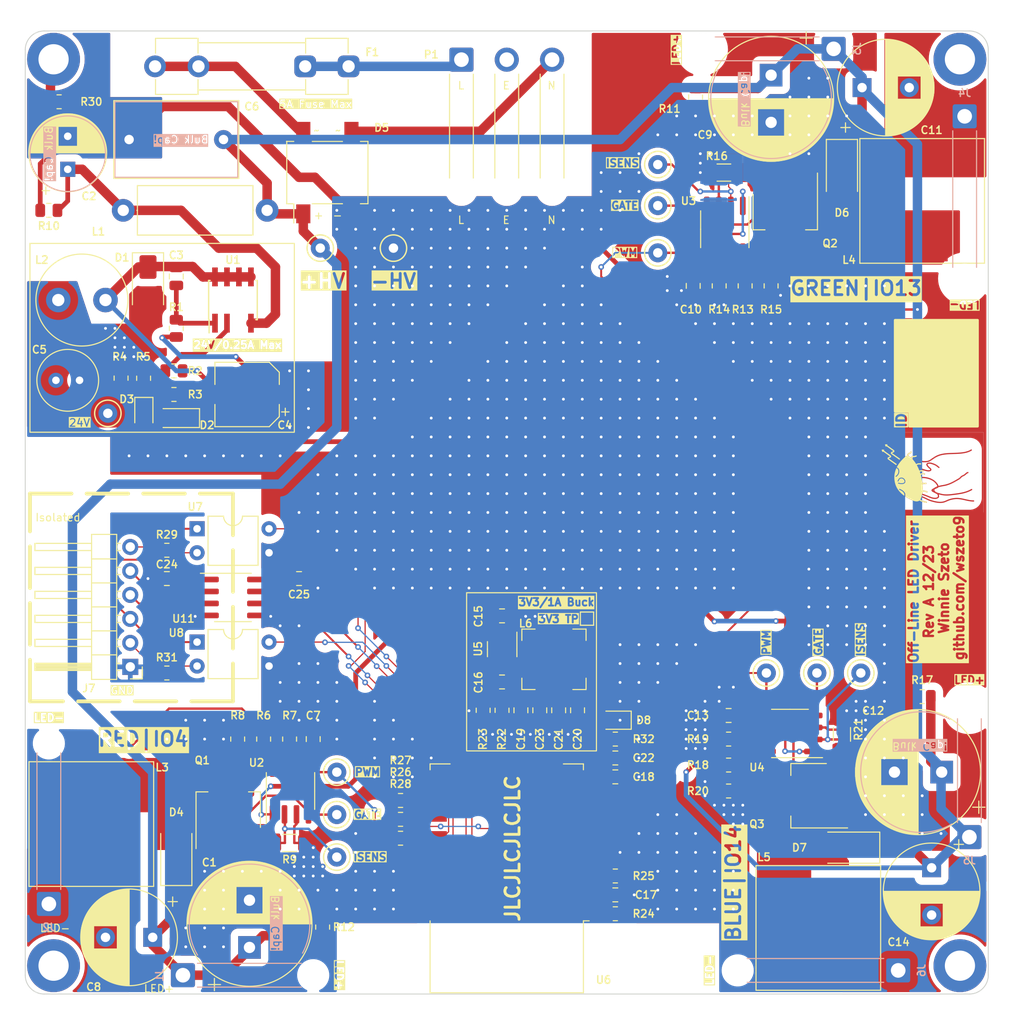
<source format=kicad_pcb>
(kicad_pcb (version 20221018) (generator pcbnew)
  (title_block (title "Off-Line RGB Driver") (date "2023-12-18") (rev "A01") (company "Winnie Szeto | github.com/wszeto9 | sites.google.com/view/winnies-renders"))
  (layers (0 "F.Cu" power) (31 "B.Cu" power) (34 "B.Paste" user) (35 "F.Paste" user) (36 "B.SilkS" user "B.Silkscreen") (37 "F.SilkS" user "F.Silkscreen") (38 "B.Mask" user) (39 "F.Mask" user) (44 "Edge.Cuts" user))
  (property "AUTHOR" "Winnie Szeto")
  (property "PROJECT_REVISION" "A01")
  (property "PROJECT_TITLE" "WS Template Project")
  (net 0 "")
  (net 1 "/AC_Rectified_+")
  (net 2 "Net-(U1-BP{slash}M)")
  (net 3 "/AC_N")
  (net 4 "/AC_L_Fused")
  (net 5 "Net-(D2-K)")
  (net 6 "Net-(D3-K)")
  (net 7 "/AC_L")
  (net 8 "Net-(H1-Pad1)")
  (net 13 "/Non-Isolated-24V-Switcher/SwitchNode")
  (net 14 "+24V")
  (net 15 "/Non-Isolated-24V-Switcher/FB")
  (net 16 "Net-(U2-VDD)")
  (net 17 "Net-(Q1-G)")
  (net 18 "Net-(Q1-S)")
  (net 19 "Net-(U2-ROSC)")
  (net 20 "Net-(U3-VDD)")
  (net 21 "Net-(U4-VDD)")
  (net 22 "Net-(Q2-G)")
  (net 23 "Net-(Q2-S)")
  (net 24 "Net-(Q3-G)")
  (net 25 "Net-(Q3-S)")
  (net 26 "Net-(U3-ROSC)")
  (net 27 "Net-(U4-ROSC)")
  (net 28 "/PFCLEDBuck/LED-")
  (net 29 "/PFCLEDBuck1/LED-")
  (net 30 "/PFCLEDBuck2/LED-")
  (net 31 "/PFCLEDBuck/LED_SW_NODE")
  (net 32 "/PFCLEDBuck1/LED_SW_NODE")
  (net 33 "/PFCLEDBuck2/LED_SW_NODE")
  (net 34 "/PFCLEDBuck/LD")
  (net 35 "/PFCLEDBuck1/LD")
  (net 36 "/PFCLEDBuck2/LD")
  (net 37 "GND")
  (net 38 "Net-(U5-BOOT)")
  (net 39 "Net-(U5-SW)")
  (net 40 "+3.3V")
  (net 41 "/ESP8266/RST")
  (net 42 "Net-(U5-FB)")
  (net 43 "Net-(U6-EN)")
  (net 44 "/ESP8266/GPIO0")
  (net 45 "Net-(U6-GPIO2)")
  (net 46 "Net-(U6-GPIO15)")
  (net 58 "/ESP8266/RXD0")
  (net 59 "/ESP8266/TXD0")
  (net 60 "/RSig")
  (net 61 "/GSig")
  (net 62 "/BSig")
  (net 63 "/Non-Isolated-24V-Switcher/AC_FILT")
  (net 64 "GNDS")
  (net 65 "/ESP8266/RTS")
  (net 66 "/ESP8266/RXD_ESP")
  (net 67 "/ESP8266/TXD_ESP")
  (net 68 "/ESP8266/DTR")
  (net 69 "Net-(R29-Pad2)")
  (net 70 "Net-(R31-Pad2)")
  (net 71 "Net-(D8-A)")
  (net 72 "+5VA")
  (footprint "TestPoint:TestPoint_Keystone_5000-5004_Miniature" (layer "F.Cu") (at 151.5 129 90)
    (fp_text reference "TP10" hide)
    (fp_text value "5119 (Purple)" hide)
  )
  (footprint "RF_Module:ESP-12E" (layer "F.Cu") (at 114 150.75 180)
    (fp_text reference "U6")
    (fp_text value "ESP-12F")
  )
  (footprint "Capacitor_SMD:C_0805_2012Metric" (layer "F.Cu") (at 113.5 129.950002)
    (fp_text reference "C16")
    (fp_text value "0805,100nF,50V,X7R ")
  )
  (footprint "MountingHole:MountingHole_3.2mm_M3_DIN965_Pad_TopBottom" (layer "F.Cu") (at 66 64)
    (fp_text reference "H1" hide)
    (fp_text value "MountingHole_Pad" hide)
  )
  (footprint "Resistor_SMD:R_0805_2012Metric" (layer "F.Cu") (at 66.5875 68.5)
    (fp_text reference "R30")
    (fp_text value "0805,1M")
  )
  (footprint "Resistor_SMD:R_0805_2012Metric" (layer "F.Cu") (at 79 92.5 -90)
    (fp_text reference "R1")
    (fp_text value "0805,36k")
  )
  (footprint "Capacitor_THT:CP_Radial_D13.0mm_P5.00mm" (layer "F.Cu") (at 86.75 158.065216 90)
    (fp_text reference "C1")
    (fp_text value "56uF/450V")
  )
  (footprint "Resistor_SMD:R_0805_2012Metric" (layer "F.Cu") (at 113.499999 132.950002 -90)
    (fp_text reference "R22")
    (fp_text value "0805,100k")
  )
  (footprint "TestPoint:TestPoint_Keystone_5000-5004_Miniature" (layer "F.Cu") (at 141.5 129 90)
    (fp_text reference "TP8" hide)
    (fp_text value "5117 (Blue)" hide)
  )
  (footprint "Diode_SMD:Diode_Bridge_Vishay_DFSFlat" (layer "F.Cu") (at 95 76 90)
    (fp_text reference "D5")
    (fp_text value "DB207S")
  )
  (footprint "TestPoint:TestPoint_Pad_1.0x1.0mm" (layer "F.Cu") (at 122.5 123.2429)
    (fp_text reference "TP13" hide)
    (fp_text value "~" hide)
  )
  (footprint "MountingHole:MountingHole_3.2mm_M3_DIN965_Pad_TopBottom" (layer "F.Cu") (at 162 160)
    (fp_text reference "H4" hide)
    (fp_text value "MountingHole_Pad" hide)
  )
  (footprint "Package_TO_SOT_SMD:SOT-223-3_TabPin2" (layer "F.Cu") (at 143.5 80.15 -90)
    (fp_text reference "Q2")
    (fp_text value "IPN70R1K4P7S")
  )
  (footprint "Resistor_SMD:R_1206_3216Metric" (layer "F.Cu") (at 137 76 180)
    (fp_text reference "R16")
    (fp_text value "1206,0.3")
  )
  (footprint "Resistor_SMD:R_0805_2012Metric" (layer "F.Cu") (at 137.5 141.5 180)
    (fp_text reference "R20")
    (fp_text value "0805,75k")
  )
  (footprint "TestPoint:TestPoint_Keystone_5000-5004_Miniature" (layer "F.Cu") (at 130 84.5 180)
    (fp_text reference "TP5" hide)
    (fp_text value "5117 (Blue)" hide)
  )
  (footprint "Resistor_SMD:R_0805_2012Metric" (layer "F.Cu") (at 102.75 144.5)
    (fp_text reference "R26")
    (fp_text value "0805,10k")
  )
  (footprint "Package_TO_SOT_SMD:SOT-223-3_TabPin2" (layer "F.Cu") (at 84.5 143.5 90)
    (fp_text reference "Q1")
    (fp_text value "IPN70R1K4P7S")
  )
  (footprint "Resistor_SMD:R_0805_2012Metric" (layer "F.Cu") (at 125.5 136)
    (fp_text reference "R32")
    (fp_text value "0805,1k")
  )
  (footprint "Resistor_SMD:R_1206_3216Metric" (layer "F.Cu") (at 149.5 135.5 90)
    (fp_text reference "R21")
    (fp_text value "1206,0.3")
  )
  (footprint "TestPoint:TestPoint_Keystone_5000-5004_Miniature" (layer "F.Cu") (at 102 84)
    (fp_text reference "TP12" hide)
    (fp_text value "5002 (White)" hide)
  )
  (footprint "Diode_SMD:D_SOD-123F" (layer "F.Cu") (at 79.25 102 180)
    (fp_text reference "D2")
    (fp_text value "RS1MWF-7")
  )
  (footprint "Resistor_SMD:R_0805_2012Metric" (layer "F.Cu") (at 142 88 -90)
    (fp_text reference "R15")
    (fp_text value "0805,75k")
  )
  (footprint "Resistor_SMD:R_0805_2012Metric" (layer "F.Cu") (at 91 136 90)
    (fp_text reference "R7")
    (fp_text value "0805,750")
  )
  (footprint "Fuse:Fuseholder_Clip-5x20mm_Littelfuse_100_Inline_P20.50x4.60mm_D1.30mm_Horizontal" (layer "F.Cu") (at 97.25 64.75 180)
    (fp_text reference "F1")
    (fp_text value "5A/250V")
  )
  (footprint "Inductor_SMD:L_Neosid_SM-NE127" (layer "F.Cu") (at 70 145 -90)
    (fp_text reference "L3")
    (fp_text value "470uH/1.5A")
  )
  (footprint "MountingHole:MountingHole_3.2mm_M3_DIN965_Pad_TopBottom" (layer "F.Cu") (at 66 160)
    (fp_text reference "H3" hide)
    (fp_text value "MountingHole_Pad" hide)
  )
  (footprint "Inductor_SMD:L_Neosid_SM-NE127" (layer "F.Cu") (at 147 156)
    (fp_text reference "L5")
    (fp_text value "470uH/1.5A")
  )
  (footprint "Capacitor_SMD:C_0805_2012Metric" (layer "F.Cu") (at 125.5 138)
    (fp_text reference "C22")
    (fp_text value "0805,10nF,50V,X7R ")
  )
  (footprint "Resistor_SMD:R_0805_2012Metric" (layer "F.Cu") (at 102.75 142.5 180)
    (fp_text reference "R27")
    (fp_text value "0805,10k")
  )
  (footprint "Package_TO_SOT_SMD:SOT-23-6" (layer "F.Cu") (at 113.515 126.475001 -90)
    (fp_text reference "U5")
    (fp_text value "TPS54202DDC")
  )
  (footprint "Resistor_SMD:R_0805_2012Metric" (layer "F.Cu") (at 125.5 150.5 180)
    (fp_text reference "R25")
    (fp_text value "0805,10k")
  )
  (footprint "Resistor_SMD:R_0805_2012Metric" (layer "F.Cu") (at 136.5 88 -90)
    (fp_text reference "R14")
    (fp_text value "0805,750")
  )
  (footprint "Resistor_SMD:R_0805_2012Metric" (layer "F.Cu") (at 111.5 132.95 -90)
    (fp_text reference "R23")
    (fp_text value "0805,22k")
  )
  (footprint "Capacitor_THT:CP_Radial_D10.0mm_P5.00mm" (layer "F.Cu") (at 151.632323 67)
    (fp_text reference "C11")
    (fp_text value "220uF/50V")
  )
  (footprint "TestPoint:TestPoint_Keystone_5000-5004_Miniature" (layer "F.Cu") (at 96 139.5)
    (fp_text reference "TP4" hide)
    (fp_text value "5117 (Blue)" hide)
  )
  (footprint "Package_SO:SOIC-8_3.9x4.9mm_P1.27mm" (layer "F.Cu") (at 91.095 141.4975 90)
    (fp_text reference "U2")
    (fp_text value "AL9910-5S-13")
  )
  (footprint "Package_SO:PowerIntegrations_SO-8C" (layer "F.Cu") (at 85 89.5 90)
    (fp_text reference "U1")
    (fp_text value "LNK3206D")
  )
  (footprint "Inductor_SMD:L_Neosid_SM-NE127" (layer "F.Cu") (at 158 79 90)
    (fp_text reference "L4")
    (fp_text value "470uH/1.5A")
  )
  (footprint "Connector_PinHeader_2.54mm:PinHeader_1x06_P2.54mm_Horizontal" (layer "F.Cu") (at 74.125 128.35 180)
    (fp_text reference "J7")
    (fp_text value "Conn_01x06_Pin")
  )
  (footprint "TestPoint:TestPoint_Keystone_5000-5004_Miniature" (layer "F.Cu") (at 96 144)
    (fp_text reference "TP2" hide)
    (fp_text value "5003 (Orange)" hide)
  )
  (footprint "Resistor_SMD:R_0805_2012Metric" (layer "F.Cu") (at 78.75 99.5)
    (fp_text reference "R3")
    (fp_text value "0805,22k")
  )
  (footprint "Resistor_SMD:R_0805_2012Metric" (layer "F.Cu") (at 134 68 -90)
    (fp_text reference "R11")
    (fp_text value "0805,510k")
  )
  (footprint "Resistor_SMD:R_0805_2012Metric" (layer "F.Cu") (at 75.53735 97.781774 90)
    (fp_text reference "R5")
    (fp_text value "0805,10k")
  )
  (footprint "Capacitor_SMD:C_0805_2012Metric" (layer "F.Cu") (at 125.5 140)
    (fp_text reference "C18")
    (fp_text value "0805,1uF,50V,X7R ")
  )
  (footprint "Capacitor_THT:C_Radial_D6.3mm_H11.0mm_P2.50mm" (layer "F.Cu") (at 66.25 98)
    (fp_text reference "C5")
    (fp_text value "100uF/35V")
  )
  (footprint "Resistor_SMD:R_0805_2012Metric" (layer "F.Cu") (at 78 129)
    (fp_text reference "R31")
    (fp_text value "0805,330")
  )
  (footprint "Capacitor_SMD:CP_Elec_6.3x5.4" (layer "F.Cu") (at 86.5 99.5 180)
    (fp_text reference "C4")
    (fp_text value "10uF/35V")
  )
  (footprint "Capacitor_SMD:C_0805_2012Metric" (layer "F.Cu") (at 79 87 90)
    (fp_text reference "C3")
    (fp_text value "0805,100nF,50V,X7R ")
  )
  (footprint "Inductor_SMD:L_Bourns-SRN6028" (layer "F.Cu") (at 119 127.550001)
    (fp_text reference "L6")
    (fp_text value "33uH/1.5A")
  )
  (footprint "Capacitor_SMD:C_0805_2012Metric" (layer "F.Cu") (at 93.5 136 -90)
    (fp_text reference "C7")
    (fp_text value "0805,1uF,50V,X7R ")
  )
  (footprint "Package_SO:SOIC-8_3.9x4.9mm_P1.27mm" (layer "F.Cu") (at 143.9975 135.405 180)
    (fp_text reference "U4")
    (fp_text value "AL9910-5S-13")
  )
  (footprint "Resistor_SMD:R_1206_3216Metric" (layer "F.Cu") (at 91 147)
    (fp_text reference "R9")
    (fp_text value "1206,0.3")
  )
  (footprint "Inductor_THT:L_Axial_L12.0mm_D5.0mm_P15.24mm_Horizontal_Fastron_MISC" (layer "F.Cu") (at 88.62 80 180)
    (fp_text reference "L1")
    (fp_text value "820uH/0.29A")
  )
  (footprint "Diode_SMD:D_SMA" (layer "F.Cu") (at 79 148 90)
    (fp_text reference "D4")
    (fp_text value "ES2G")
  )
  (footprint "Resistor_SMD:R_0805_2012Metric" (layer "F.Cu") (at 125.5 154.5 180)
    (fp_text reference "R24")
    (fp_text value "0805,10k")
  )
  (footprint "Resistor_SMD:R_0805_2012Metric" (layer "F.Cu") (at 88.25 136 -90)
    (fp_text reference "R6")
    (fp_text value "0805,510k")
  )
  (footprint "Resistor_SMD:R_0805_2012Metric" (layer "F.Cu") (at 78.75 97)
    (fp_text reference "R2")
    (fp_text value "0805,2k")
  )
  (footprint "Capacitor_SMD:C_0805_2012Metric" (layer "F.Cu") (at 125.5 152.5)
    (fp_text reference "C17")
    (fp_text value "0805,1uF,50V,X7R ")
  )
  (footprint "Capacitor_SMD:C_0805_2012Metric" (layer "F.Cu") (at 78 119)
    (fp_text reference "C24")
    (fp_text value "0805,100nF,50V,X7R ")
  )
  (footprint "TestPoint:TestPoint_Keystone_5000-5004_Miniature" (layer "F.Cu") (at 71.75 101.5)
    (fp_text reference "TP1" hide)
    (fp_text value "5000 (Red)" hide)
  )
  (footprint "Resistor_SMD:R_0805_2012Metric" (layer "F.Cu") (at 158 131.5 180)
    (fp_text reference "R17")
    (fp_text value "0805,510k")
  )
  (footprint "Capacitor_THT:CP_Radial_D13.0mm_P5.00mm" (layer "F.Cu") (at 142 65.684785 -90)
    (fp_text reference "C9")
    (fp_text value "56uF/450V")
  )
  (footprint "Package_TO_SOT_SMD:SOT-223-3_TabPin2" (layer "F.Cu") (at 146 142 180)
    (fp_text reference "Q3")
    (fp_text value "IPN70R1K4P7S")
  )
  (footprint "Resistor_SMD:R_0805_2012Metric" (layer "F.Cu") (at 137.5 138.75)
    (fp_text reference "R18")
    (fp_text value "0805,510k")
  )
  (footprint "Diode_SMD:D_SMA" (layer "F.Cu") (at 76 88 -90)
    (fp_text reference "D1")
    (fp_text value "ES2G")
  )
  (footprint "Resistor_SMD:R_0805_2012Metric" (layer "F.Cu") (at 73.150411 97.77035 90)
    (fp_text reference "R4")
    (fp_text value "0805,20k")
  )
  (footprint "Resistor_SMD:R_0805_2012Metric" (layer "F.Cu") (at 94.5 155.9125 90)
    (fp_text reference "R12")
    (fp_text value "0805,510k")
  )
  (footprint "Capacitor_THT:C_Rect_L13.0mm_W8.0mm_P10.00mm_FKS3_FKP3_MKS4" (layer "F.Cu") (at 84 72.5 180)
    (fp_text reference "C6")
    (fp_text value "150nF/630V")
  )
  (footprint "Capacitor_SMD:C_0805_2012Metric" (layer "F.Cu") (at 115.5 132.95 -90)
    (fp_text reference "C19")
    (fp_text value "0805,47pF,50V,C0G ")
  )
  (footprint "TestPoint:TestPoint_Keystone_5000-5004_Miniature" (layer "F.Cu") (at 130 79.5 180)
    (fp_text reference "TP6" hide)
    (fp_text value "5003 (Orange)" hide)
  )
  (footprint "Resistor_SMD:R_0805_2012Metric" (layer "F.Cu") (at 137.5 136 180)
    (fp_text reference "R19")
    (fp_text value "0805,750")
  )
  (footprint "Package_SO:SOIC-8_3.9x4.9mm_P1.27mm" (layer "F.Cu") (at 137.095 82 -90)
    (fp_text reference "U3")
    (fp_text value "AL9910-5S-13")
  )
  (footprint "TestPoint:TestPoint_Keystone_5000-5004_Miniature" (layer "F.Cu") (at 146.849999 129 90)
    (fp_text reference "TP9" hide)
    (fp_text value "5003 (Orange)" hide)
  )
  (footprint "LED_SMD:LED_0805_2012Metric" (layer "F.Cu") (at 125.5 134 180)
    (fp_text reference "D8")
    (fp_text value "LED 0805 W")
  )
  (footprint "Diode_SMD:D_SMA" (layer "F.Cu") (at 150 147.5 180)
    (fp_text reference "D7")
    (fp_text value "ES2G")
  )
  (footprint "TestPoint:TestPoint_Keystone_5000-5004_Miniature" (layer "F.Cu") (at 130 75.15 180)
    (fp_text reference "TP7" hide)
    (fp_text value "5119 (Purple)" hide)
  )
  (footprint "Capacitor_THT:CP_Radial_D10.0mm_P5.00mm" (layer "F.Cu") (at 76.5 157 180)
    (fp_text reference "C8")
    (fp_text value "220uF/50V")
  )
  (footprint "Connector_Wire:SolderWire-0.75sqmm_1x03_P4.8mm_D1.25mm_OD2.3mm_Relief" (layer "F.Cu") (at 109.2 64.04)
    (fp_text reference "P1")
    (fp_text value "Conn_WallPlug_Earth")
  )
  (footprint "Inductor_THT:L_Radial_D9.5mm_P5.00mm_Fastron_07HVP" (layer "F.Cu") (at 71.5 89.5 180)
    (fp_text reference "L2")
    (fp_text value "1mH/0.3A")
  )
  (footprint "Capacitor_SMD:C_0805_2012Metric" (layer "F.Cu") (at 113.5 122.950001)
    (fp_text reference "C15")
    (fp_text value "0805,10uF,50V,X5R ")
  )
  (footprint "Capacitor_THT:CP_Radial_D10.0mm_P5.00mm" (layer "F.Cu") (at 159 149.632323 -90)
    (fp_text reference "C14")
    (fp_text value "220uF/50V")
  )
  (footprint "Capacitor_SMD:C_0805_2012Metric" (layer "F.Cu") (at 121.5 132.950002 -90)
    (fp_text reference "C20")
    (fp_text value "0805,47uF,6.3V,X5R ")
  )
  (footprint "Capacitor_SMD:C_0805_2012Metric" (layer "F.Cu") (at 117.5 132.950001 -90)
    (fp_text reference "C23")
    (fp_text value "0805,47uF,6.3V,X5R ")
  )
  (footprint "Capacitor_SMD:C_0805_2012Metric" (layer "F.Cu") (at 119.499999 132.950001 -90)
    (fp_text reference "C21")
    (fp_text value "0805,47uF,6.3V,X5R ")
  )
  (footprint "Capacitor_SMD:C_0805_2012Metric" (layer "F.Cu") (at 137.5 133.5)
    (fp_text reference "C13")
    (fp_text value "0805,1uF,50V,X7R ")
  )
  (footprint "Capacitor_SMD:C_0805_2012Metric" (layer "F.Cu") (at 133.75 88 90)
    (fp_text reference "C10")
    (fp_text value "0805,1uF,50V,X7R ")
  )
  (footprint "Capacitor_THT:CP_Radial_D13.0mm_P5.00mm" (layer "F.Cu") (at 160.065216 139.5 180)
    (fp_text reference "C12")
    (fp_text value "56uF/450V")
  )
  (footprint "Resistor_SMD:R_0805_2012Metric" (layer "F.Cu") (at 65.5 80 180)
    (fp_text reference "R10")
    (fp_text value "0805,1M")
  )
  (footprint "Package_SO:SOIC-8_3.9x4.9mm_P1.27mm" (layer "F.Cu") (at 85 121)
    (fp_text reference "U11")
    (fp_text value "ISO7321C")
  )
  (footprint "Resistor_SMD:R_0805_2012Metric" (layer "F.Cu") (at 85.5 136 90)
    (fp_text reference "R8")
    (fp_text value "0805,75k")
  )
  (footprint "TestPoint:TestPoint_Keystone_5000-5004_Miniature" (layer "F.Cu") (at 94.25 84)
    (fp_text reference "TP11" hide)
    (fp_text value "5001 (Black)" hide)
  )
  (footprint "Capacitor_THT:CP_Radial_D8.0mm_P3.50mm" (layer "F.Cu") (at 67.5 75.652651 90)
    (fp_text reference "C2")
    (fp_text value "15uF/400V")
  )
  (footprint "WS_LCSC_Mechanical:Logo" (layer "F.Cu") (at 152.885 111.71 90)
    (fp_text reference "LOGO##1" hide)
    (fp_text value "~" hide)
  )
  (footprint "TestPoint:TestPoint_Keystone_5000-5004_Miniature" (layer "F.Cu") (at 96 148.5)
    (fp_text reference "TP3" hide)
    (fp_text value "5119 (Purple)" hide)
  )
  (footprint "Package_DIP:DIP-4_W7.62mm" (layer "F.Cu") (at 81.2 113.725)
    (fp_text reference "U7")
    (fp_text value "PC817")
  )
  (footprint "Resistor_SMD:R_0805_2012Metric" (layer "F.Cu") (at 102.75 146.5)
    (fp_text reference "R28")
    (fp_text value "0805,10k")
  )
  (footprint "MountingHole:MountingHole_3.2mm_M3_DIN965_Pad_TopBottom" (layer "F.Cu") (at 162 64)
    (fp_text reference "H2" hide)
    (fp_text value "MountingHole_Pad" hide)
  )
  (footprint "Diode_SMD:D_SMA" (layer "F.Cu") (at 149.5 76 -90)
    (fp_text reference "D6")
    (fp_text value "ES2G")
  )
  (footprint "Resistor_SMD:R_0805_2012Metric" (layer "F.Cu") (at 139.25 88 90)
    (fp_text reference "R13")
    (fp_text value "0805,510k")
  )
  (footprint "LED_SMD:LED_0805_2012Metric" (layer "F.Cu") (at 75.562809 101.49783 -90)
    (fp_text reference "D3")
    (fp_text value "LED 0805 W")
  )
  (footprint "Capacitor_SMD:C_0805_2012Metric" (layer "F.Cu") (at 92 119 180)
    (fp_text reference "C25")
    (fp_text value "0805,100nF,50V,X7R ")
  )
  (footprint "Package_DIP:DIP-4_W7.62mm" (layer "F.Cu") (at 81.2 125.725)
    (fp_text reference "U8")
    (fp_text value "PC817")
  )
  (footprint "Resistor_SMD:R_0805_2012Metric" (layer "F.Cu") (at 78 116)
    (fp_text reference "R29")
    (fp_text value "0805,330")
  )
  (footprint "Connector_Wire:SolderWire-0.75sqmm_1x01_D1.25mm_OD2.3mm_Relief" (layer "B.Cu") (at 148.620762 62.894454 90)
    (fp_text reference "J3")
    (fp_text value "SolderWire_LED+")
  )
  (footprint "WS_LCSC_Connectors:SolderWire-0.75sqmm_1x01_D1.25mm_OD2.3mm_Relief_longer" (layer "B.Cu") (at 155.46 160.5 90)
    (fp_text reference "J6")
    (fp_text value "SolderWire_LED-")
  )
  (footprint "WS_LCSC_Connectors:SolderWire-0.75sqmm_1x01_D1.25mm_OD2.3mm_Relief_longer" (layer "B.Cu") (at 162.5 70.04 180)
    (fp_text reference "J4")
    (fp_text value "SolderWire_LED-")
  )
  (footprint "Connector_Wire:SolderWire-0.75sqmm_1x01_D1.25mm_OD2.3mm_Relief" (layer "B.Cu") (at 79.701432 161.008529 -90)
    (fp_text reference "J1")
    (fp_text value "SolderWire_LED+")
  )
  (footprint "WS_LCSC_Connectors:SolderWire-0.75sqmm_1x01_D1.25mm_OD2.3mm_Relief_longer" (layer "B.Cu") (at 65.5 153.46)
    (fp_text reference "J2")
    (fp_text value "SolderWire_LED-")
  )
  (footprint "Connector_Wire:SolderWire-0.75sqmm_1x01_D1.25mm_OD2.3mm_Relief" (layer "B.Cu") (at 163 146.381823)
    (fp_text reference "J5")
    (fp_text value "SolderWire_LED+")
  )
  (gr_arc (start 161.127605 144.999101) (mid 151.490247 139.618192) (end 160.920325 133.881774) (stroke (width 0.12)) (layer "B.SilkS"))
  (gr_rect (start 72.5 68.5) (end 85.5 76.5) (stroke (width 0.12)) (fill none) (layer "B.SilkS"))
  (gr_arc (start 147.499101 64.872395) (mid 142.118192 74.509753) (end 136.381774 65.079675) (stroke (width 0.12)) (layer "B.SilkS"))
  (gr_arc (start 81.250899 158.877605) (mid 86.631808 149.240249) (end 92.368226 158.670324) (stroke (width 0.12)) (layer "B.SilkS"))
  (gr_circle (center 67.5 74) (end 71.5 74) (stroke (width 0.12)) (fill none) (layer "B.SilkS"))
  (gr_rect (start 109.75 120.5) (end 123.5 137.25) (stroke (width 0.12)) (fill none) (layer "F.SilkS"))
  (gr_rect (start 63.5 110) (end 85 132) (stroke (width 0.4) (type dash)) (fill none) (layer "F.SilkS"))
  (gr_rect (start 63.5 83.5) (end 91.5 103.5) (stroke (width 0.12)) (fill none) (layer "F.SilkS"))
  (gr_arc (start 165 161) (mid 164.414214 162.414214) (end 163 163) (stroke (width 0.1)) (layer "Edge.Cuts"))
  (gr_arc (start 63 63) (mid 63.585786 61.585786) (end 65 61) (stroke (width 0.1)) (layer "Edge.Cuts"))
  (gr_line (start 163 61) (end 65 61) (stroke (width 0.1)) (layer "Edge.Cuts"))
  (gr_line (start 63 63) (end 63 161) (stroke (width 0.1)) (layer "Edge.Cuts"))
  (gr_line (start 165 161) (end 165 63) (stroke (width 0.1)) (layer "Edge.Cuts"))
  (gr_line (start 65 163) (end 163 163) (stroke (width 0.1)) (layer "Edge.Cuts"))
  (gr_arc (start 65 163) (mid 63.585786 162.414214) (end 63 161) (stroke (width 0.1)) (layer "Edge.Cuts"))
  (gr_arc (start 163 61) (mid 164.414214 61.585786) (end 165 63) (stroke (width 0.1)) (layer "Edge.Cuts"))
  (gr_text "Bulk Cap!" (at 65.5 74 90) (layer "B.SilkS" knockout) (effects (font (size 0.8 0.8) (thickness 0.12)) (justify mirror)))
  (gr_text "Bulk Cap!" (at 79.5 72.5) (layer "B.SilkS" knockout) (effects (font (size 0.8 0.8) (thickness 0.12)) (justify mirror)))
  (gr_text "Bulk Cap!" (at 139.25 68.25 -90) (layer "B.SilkS" knockout) (effects (font (size 0.8 0.8) (thickness 0.12)) (justify mirror)))
  (gr_text "Bulk Cap!" (at 89.5 155.5 90) (layer "B.SilkS" knockout) (effects (font (size 0.8 0.8) (thickness 0.12)) (justify mirror)))
  (gr_text "Bulk Cap!" (at 157.75 136.75 180) (layer "B.SilkS" knockout) (effects (font (size 0.8 0.8) (thickness 0.12)) (justify mirror)))
  (gr_text "-HV" (at 102 87.5) (layer "F.SilkS" knockout) (effects (font (size 1.5 1.5) (thickness 0.3) bold)))
  (gr_text "GATE" (at 147 125.75 90) (layer "F.SilkS" knockout) (effects (font (size 0.8 0.8) (thickness 0.2) bold)))
  (gr_text "+HV" (at 94.5 87.5) (layer "F.SilkS" knockout) (effects (font (size 1.5 1.5) (thickness 0.3) bold)))
  (gr_text "ID   \n   \n " (at 155.229679 103.138574 90) (layer "F.SilkS" knockout) (effects (font (size 1 1) (thickness 0.25) bold) (justify left top)))
  (gr_text "-\n" (at 95.5 81) (layer "F.SilkS") (effects (font (size 0.8 0.8) (thickness 0.12)) (justify left bottom)))
  (gr_text "LED-\n" (at 135.5 160.5 90) (layer "F.SilkS" knockout) (effects (font (size 0.8 0.8) (thickness 0.2) bold)))
  (gr_text "N\n" (at 118.25 81.5) (layer "F.SilkS") (effects (font (size 0.8 0.8) (thickness 0.12)) (justify left bottom)))
  (gr_text "GATE" (at 99.25 144) (layer "F.SilkS" knockout) (effects (font (size 0.8 0.8) (thickness 0.2) bold)))
  (gr_text "PWM" (at 141.5 125.75 90) (layer "F.SilkS" knockout) (effects (font (size 0.8 0.8) (thickness 0.2) bold)))
  (gr_text "LED-\n" (at 65.5 133.75) (layer "F.SilkS" knockout) (effects (font (size 0.8 0.8) (thickness 0.2) bold)))
  (gr_text "E" (at 113.5 81.5) (layer "F.SilkS") (effects (font (size 0.8 0.8) (thickness 0.12)) (justify left bottom)))
  (gr_text "E" (at 113.5 67.25) (layer "F.SilkS") (effects (font (size 0.8 0.8) (thickness 0.12)) (justify left bottom)))
  (gr_text "JLCJLCJLCJLC" (at 115.5 155.5 90) (layer "F.SilkS") (effects (font (size 1.5 1.5) (thickness 0.3) bold) (justify left bottom)))
  (gr_text "ISENS" (at 99.5 148.5) (layer "F.SilkS" knockout) (effects (font (size 0.8 0.8) (thickness 0.2) bold)))
  (gr_text "L\n" (at 108.75 81.5) (layer "F.SilkS") (effects (font (size 0.8 0.8) (thickness 0.12)) (justify left bottom)))
  (gr_text "LED+\n" (at 163 129.75) (layer "F.SilkS" knockout) (effects (font (size 0.8 0.8) (thickness 0.2) bold)))
  (gr_text "LED-\n" (at 64.5 156.5) (layer "F.SilkS") (effects (font (size 0.8 0.8) (thickness 0.12)) (justify left bottom)))
  (gr_text "~\n" (at 93.5 72) (layer "F.SilkS") (effects (font (size 0.8 0.8) (thickness 0.12)) (justify left bottom)))
  (gr_text "~" (at 95.774483 72.000271) (layer "F.SilkS") (effects (font (size 0.8 0.8) (thickness 0.12)) (justify left bottom)))
  (gr_text "24V" (at 68.75 102.5) (layer "F.SilkS" knockout) (effects (font (size 0.8 0.8) (thickness 0.12))))
  (gr_text "GREEN|IO13" (at 151 88.25) (layer "F.SilkS" knockout) (effects (font (size 1.5 1.5) (thickness 0.3) bold)))
  (gr_text "LED+\n" (at 132 63 90) (layer "F.SilkS" knockout) (effects (font (size 0.8 0.8) (thickness 0.2) bold)))
  (gr_text "LED+\n" (at 96.25 161 -90) (layer "F.SilkS" knockout) (effects (font (size 0.8 0.8) (thickness 0.2) bold)))
  (gr_text "+" (at 93.5 81) (layer "F.SilkS") (effects (font (size 0.8 0.8) (thickness 0.12)) (justify left bottom)))
  (gr_text "N\n" (at 118.25 67.25) (layer "F.SilkS") (effects (font (size 0.8 0.8) (thickness 0.12)) (justify left bottom)))
  (gr_text "LED+\n" (at 75.49982 162.906283) (layer "F.SilkS") (effects (font (size 0.8 0.8) (thickness 0.12)) (justify left bottom)))
  (gr_text "ISENS" (at 126.25 75) (layer "F.SilkS" knockout) (effects (font (size 0.8 0.8) (thickness 0.2) bold)))
  (gr_text "PWM" (at 126.5 84.5) (layer "F.SilkS" knockout) (effects (font (size 0.8 0.8) (thickness 0.2) bold)))
  (gr_text "3V3/1A Buck" (at 119.25 121.5) (layer "F.SilkS" knockout) (effects (font (size 0.8 0.8) (thickness 0.2) bold)))
  (gr_text "Isolated" (at 64 113) (layer "F.SilkS") (effects (font (size 0.8 0.8) (thickness 0.12)) (justify left bottom)))
  (gr_text "5A Fuse Max" (at 93.75 68.75) (layer "F.SilkS" knockout) (effects (font (size 0.8 0.8) (thickness 0.12))))
  (gr_text "GATE" (at 126.5 79.5) (layer "F.SilkS" knockout) (effects (font (size 0.8 0.8) (thickness 0.2) bold)))
  (gr_text "RED|IO4" (at 75.5 136) (layer "F.SilkS" knockout) (effects (font (size 1.5 1.5) (thickness 0.3) bold)))
  (gr_text "GND" (at 73.258557 130.858833) (layer "F.SilkS" knockout) (effects (font (size 0.8 0.8) (thickness 0.12))))
  (gr_text "BLUE|IO14" (at 138 151.25 90) (layer "F.SilkS" knockout) (effects (font (size 1.5 1.5) (thickness 0.3) bold)))
  (gr_text "24V/0.25A Max" (at 85.471541 94.249979) (layer "F.SilkS" knockout) (effects (font (size 0.8 0.8) (thickness 0.2) bold)))
  (gr_text "PWM" (at 99.25 139.5) (layer "F.SilkS" knockout) (effects (font (size 0.8 0.8) (thickness 0.2) bold)))
  (gr_text "3V3 TP" (at 119.486563 123.284887) (layer "F.SilkS" knockout) (effects (font (size 0.8 0.8) (thickness 0.2) bold)))
  (gr_text "LED-\n" (at 162.5 90 180) (layer "F.SilkS" knockout) (effects (font (size 0.8 0.8) (thickness 0.2) bold)))
  (gr_text "Off-Line LED Driver \nRev A 12/23 \nWinnie Szeto\ngithub.com/wszeto9" (at 159.5 120 90) (layer "F.SilkS" knockout) (effects (font (size 1 1) (thickness 0.25) bold)))
  (gr_text "ISENS" (at 151.5 125.5 90) (layer "F.SilkS" knockout) (effects (font (size 0.8 0.8) (thickness 0.2) bold)))
  (gr_text "L\n" (at 108.75 67.25) (layer "F.SilkS") (effects (font (size 0.8 0.8) (thickness 0.12)) (justify left bottom)))
  (segment (start 88.62 77.12) (end 84 72.5) (width 1) (layer "F.Cu") (net 1))
  (segment (start 79.701432 161.008529) (end 83.991471 161.008529) (width 1) (layer "F.Cu") (net 1))
  (segment (start 150 74.5) (end 149.5 74) (width 0.25) (layer "F.Cu") (net 1))
  (segment (start 74 137) (end 78.225 132.775) (width 0.25) (layer "F.Cu") (net 1))
  (segment (start 76.5 157) (end 76.5 157.807097) (width 1) (layer "F.Cu") (net 1))
  (segment (start 92.45 80.37) (end 88.99 80.37) (width 1) (layer "F.Cu") (net 1))
  (segment (start 136.5875 138.75) (end 133.75 138.75) (width 0.5) (layer "F.Cu") (net 1))
  (segment (start 88.99 80.37) (end 88.62 80) (width 1) (layer "F.Cu") (net 1))
  (segment (start 92.45 82.2) (end 94.25 84) (width 1) (layer "F.Cu") (net 1))
  (segment (start 134 67.0875) (end 140.597285 67.0875) (width 1) (layer "F.Cu") (net 1))
  (segment (start 151.632323 71.867677) (end 149.5 74) (width 1) (layer "F.Cu") (net 1))
  (segment (start 158.9125 138.347284) (end 158.9125 131.5) (width 1) (layer "F.Cu") (net 1))
  (segment (start 133.75 138.75) (end 133 139.5) (width 0.5) (layer "F.Cu") (net 1))
  (segment (start 140.5875 90.5) (end 157.5 90.5) (width 0.25) (layer "F.Cu") (net 1))
  (segment (start 76.5 157.807097) (end 79.701432 161.008529) (width 1) (layer "F.Cu") (net 1))
  (segment (start 151.632323 67) (end 151.632323 71.867677) (width 1) (layer "F.Cu") (net 1))
  (segment (start 78.225 132.775) (end 85.9375 132.775) (width 0.25) (layer "F.Cu") (net 1))
  (segment (start 92.45 80.37) (end 92.45 82.2) (width 1) (layer "F.Cu") (net 1))
  (segment (start 160.065216 139.5) (end 158.9125 138.347284) (width 1) (layer "F.Cu") (net 1))
  (segment (start 88.25 135.0875) (end 88.5 135.0875) (width 0.25) (layer "F.Cu") (net 1))
  (segment (start 139 88.9125) (end 140.5875 90.5) (width 0.25) (layer "F.Cu") (net 1))
  (segment (start 94.5 156.825) (end 88.175 156.825) (width 1) (layer "F.Cu") (net 1))
  (segment (start 85.9375 132.775) (end 88.25 135.0875) (width 0.25) (layer "F.Cu") (net 1))
  (segment (start 79 154.5) (end 76.5 157) (width 1) (layer "F.Cu") (net 1))
  (segment (start 79 150) (end 79 154.5) (width 1) (layer "F.Cu") (net 1))
  (segment (start 88.175 156.825) (end 86.5 158.5) (width 1) (layer "F.Cu") (net 1))
  (segment (start 152 147.5) (end 156.867677 147.5) (width 1) (layer "F.Cu") (net 1))
  (segment (start 83.991471 161.008529) (end 86.5 158.5) (width 1) (layer "F.Cu") (net 1))
  (segment (start 156.867677 147.5) (end 159 149.632323) (width 1) (layer "F.Cu") (net 1))
  (segment (start 140.597285 67.0875) (end 142 65.684785) (width 1) (layer "F.Cu") (net 1))
  (segment (start 88.62 80) (end 88.62 77.12) (width 1) (layer "F.Cu") (net 1))
  (via (at 74 137) (size 0.6) (drill 0.3) (layers "F.Cu" "B.Cu") (net 1))
  (via (at 157.5 90.5) (size 0.6) (drill 0.3) (layers "F.Cu" "B.Cu") (net 1))
  (via (at 133 139.5) (size 0.6) (drill 0.3) (layers "F.Cu" "B.Cu") (net 1))
  (segment (start 96 103) (end 96 85.75) (width 1) (layer "B.Cu") (net 1))
  (segment (start 131.5 67) (end 140.684785 67) (width 1) (layer "B.Cu") (net 1))
  (segment (start 140.677729 149.632323) (end 159 149.632323) (width 0.5) (layer "B.Cu") (net 1))
  (segment (start 160.065216 139.065216) (end 160.065216 139.5) (width 1) (layer "B.Cu") (net 1))
  (segment (start 160 139.565216) (end 160 143.381823) (width 1) (layer "B.Cu") (net 1))
  (segment (start 151.632323 67) (end 151.632323 67.132323) (width 1) (layer "B.Cu") (net 1))
  (segment (start 142 65.684785) (end 144.790331 62.894454) (width 1) (layer "B.Cu") (net 1))
  (segment (start 126 72.5) (end 131.5 67) (width 1) (layer "B.Cu") (net 1))
  (segment (start 68 113) (end 72 109) (width 1) (layer "B.Cu") (net 1))
  (segment (start 157.5 136.5) (end 160.065216 139.065216) (width 1) (layer "B.Cu") (net 1))
  (segment (start 148.620762 62.894454) (end 151.632323 65.906015) (width 1) (layer "B.Cu") (net 1))
  (segment (start 144.790331 62.894454) (end 148.620762 62.894454) (width 1) (layer "B.Cu") (net 1))
  (segment (start 160 143.381823) (end 163 146.381823) (width 1) (layer "B.Cu") (net 1))
  (segment (start 76.5 157) (end 76.5 139.5) (width 1) (layer "B.Cu") (net 1))
  (segment (start 162.2505 146.381823) (end 159 149.632323) (width 1) (layer "B.Cu") (net 1))
  (segment (start 157.5 73) (end 157.5 90.5) (width 1) (layer "B.Cu") (net 1))
  (segment (start 151.632323 65.906015) (end 151.632323 67) (width 1) (layer "B.Cu") (net 1))
  (segment (start 68 131) (end 68 113) (width 1) (layer "B.Cu") (net 1))
  (segment (start 151.632323 67.132323) (end 157.5 73) (width 1) (layer "B.Cu") (net 1))
  (segment (start 76.5 139.5) (end 68 131) (width 1) (layer "B.Cu") (net 1))
  (segment (start 157.5 90.5) (end 157.5 136.5) (width 1) (layer "B.Cu") (net 1))
  (segment (start 163 146.381823) (end 162.2505 146.381823) (width 1) (layer "B.Cu") (net 1))
  (segment (start 96 85.75) (end 94.25 84) (width 1) (layer "B.Cu") (net 1))
  (segment (start 133 141.954594) (end 140.677729 149.632323) (width 0.5) (layer "B.Cu") (net 1))
  (segment (start 140.684785 67) (end 142 65.684785) (width 1) (layer "B.Cu") (net 1))
  (segment (start 90 109) (end 96 103) (width 1) (layer "B.Cu") (net 1))
  (segment (start 84 72.5) (end 126 72.5) (width 1) (layer "B.Cu") (net 1))
  (segment (start 133 139.5) (end 133 141.954594) (width 0.5) (layer "B.Cu") (net 1))
  (segment (start 72 109) (end 90 109) (width 1) (layer "B.Cu") (net 1))
  (segment (start 160.065216 139.5) (end 160 139.565216) (width 1) (layer "B.Cu") (net 1))
  (segment (start 79 91.5875) (end 79.3625 91.95) (width 0.5) (layer "F.Cu") (net 2))
  (segment (start 79.3625 91.95) (end 83.095 91.95) (width 0.5) (layer "F.Cu") (net 2))
  (segment (start 79 87.95) (end 79 91.5875) (width 0.5) (layer "F.Cu") (net 2))
  (segment (start 111.21 71.63) (end 97.55 71.63) (width 1) (layer "F.Cu") (net 3))
  (segment (start 118.8 64.04) (end 111.21 71.63) (width 1) (layer "F.Cu") (net 3))
  (segment (start 92.45 71.63) (end 92.13 71.63) (width 1) (layer "F.Cu") (net 4))
  (segment (start 85.25 64.75) (end 76.75 64.75) (width 1) (layer "F.Cu") (net 4))
  (segment (start 92.13 71.63) (end 85.25 64.75) (width 1) (layer "F.Cu") (net 4))
  (segment (start 79.6625 100.7625) (end 80.9 102) (width 0.5) (layer "F.Cu") (net 5))
  (segment (start 80.9 102) (end 86.8 102) (width 0.5) (layer "F.Cu") (net 5))
  (segment (start 86.8 102) (end 89.3 99.5) (width 0.5) (layer "F.Cu") (net 5))
  (segment (start 79 93.4125) (end 77.5875 93.4125) (width 0.5) (layer "F.Cu") (net 5))
  (segment (start 79.6625 99.5) (end 79.6625 100.7625) (width 0.5) (layer "F.Cu") (net 5))
  (segment (start 77.5875 93.4125) (end 77.5 93.5) (width 0.5) (layer "F.Cu") (net 5))
  (segment (start 85.3 95.5) (end 89.3 99.5) (width 0.5) (layer "F.Cu") (net 5))
  (via (at 85.3 95.5) (size 0.6) (drill 0.3) (layers "F.Cu" "B.Cu") (net 5))
  (via (at 77.5 93.5) (size 0.6) (drill 0.3) (layers "F.Cu" "B.Cu") (net 5))
  (segment (start 79.5 95.5) (end 77.5 93.5) (width 0.5) (layer "B.Cu") (net 5))
  (segment (start 85.3 95.5) (end 79.5 95.5) (width 0.5) (layer "B.Cu") (net 5))
  (segment (start 75.53735 100.534871) (end 75.562809 100.56033) (width 0.5) (layer "F.Cu") (net 6))
  (segment (start 75.53735 98.694274) (end 75.53735 100.534871) (width 0.5) (layer "F.Cu") (net 6))
  (segment (start 92.9 64.75) (end 108.49 64.75) (width 1) (layer "B.Cu") (net 7))
  (segment (start 108.49 64.75) (end 109.2 64.04) (width 1) (layer "B.Cu") (net 7))
  (segment (start 92.65 65) (end 92.9 64.75) (width 1) (layer "B.Cu") (net 7))
  (segment (start 65.675 64.325) (end 66 64) (width 1) (layer "F.Cu") (net 8))
  (segment (start 65.675 68.5) (end 65.675 64.325) (width 1) (layer "F.Cu") (net 8))
  (segment (start 81.825 87.05) (end 80.725 85.95) (width 1) (layer "F.Cu") (net 13))
  (segment (start 79.9125 97) (end 81.2 97) (width 0.5) (layer "F.Cu") (net 13))
  (segment (start 81.2 97) (end 83.7 99.5) (width 0.5) (layer "F.Cu") (net 13))
  (segment (start 75 86) (end 76 86) (width 1) (layer "F.Cu") (net 13))
  (segment (start 76.05 85.95) (end 76 86) (width 1) (layer "F.Cu") (net 13))
  (segment (start 86.905 87.05) (end 81.825 87.05) (width 1) (layer "F.Cu") (net 13))
  (segment (start 80.725 85.95) (end 76.05 85.95) (width 1) (layer "F.Cu") (net 13))
  (segment (start 71.5 89.5) (end 75 86) (width 1) (layer "F.Cu") (net 13))
  (via (at 81.2 97) (size 0.6) (drill 0.3) (layers "F.Cu" "B.Cu") (net 13))
  (segment (start 79 97) (end 81.2 97) (width 0.5) (layer "B.Cu") (net 13))
  (segment (start 71.5 89.5) (end 79 97) (width 0.5) (layer "B.Cu") (net 13))
  (segment (start 146.4725 137.31) (end 146.022209 137.31) (width 0.5) (layer "F.Cu") (net 14))
  (segment (start 98 129) (end 98 140.223687) (width 0.5) (layer "F.Cu") (net 14))
  (segment (start 75.998139 102) (end 75.562809 102.43533) (width 0.5) (layer "F.Cu") (net 14))
  (segment (start 143.677234 103.667184) (end 143.677234 123.5) (width 0.5) (layer "F.Cu") (net 14))
  (segment (start 136 123.55) (end 133.45 121) (width 0.5) (layer "F.Cu") (net 14))
  (segment (start 124 84) (end 121 84) (width 0.5) (layer "F.Cu") (net 14))
  (segment (start 133.45 121) (end 106 121) (width 0.5) (layer "F.Cu") (net 14))
  (segment (start 114.788289 121) (end 112.55 123.238289) (width 0.5) (layer "F.Cu") (net 14))
  (segment (start 106 121) (end 98 129) (width 0.5) (layer "F.Cu") (net 14))
  (segment (start 139 82.5) (end 125.5 82.5) (width 0.25) (layer "F.Cu") (net 14))
  (segment (start 121 84) (end 100.5 104.5) (width 0.5) (layer "F.Cu") (net 14))
  (segment (start 124.01005 84) (end 143.677234 103.667184) (width 0.5) (layer "F.Cu") (net 14))
  (segment (start 78.1 102) (end 75.998139 102) (width 0.5) (layer "F.Cu") (net 14))
  (segment (start 143.5 137.258763) (end 143.5 123.677234) (width 0.25) (layer "F.Cu") (net 14))
  (segment (start 143.5 123.677234) (end 143.677234 123.5) (width 0.25) (layer "F.Cu") (net 14))
  (segment (start 98 140.223687) (end 97.223687 141) (width 0.5) (layer "F.Cu") (net 14))
  (segment (start 124 84) (end 124.01005 84) (width 0.5) (layer "F.Cu") (net 14))
  (segment (start 142.5 123.5) (end 143.677234 123.5) (width 0.5) (layer "F.Cu") (net 14))
  (segment (start 88.0275 143.9725) (end 88 144) (width 0.25) (layer "F.Cu") (net 14))
  (segment (start 145 137.31) (end 146.4725 137.31) (width 0.25) (layer "F.Cu") (net 14))
  (segment (start 89.19 143.9725) (end 88.0275 143.9725) (width 0.25) (layer "F.Cu") (net 14))
  (segment (start 143.476315 137.282448) (end 143.5 137.258763) (width 0.25) (layer "F.Cu") (net 14))
  (segment (start 139 79.525) (end 139 78) (width 0.25) (layer "F.Cu") (net 14))
  (segment (start 100.5 104.5) (end 74.75 104.5) (width 0.5) (layer "F.Cu") (net 14))
  (segment (start 112.55 125.322501) (end 112.565 125.337501) (width 0.5) (layer "F.Cu") (net 14))
  (segment (start 112.55 122.950001) (end 112.55 125.322501) (width 0.5) (layer "F.Cu") (net 14))
  (segment (start 125.5 82.5) (end 124 84) (width 0.25) (layer "F.Cu") (net 14))
  (segment (start 74.75 104.5) (end 71.75 101.5) (width 0.5) (layer "F.Cu") (net 14))
  (segment (start 97.223687 141) (end 89 141) (width 0.5) (layer "F.Cu") (net 14))
  (via (at 139 82.5) (size 0.6) (drill 0.3) (layers "F.Cu" "B.Cu") (net 14))
  (via (at 142.5 123.5) (size 0.6) (drill 0.3) (layers "F.Cu" "B.Cu") (net 14))
  (via (at 88 144) (size 0.6) (drill 0.3) (layers "F.Cu" "B.Cu") (net 14))
  (via (at 145 137.31) (size 0.6) (drill 0.3) (layers "F.Cu" "B.Cu") (net 14))
  (via (at 136 123.55) (size 0.6) (drill 0.3) (layers "F.Cu" "B.Cu") (net 14))
  (via (at 143.476315 137.282448) (size 0.6) (drill 0.3) (layers "F.Cu" "B.Cu") (net 14))
  (via (at 139 78) (size 0.6) (drill 0.3) (layers "F.Cu" "B.Cu") (net 14))
  (via (at 89 141) (size 0.6) (drill 0.3) (layers "F.Cu" "B.Cu") (net 14))
  (segment (start 136 123.55) (end 136.05 123.5) (width 0.5) (layer "B.Cu") (net 14))
  (segment (start 88 144) (end 88 142) (width 0.25) (layer "B.Cu") (net 14))
  (segment (start 136.05 123.5) (end 142.5 123.5) (width 0.5) (layer "B.Cu") (net 14))
  (segment (start 88 142) (end 89 141) (width 0.25) (layer "B.Cu") (net 14))
  (segment (start 143.503867 137.31) (end 145 137.31) (width 0.25) (layer "B.Cu") (net 14))
  (segment (start 143.476315 137.282448) (end 143.503867 137.31) (width 0.25) (layer "B.Cu") (net 14))
  (segment (start 139 78) (end 139 82.5) (width 0.25) (layer "B.Cu") (net 14))
  (segment (start 84.365 91.95) (end 84.365 92.6845) (width 0.5) (layer "F.Cu") (net 15))
  (segment (start 77.75 97.0875) (end 77.75 99.1625) (width 0.5) (layer "F.Cu") (net 15))
  (segment (start 77.8375 97) (end 77.75 97.0875) (width 0.5) (layer "F.Cu") (net 15))
  (segment (start 77.75 99.1625) (end 78.0875 99.5) (width 0.5) (layer "F.Cu") (net 15))
  (segment (start 79.5875 95.25) (end 77.8375 97) (width 0.5) (layer "F.Cu") (net 15))
  (segment (start 81.7995 95.25) (end 79.5875 95.25) (width 0.5) (layer "F.Cu") (net 15))
  (segment (start 84.365 92.6845) (end 81.7995 95.25) (width 0.5) (layer "F.Cu") (net 15))
  (segment (start 91.73 138.27) (end 93.05 136.95) (width 0.25) (layer "F.Cu") (net 16))
  (segment (start 91.73 139.0225) (end 91.73 138.27) (width 0.25) (layer "F.Cu") (net 16))
  (segment (start 93.05 136.95) (end 93.5 136.95) (width 0.25) (layer "F.Cu") (net 16))
  (segment (start 83.85 146.65) (end 88.5 142) (width 0.25) (layer "F.Cu") (net 17))
  (segment (start 93.0275 144) (end 96 144) (width 0.25) (layer "F.Cu") (net 17))
  (segment (start 91.301014 142) (end 93 143.698986) (width 0.25) (layer "F.Cu") (net 17))
  (segment (start 82 146.85) (end 82.2 146.65) (width 0.25) (layer "F.Cu") (net 17))
  (segment (start 93 143.698986) (end 93 143.9725) (width 0.25) (layer "F.Cu") (net 17))
  (segment (start 88.5 142) (end 91.301014 142) (width 0.25) (layer "F.Cu") (net 17))
  (segment (start 82.2 146.65) (end 83.85 146.65) (width 0.25) (layer "F.Cu") (net 17))
  (segment (start 93 143.9725) (end 93.0275 144) (width 0.25) (layer "F.Cu") (net 17))
  (segment (start 89.5375 147) (end 90.5 147) (width 0.25) (layer "F.Cu") (net 18))
  (segment (start 90.5 147) (end 90.5 145.5) (width 0.25) (layer "F.Cu") (net 18))
  (segment (start 90.5 144.0125) (end 90.46 143.9725) (width 0.25) (layer "F.Cu") (net 18))
  (segment (start 90.5 145.5) (end 90.5 144.0125) (width 0.25) (layer "F.Cu") (net 18))
  (via (at 90.5 145.5) (size 0.6) (drill 0.3) (layers "F.Cu" "B.Cu") (net 18))
  (segment (start 96 148.5) (end 93 145.5) (width 0.25) (layer "B.Cu") (net 18))
  (segment (start 93 145.5) (end 90.5 145.5) (width 0.25) (layer "B.Cu") (net 18))
  (segment (start 86 136.9125) (end 88.11 139.0225) (width 0.25) (layer "F.Cu") (net 19))
  (segment (start 88.11 139.0225) (end 89.19 139.0225) (width 0.25) (layer "F.Cu") (net 19))
  (segment (start 136.46 84.849) (end 134.259 87.05) (width 0.25) (layer "F.Cu") (net 20))
  (segment (start 136.46 84.4975) (end 136.46 84.849) (width 0.25) (layer "F.Cu") (net 20))
  (segment (start 134.259 87.05) (end 133.75 87.05) (width 0.25) (layer "F.Cu") (net 20))
  (segment (start 141.5 134.77) (end 139.72 134.77) (width 0.25) (layer "F.Cu") (net 21))
  (segment (start 139.72 134.77) (end 138.45 133.5) (width 0.25) (layer "F.Cu") (net 21))
  (segment (start 135.165 79.5) (end 130 79.5) (width 0.25) (layer "F.Cu") (net 22))
  (segment (start 135.19 80.5) (end 135.19 79.525) (width 0.25) (layer "F.Cu") (net 22))
  (segment (start 144 77) (end 139.5 81.5) (width 0.25) (layer "F.Cu") (net 22))
  (segment (start 136.19 81.5) (end 135.19 80.5) (width 0.25) (layer "F.Cu") (net 22))
  (segment (start 145.8 77) (end 144 77) (width 0.25) (layer "F.Cu") (net 22))
  (segment (start 135.19 79.525) (end 135.165 79.5) (width 0.25) (layer "F.Cu") (net 22))
  (segment (start 145.75 76.95) (end 145.8 77) (width 0.5) (layer "F.Cu") (net 22))
  (segment (start 139.5 81.5) (end 136.19 81.5) (width 0.25) (layer "F.Cu") (net 22))
  (segment (start 137.73 77.73) (end 137.5 77.5) (width 0.127) (layer "F.Cu") (net 23))
  (segment (start 134.35 78) (end 134.5 78) (width 0.25) (layer "F.Cu") (net 23))
  (segment (start 130 75.15) (end 131.5 75.15) (width 0.25) (layer "F.Cu") (net 23))
  (segment (start 137.5 76.25) (end 137.75 76) (width 0.127) (layer "F.Cu") (net 23))
  (segment (start 137.73 79.5025) (end 137.73 78) (width 0.127) (layer "F.Cu") (net 23))
  (segment (start 137.73 78) (end 137.73 77.73) (width 0.127) (layer "F.Cu") (net 23))
  (segment (start 131.5 75.15) (end 134.35 78) (width 0.25) (layer "F.Cu") (net 23))
  (segment (start 137.75 76) (end 138.4625 76) (width 0.127) (layer "F.Cu") (net 23))
  (segment (start 137.5 77.5) (end 137.5 76.25) (width 0.127) (layer "F.Cu") (net 23))
  (via (at 134.5 78) (size 0.6) (drill 0.3) (layers "F.Cu" "B.Cu") (net 23))
  (via (at 137.73 78) (size 0.6) (drill 0.3) (layers "F.Cu" "B.Cu") (net 23))
  (segment (start 134.35 78) (end 134.5 78) (width 0.25) (layer "B.Cu") (net 23))
  (segment (start 134.5 78) (end 137.73 78) (width 0.25) (layer "B.Cu") (net 23))
  (segment (start 146.495 133.5) (end 146.5 133.495) (width 0.25) (layer "F.Cu") (net 24))
  (segment (start 146.4725 133.5) (end 145.5 133.5) (width 0.25) (layer "F.Cu") (net 24))
  (segment (start 146.4725 129.377499) (end 146.849999 129) (width 0.5) (layer "F.Cu") (net 24))
  (segment (start 146.4725 133.5) (end 146.849999 133.122501) (width 0.25) (layer "F.Cu") (net 24))
  (segment (start 149.15 143.3) (end 149.15 144.3) (width 0.25) (layer "F.Cu") (net 24))
  (segment (start 146.5 129.349999) (end 146.849999 129) (width 0.25) (layer "F.Cu") (net 24))
  (segment (start 146.849999 133.122501) (end 146.849999 129) (width 0.25) (layer "F.Cu") (net 24))
  (segment (start 144.367911 134.632089) (end 144.367911 138.517911) (width 0.25) (layer "F.Cu") (net 24))
  (segment (start 145.5 133.5) (end 144.367911 134.632089) (width 0.25) (layer "F.Cu") (net 24))
  (segment (start 144.367911 138.517911) (end 149.15 143.3) (width 0.25) (layer "F.Cu") (net 24))
  (segment (start 149.35 144.5) (end 149.15 144.3) (width 0.25) (layer "F.Cu") (net 24))
  (segment (start 148 136.04) (end 146.495 136.04) (width 0.25) (layer "F.Cu") (net 25))
  (segment (start 149.5 136.9625) (end 149.5 136.08) (width 0.25) (layer "F.Cu") (net 25))
  (segment (start 149.46 136.04) (end 148 136.04) (width 0.25) (layer "F.Cu") (net 25))
  (segment (start 149.5 136.08) (end 149.46 136.04) (width 0.25) (layer "F.Cu") (net 25))
  (via (at 148 136.04) (size 0.6) (drill 0.3) (layers "F.Cu" "B.Cu") (net 25))
  (segment (start 148 132.5) (end 148 136.04) (width 0.25) (layer "B.Cu") (net 25))
  (segment (start 151.5 129) (end 148 132.5) (width 0.25) (layer "B.Cu") (net 25))
  (segment (start 139.41 84.4975) (end 139 84.4975) (width 0.25) (layer "F.Cu") (net 26))
  (segment (start 142 87.0875) (end 139.41 84.4975) (width 0.25) (layer "F.Cu") (net 26))
  (segment (start 141.5 138.4125) (end 141.5 137.31) (width 0.25) (layer "F.Cu") (net 27))
  (segment (start 138.4125 141.5) (end 141.5 138.4125) (width 0.25) (layer "F.Cu") (net 27))
  (segment (start 90.46 137.4525) (end 91 136.9125) (width 0.25) (layer "F.Cu") (net 34))
  (segment (start 91 136.9125) (end 88.5 136.9125) (width 0.25) (layer "F.Cu") (net 34))
  (segment (start 90.46 139.0225) (end 90.46 137.4525) (width 0.25) (layer "F.Cu") (net 34))
  (segment (start 137.73 84.4975) (end 137.73 85.8575) (width 0.25) (layer "F.Cu") (net 35))
  (segment (start 137.73 85.8575) (end 136.5 87.0875) (width 0.25) (layer "F.Cu") (net 35))
  (segment (start 139 87.0875) (end 136.5 87.0875) (width 0.25) (layer "F.Cu") (net 35))
  (segment (start 141.5 136.04) (end 138.4525 136.04) (width 0.25) (layer "F.Cu") (net 36))
  (segment (start 138.4525 136.04) (end 138.4125 136) (width 0.25) (layer "F.Cu") (net 36))
  (segment (start 138.4125 136) (end 138.4125 138.5) (width 0.25) (layer "F.Cu") (net 36))
  (segment (start 149.5 135) (end 148 135) (width 0.25) (layer "F.Cu") (net 37))
  (segment (start 147.77 134.77) (end 146.495 134.77) (width 0.25) (layer "F.Cu") (net 37))
  (segment (start 134 68.9125) (end 140.227715 68.9125) (width 1) (layer "F.Cu") (net 37))
  (segment (start 120 80) (end 120 80.5) (width 1) (layer "F.Cu") (net 37))
  (segment (start 91.5 147) (end 91.5 145.23) (width 0.25) (layer "F.Cu") (net 37))
  (segment (start 135.5375 76) (end 136.46 76) (width 0.25) (layer "F.Cu") (net 37))
  (segment (start 120.5 80) (end 120 80) (width 1) (layer "F.Cu") (net 37))
  (segment (start 155.5 139.5) (end 156 139) (width 1) (layer "F.Cu") (net 37))
  (segment (start 118 82) (end 118 82.5) (width 1) (layer "F.Cu") (net 37))
  (segment (start 88.905 122.905) (end 89 123) (width 0.2032) (layer "F.Cu") (net 37))
  (segment (start 64.5875 75.065151) (end 67.5 72.152651) (width 0.5) (layer "F.Cu") (net 37))
  (segment (start 120 80.5) (end 118.5 82) (width 1) (layer "F.Cu") (net 37))
  (segment (start 156 138) (end 157.1125 136.8875) (width 1) (layer "F.Cu") (net 37))
  (segment (start 92.4625 147) (end 91.5 147) (width 0.25) (layer "F.Cu") (net 37))
  (segment (start 88 155) (end 86.5 153.5) (width 1) (layer "F.Cu") (net 37))
  (segment (start 91.73 145) (end 91.73 143.9725) (width 0.25) (layer "F.Cu") (net 37))
  (segment (start 108 84) (end 106 84) (width 1) (layer "F.Cu") (net 37))
  (segment (start 97.55 80.37) (end 93.68 76.5) (width 1) (layer "F.Cu") (net 37))
  (segment (start 92.95 119) (end 93 119) (width 0.2032) (layer "F.Cu") (net 37))
  (segment (start 106 84) (end 104 84) (width 1) (layer "F.Cu") (net 37))
  (segment (start 114.465 125.337501) (end 114.465 122.965001) (width 0.5) (layer "F.Cu") (net 37))
  (segment (start 93 119) (end 94 120) (width 0.2032) (layer "F.Cu") (net 37))
  (segment (start 124 76) (end 124 76.5) (width 1) (layer "F.Cu") (net 37))
  (segment (start 64.5875 80) (end 64.5875 75.065151) (width 0.5) (layer "F.Cu") (net 37))
  (segment (start 112 84) (end 110 84) (width 1) (layer "F.Cu") (net 37))
  (segment (start 114.45 122.950001) (end 117.950001 122.950001) (width 0.5) (layer "F.Cu") (net 37))
  (segment (start 124.5 76) (end 124 76) (width 1) (layer "F.Cu") (net 37))
  (segment (start 157.1125 132.604531) (end 157.0875 132.579531) (width 1) (layer "F.Cu") (net 37))
  (segment (start 91.5 145.23) (end 91.73 145) (width 0.25) (layer "F.Cu") (net 37))
  (segment (start 110 84) (end 108 84) (width 1) (layer "F.Cu") (net 37))
  (segment (start 114.465 122.965001) (end 114.45 122.950001) (width 0.5) (layer "F.Cu") (net 37))
  (segment (start 131.5875 68.9125) (end 124.5 76) (width 1) (layer "F.Cu") (net 37))
  (segment (start 84.5 69) (end 77.5 69) (width 1) (layer "F.Cu") (net 37))
  (segment (start 156 139) (end 156 138) (width 1) (layer "F.Cu") (net 37))
  (segment (start 118 82.5) (end 116.5 84) (width 1) (layer "F.Cu") (net 37))
  (segment (start 114 84) (end 112 84) (width 1) (layer "F.Cu") (net 37))
  (segment (start 149.5 134.0375) (end 149.5 135) (width 0.25) (layer "F.Cu") (net 37))
  (segment (start 117.950001 122.950001) (end 118 123) (width 0.5) (layer "F.Cu") (net 37))
  (segment (start 94.5 155) (end 88 155) (width 1) (layer "F.Cu") (net 37))
  (segment (start 157.0875 132.579531) (end 157.0875 131.5) (width 1) (layer "F.Cu") (net 37))
  (segment (start 104 84) (end 102 84) (width 1) (layer "F.Cu") (net 37))
  (segment (start 77.5 69) (end 74 72.5) (width 1) (layer "F.Cu") (net 37))
  (segment (start 148 135) (end 147.77 134.77) (width 0.25) (layer "F.Cu") (net 37))
  (segment (start 157.1125 136.8875) (end 157.1125 132.604531) (width 1) (layer "F.Cu") (net 37))
  (segment (start 118.5 82) (end 118 82) (width 1) (layer "F.Cu") (net 37))
  (segment (start 92 76.5) (end 84.5 69) (width 1) (layer "F.Cu") (net 37))
  (segment (start 116.5 84) (end 116 84) (width 1) (layer "F.Cu") (net 37))
  (segment (start 116 84) (end 114 84) (width 1) (layer "F.Cu") (net 37))
  (segment (start 134 68.9125) (end 131.5875 68.9125) (width 1) (layer "F.Cu") (net 37))
  (segment (start 93.68 76.5) (end 92 76.5) (width 1) (layer "F.Cu") (net 37))
  (segment (start 87.475 122.905) (end 88.905 122.905) (width 0.2032) (layer "F.Cu") (net 37))
  (segment (start 136.46 76) (end 136.46 79.5025) (width 0.25) (layer "F.Cu") (net 37))
  (segment (start 140.227715 68.9125) (end 142 70.684785) (width 1) (layer "F.Cu") (net 37))
  (via (at 146 120) (size 0.6) (drill 0.3) (layers "F.Cu" "B.Cu") (net 37))
  (via (at 130 118) (size 0.6) (drill 0.3) (layers "F.Cu" "B.Cu") (net 37))
  (via (at 152 110) (size 0.6) (drill 0.3) (layers "F.Cu" "B.Cu") (net 37))
  (via (at 124 104) (size 0.6) (drill 0.3) (layers "F.Cu" "B.Cu") (net 37))
  (via (at 110 133) (size 0.6) (drill 0.3) (layers "F.Cu" "B.Cu") (net 37))
  (via (at 118 90) (size 0.6) (drill 0.3) (layers "F.Cu" "B.Cu") (net 37))
  (via (at 140 92) (size 0.6) (drill 0.3) (layers "F.Cu" "B.Cu") (net 37))
  (via (at 116 92) (size 0.6) (drill 0.3) (layers "F.Cu" "B.Cu") (net 37))
  (via (at 146 74) (size 0.6) (drill 0.3) (layers "F.Cu" "B.Cu") (net 37))
  (via (at 120 116) (size 0.6) (drill 0.3) (layers "F.Cu" "B.Cu") (net 37))
  (via (at 154 122) (size 0.6) (drill 0.3) (layers "F.Cu" "B.Cu") (net 37))
  (via (at 138 120) (size 0.6) (drill 0.3) (layers "F.Cu" "B.Cu") (net 37))
  (via (at 128 98) (size 0.6) (drill 0.3) (layers "F.Cu" "B.Cu") (net 37))
  (via (at 132 112) (size 0.6) (drill 0.3) (layers "F.Cu" "B.Cu") (net 37))
  (via (at 114 102) (size 0.6) (drill 0.3) (layers "F.Cu" "B.Cu") (net 37))
  (via (at 133 135) (size 0.6) (drill 0.3) (layers "F.Cu" "B.Cu") (net 37))
  (via (at 110 112) (size 0.6) (drill 0.3) (layers "F.Cu" "B.Cu") (net 37))
  (via (at 150 122) (size 0.6) (drill 0.3) (layers "F.Cu" "B.Cu") (net 37))
  (via (at 102 152) (size 0.6) (drill 0.3) (layers "F.Cu" "B.Cu") (net 37))
  (via (at 134 102) (size 0.6) (drill 0.3) (layers "F.Cu" "B.Cu") (net 37))
  (via (at 118 110) (size 0.6) (drill 0.3) (layers "F.Cu" "B.Cu") (net 37))
  (via (at 128 76) (size 0.6) (drill 0.3) (layers "F.Cu" "B.Cu") (net 37))
  (via (at 86 106) (size 0.6) (drill 0.3) (layers "F.Cu" "B.Cu") (net 37))
  (via (at 154 138) (size 0.6) (drill 0.3) (layers "F.Cu" "B.Cu") (net 37))
  (via (at 126 94) (size 0.6) (drill 0.3) (layers "F.Cu" "B.Cu") (net 37))
  (via (at 118 106) (size 0.6) (drill 0.3) (layers "F.Cu" "B.Cu") (net 37))
  (via (at 154 94) (size 0.6) (drill 0.3) (layers "F.Cu" "B.Cu") (net 37))
  (via (at 112 106) (size 0.6) (drill 0.3) (layers "F.Cu" "B.Cu") (net 37))
  (via (at 104 110) (size 0.6) (drill 0.3) (layers "F.Cu" "B.Cu") (net 37))
  (via (at 128 116) (size 0.6) (drill 0.3) (layers "F.Cu" "B.Cu") (net 37))
  (via (at 124 96) (size 0.6) (drill 0.3) (layers "F.Cu" "B.Cu") (net 37))
  (via (at 120 98) (size 0.6) (drill 0.3) (layers "F.Cu" "B.Cu") (net 37))
  (via (at 120 108) (size 0.6) (drill 0.3) (layers "F.Cu" "B.Cu") (net 37))
  (via (at 106 96) (size 0.6) (drill 0.3) (layers "F.Cu" "B.Cu") (net 37))
  (via (at 128 146) (size 0.6) (drill 0.3) (layers "F.Cu" "B.Cu") (net 37))
  (via (at 113.5 135.5) (size 0.6) (drill 0.3) (layers "F.Cu" "B.Cu") (net 37))
  (via (at 134 120) (size 0.6) (drill 0.3) (layers "F.Cu" "B.Cu") (net 37))
  (via (at 144 100) (size 0.6) (drill 0.3) (layers "F.Cu" "B.Cu") (net 37))
  (via (at 135 142) (size 0.6) (drill 0.3) (layers "F.Cu" "B.Cu") (net 37))
  (via (at 121.5 135.5) (size 0.6) (drill 0.3) (layers "F.Cu" "B.Cu") (net 37))
  (via (at 148 110) (size 0.6) (drill 0.3) (layers "F.Cu" "B.Cu") (net 37))
  (via (at 112 118) (size 0.6) (drill 0.3) (layers "F.Cu" "B.Cu") (net 37))
  (via (at 73.5 94.5) (size 0.6) (drill 0.3) (layers "F.Cu" "B.Cu") (net 37))
  (via (at 120 118) (size 0.6) (drill 0.3) (layers "F.Cu" "B.Cu") (net 37))
  (via (at 73.5 95.5) (size 0.6) (drill 0.3) (layers "F.Cu" "B.Cu") (net 37))
  (via (at 93 103) (size 0.6) (drill 0.3) (layers "F.Cu" "B.Cu") (net 37))
  (via (at 124 114) (size 0.6) (drill 0.3) (layers "F.Cu" "B.Cu") (net 37))
  (via (at 136 70) (size 0.6) (drill 0.3) (layers "F.Cu" "B.Cu") (net 37))
  (via (at 128 100) (size 0.6) (drill 0.3) (layers "F.Cu" "B.Cu") (net 37))
  (via (at 154 114) (size 0.6) (drill 0.3) (layers "F.Cu" "B.Cu") (net 37))
  (via (at 102 82) (size 0.6) (drill 0.3) (layers "F.Cu" "B.Cu") (net 37))
  (via (at 114 118) (size 0.6) (drill 0.3) (layers "F.Cu" "B.Cu") (net 37))
  (via (at 134 70) (size 0.6) (drill 0.3) (layers "F.Cu" "B.Cu") (net 37))
  (via (at 90 124) (size 0.6) (drill 0.3) (layers "F.Cu" "B.Cu") (net 37))
  (via (at 120 82) (size 0.6) (drill 0.3) (layers "F.Cu" "B.Cu") (net 37))
  (via (at 138 152) (size 0.6) (drill 0.3) (layers "F.Cu" "B.Cu") (net 37))
  (via (at 134 108) (size 0.6) (drill 0.3) (layers "F.Cu" "B.Cu") (net 37))
  (via (at 144 68) (size 0.6) (drill 0.3) (layers "F.Cu" "B.Cu") (net 37))
  (via (at 104 84) (size 0.6) (drill 0.3) (layers "F.Cu" "B.Cu") (net 37))
  (via (at 118 114) (size 0.6) (drill 0.3) (layers "F.Cu" "B.Cu") (net 37))
  (via (at 94 110) (size 0.6) (drill 0.3) (layers "F.Cu" "B.Cu") (net 37))
  (via (at 102 138) (size 0.6) (drill 0.3) (layers "F.Cu" "B.Cu") (net 37))
  (via (at 94 152) (size 0.6) (drill 0.3) (layers "F.Cu" "B.Cu") (net 37))
  (via (at 104 88) (size 0.6) (drill 0.3) (layers "F.Cu" "B.Cu") (net 37))
  (via (at 104 106) (size 0.6) (drill 0.3) (layers "F.Cu" "B.Cu") (net 37))
  (via (at 124 120) (size 0.6) (drill 0.3) (layers "F.Cu" "B.Cu") (net 37))
  (via (at 146 126) (size 0.6) (drill 0.3) (layers "F.Cu" "B.Cu") (net 37))
  (via (at 110 114) (size 0.6) (drill 0.3) (layers "F.Cu" "B.Cu") (net 37))
  (via (at 152 108) (size 0.6) (drill 0.3) (layers "F.Cu" "B.Cu") (net 37))
  (via (at 139 145) (size 0.6) (drill 0.3) (layers "F.Cu" "B.Cu") (net 37))
  (via (at 142 100) (size 0.6) (drill 0.3) (layers "F.Cu" "B.Cu") (net 37))
  (via (at 124 78) (size 0.6) (drill 0.3) (layers "F.Cu" "B.Cu") (net 37))
  (via (at 102 150) (size 0.6) (drill 0.3) (layers "F.Cu" "B.Cu") (net 37))
  (via (at 102 112) (size 0.6) (drill 0.3) (layers "F.Cu" "B.Cu") (net 37))
  (via (at 128 112) (size 0.6) (drill 0.3) (layers "F.Cu" "B.Cu") (net 37))
  (via (at 100 116) (size 0.6) (drill 0.3) (layers "F.Cu" "B.Cu") (net 37))
  (via (at 84 150) (size 0.6) (drill 0.3) (layers "F.Cu" "B.Cu") (net 37))
  (via (at 108 118) (size 0.6) (drill 0.3) (layers "F.Cu" "B.Cu") (net 37))
  (via (at 144 74) (size 0.6) (drill 0.3) (layers "F.Cu" "B.Cu") (net 37))
  (via (at 106 104) (size 0.6) (drill 0.3) (layers "F.Cu" "B.Cu") (net 37))
  (via (at 124 100) (size 0.6) (drill 0.3) (layers "F.Cu" "B.Cu") (net 37))
  (via (at 106 110) (size 0.6) (drill 0.3) (layers "F.Cu" "B.Cu") (net 37))
  (via (at 106 106) (size 0.6) (drill 0.3) (layers "F.Cu" "B.Cu") (net 37))
  (via (at 110 82) (size 0.6) (drill 0.3) (layers "F.Cu" "B.Cu") (net 37))
  (via (at 110 102) (size 0.6) (drill 0.3) (layers "F.Cu" "B.Cu") (net 37))
  (via (at 124 92) (size 0.6) (drill 0.3) (layers "F.Cu" "B.Cu") (net 37))
  (via (at 100 96) (size 0.6) (drill 0.3) (layers "F.Cu" "B.Cu") (net 37))
  (via (at 136 92) (size 0.6) (drill 0.3) (layers "F.Cu" "B.Cu") (net 37))
  (via (at 158 144) (size 0.6) (drill 0.3) (layers "F.Cu" "B.Cu") (net 37))
  (via (at 98 150) (size 0.6) (drill 0.3) (layers "F.Cu" "B.Cu") (net 37))
  (via (at 120 90) (size 0.6) (drill 0.3) (layers "F.Cu" "B.Cu") (net 37))
  (via (at 152 100) (size 0.6) (drill 0.3) (layers "F.Cu" "B.Cu") (net 37))
  (via (at 96 112) (size 0.6) (drill 0.3) (layers "F.Cu" "B.Cu") (net 37))
  (via (at 130 144) (size 0.6) (drill 0.3) (layers "F.Cu" "B.Cu") (net 37))
  (via (at 102 118) (size 0.6) (drill 0.3) (layers "F.Cu" "B.Cu") (net 37))
  (via (at 138 154) (size 0.6) (drill 0.3) (layers "F.Cu" "B.Cu") (net 37))
  (via (at 130 106) (size 0.6) (drill 0.3) (layers "F.Cu" "B.Cu") (net 37))
  (via (at 120 120) (size 0.6) (drill 0.3) (layers "F.Cu" "B.Cu") (net 37))
  (via (at 134 137) (size 0.6) (drill 0.3) (layers "F.Cu" "B.Cu") (net 37))
  (via (at 112 112) (size 0.6) (drill 0.3) (layers "F.Cu" "B.Cu") (net 37))
  (via (at 138 118) (size 0.6) (drill 0.3) (layers "F.Cu" "B.Cu") (net 37))
  (via (at 116 82) (size 0.6) (drill 0.3) (layers "F.Cu" "B.Cu") (net 37))
  (via (at 132 102) (size 0.6) (drill 0.3) (layers "F.Cu" "B.Cu") (net 37))
  (via (at 150 98) (size 0.6) (drill 0.3) (layers "F.Cu" "B.Cu") (net 37))
  (via (at 150 108) (size 0.6) (drill 0.3) (layers "F.Cu" "B.Cu") (net 37))
  (via (at 96 82) (size 0.6) (drill 0.3) (layers "F.Cu" "B.Cu") (net 37))
  (via (at 128 94) (size 0.6) (drill 0.3) (layers "F.Cu" "B.Cu") (net 37))
  (via (at 108 80) (size 0.6) (drill 0.3) (layers "F.Cu" "B.Cu") (net 37))
  (via (at 96 130) (size 0.6) (drill 0.3) (layers "F.Cu" "B.Cu") (net 37))
  (via (at 98 110) (size 0.6) (drill 0.3) (layers "F.Cu" "B.Cu") (net 37))
  (via (at 108 106) (size 0.6) (drill 0.3) (layers "F.Cu" "B.Cu") (net 37))
  (via (at 114 114) (size 0.6) (drill 0.3) (layers "F.Cu" "B.Cu") (net 37))
  (via (at 102 116) (size 0.6) (drill 0.3) (layers "F.Cu" "B.Cu") (net 37))
  (via (at 118 112) (size 0.6) (drill 0.3) (layers "F.Cu" "B.Cu") (net 37))
  (via (at 146 112) (size 0.6) (drill 0.3) (layers "F.Cu" "B.Cu") (net 37))
  (via (at 110 100) (size 0.6) (drill 0.3) (layers "F.Cu" "B.Cu") (net 37))
  (via (at 119.5 135.5) (size 0.6) (drill 0.3) (layers "F.Cu" "B.Cu") (net 37))
  (via (at 150 104) (size 0.6) (drill 0.3) (layers "F.Cu" "B.Cu") (net 37))
  (via (at 102 110) (size 0.6) (drill 0.3) (layers "F.Cu" "B.Cu") (net 37))
  (via (at 112 86) (size 0.6) (drill 0.3) (layers "F.Cu" "B.Cu") (net 37))
  (via (at 114 120) (size 0.6) (drill 0.3) (layers "F.Cu" "B.Cu") (net 37))
  (via (at 148 126) (size 0.6) (drill 0.3) (layers "F.Cu" "B.Cu") (net 37))
  (via (at 124 90) (size 0.6) (drill 0.3) (layers "F.Cu" "B.Cu") (net 37))
  (via (at 146 108) (size 0.6) (drill 0.3) (layers "F.Cu" "B.Cu") (net 37))
  (via (at 104 92) (size 0.6) (drill 0.3) (layers "F.Cu" "B.Cu") (net 37))
  (via (at 151 134) (size 0.6) (drill 0.3) (layers "F.Cu" "B.Cu") (net 37))
  (via (at 104 82) (size 0.6) (drill 0.3) (layers "F.Cu" "B.Cu") (net 37))
  (via (at 94 130) (size 0.6) (drill 0.3) (layers "F.Cu" "B.Cu") (net 37))
  (via (at 98 100) (size 0.6) (drill 0.3) (layers "F.Cu" "B.Cu") (net 37))
  (via (at 92.5 150.5) (size 0.6) (drill 0.3) (layers "F.Cu" "B.Cu") (net 37))
  (via (at 80 106) (size 0.6) (drill 0.3) (layers "F.Cu" "B.Cu") (net 37))
  (via (at 102 96) (size 0.6) (drill 0.3) (layers "F.Cu" "B.Cu") (net 37))
  (via (at 126 100) (size 0.6) (drill 0.3) (layers "F.Cu" "B.Cu") (net 37))
  (via (at 71.5 92.5) (size 0.6) (drill 0.3) (layers "F.Cu" "B.Cu") (net 37))
  (via (at 74 106) (size 0.6) (drill 0.3) (layers "F.Cu" "B.Cu") (net 37))
  (via (at 122 92) (size 0.6) (drill 0.3) (layers "F.Cu" "B.Cu") (net 37))
  (via (at 132 148) (size 0.6) (drill 0.3) (layers "F.Cu" "B.Cu") (net 37))
  (via (at 92 134) (size 0.6) (drill 0.3) (layers "F.Cu" "B.Cu") (net 37))
  (via (at 138 70) (size 0.6) (drill 0.3) (layers "F.Cu" "B.Cu") (net 37))
  (via (at 124 110) (size 0.6) (drill 0.3) (layers "F.Cu" "B.Cu") (net 37))
  (via (at 82 106) (size 0.6) (drill 0.3) (layers "F.Cu" "B.Cu") (net 37))
  (via (at 110 90) (size 0.6) (drill 0.3) (layers "F.Cu" "B.Cu") (net 37))
  (via (at 108 108) (size 0.6) (drill 0.3) (layers "F.Cu" "B.Cu") (net 37))
  (via (at 98 106) (size 0.6) (drill 0.3) (layers "F.Cu" "B.Cu") (net 37))
  (via (at 78 136) (size 0.6) (drill 0.3) (layers "F.Cu" "B.Cu") (net 37))
  (via (at 136.5 132) (size 0.6) (drill 0.3) (layers "F.Cu" "B.Cu") (net 37))
  (via (at 100 114) (size 0.6) (drill 0.3) (layers "F.Cu" "B.Cu") (net 37))
  (via (at 144 98) (size 0.6) (drill 0.3) (layers "F.Cu" "B.Cu") (net 37))
  (via (at 130 146) (size 0.6) (drill 0.3) (layers "F.Cu" "B.Cu") (net 37))
  (via (at 154 92) (size 0.6) (drill 0.3) (layers "F.Cu" "B.Cu") (net 37))
  (via (at 114 108) (size 0.6) (drill 0.3) (layers "F.Cu" "B.Cu") (net 37))
  (via (at 158 142) (size 0.6) (drill 0.3) (layers "F.Cu" "B.Cu") (net 37))
  (via (at 146 118) (size 0.6) (drill 0.3) (layers "F.Cu" "B.Cu") (net 37))
  (via (at 100 132) (size 0.6) (drill 0.3) (layers "F.Cu" "B.Cu") (net 37))
  (via (at 110 116) (size 0.6) (drill 0.3) (layers "F.Cu" "B.Cu") (net 37))
  (via (at 98 102) (size 0.6) (drill 0.3) (layers "F.Cu" "B.Cu") (net 37))
  (via (at 84 154) (size 0.6) (drill 0.3) (layers "F.Cu" "B.Cu") (net 37))
  (via (at 98 86) (size 0.6) (drill 0.3) (layers "F.Cu" "B.Cu") (net 37))
  (via (at 134 146) (size 0.6) (drill 0.3) (layers "F.Cu" "B.Cu") (net 37))
  (via (at 150 124) (size 0.6) (drill 0.3) (layers "F.Cu" "B.Cu") (net 37))
  (via (at 132 118) (size 0.6) (drill 0.3) (layers "F.Cu" "B.Cu") (net 37))
  (via (at 152 114) (size 0.6) (drill 0.3) (layers "F.Cu" "B.Cu") (net 37))
  (via (at 136 152) (size 0.6) (drill 0.3) (layers "F.Cu" "B.Cu") (net 37))
  (via (at 112 116) (size 0.6) (drill 0.3) (layers "F.Cu" "B.Cu") (net 37))
  (via (at 131 88.5) (size 0.6) (drill 0.3) (layers "F.Cu" "B.Cu") (net 37))
  (via (at 94 128) (size 0.6) (drill 0.3) (layers "F.Cu" "B.Cu") (net 37))
  (via (at 137 143) (size 0.6) (drill 0.3) (layers "F.Cu" "B.Cu") (net 37))
  (via (at 93 101) (size 0.6) (drill 0.3) (layers "F.Cu" "B.Cu") (net 37))
  (via (at 128 140) (size 0.6) (drill 0.3) (layers "F.Cu" "B.Cu") (net 37))
  (via (at 132 114) (size 0.6) (drill 0.3) (layers "F.Cu" "B.Cu") (net 37))
  (via (at 120 94) (size 0.6) (drill 0.3) (layers "F.Cu" "B.Cu") (net 37))
  (via (at 104 114) (size 0.6) (drill 0.3) (layers "F.Cu" "B.Cu") (net 37))
  (via (at 84 136) (size 0.6) (drill 0.3) (layers "F.Cu" "B.Cu") (net 37))
  (via (at 100 102) (size 0.6) (drill 0.3) (layers "F.Cu" "B.Cu") (net 37))
  (via (at 100 150) (size 0.6) (drill 0.3) (layers "F.Cu" "B.Cu") (net 37))
  (via (at 126 120) (size 0.6) (drill 0.3) (layers "F.Cu" "B.Cu") (net 37))
  (via (at 124 112) (size 0.6) (drill 0.3) (layers "F.Cu" "B.Cu") (net 37))
  (via (at 98 146) (size 0.6) (drill 0.3) (layers "F.Cu" "B.Cu") (net 37))
  (via (at 150 102) (size 0.6) (drill 0.3) (layers "F.Cu" "B.Cu") (net 37))
  (via (at 152 133) (size 0.6) (drill 0.3) (layers "F.Cu" "B.Cu") (net 37))
  (via (at 120 80) (size 0.6) (drill 0.3) (layers "F.Cu" "B.Cu") (net 37))
  (via (at 126 78) (size 0.6) (drill 0.3) (layers "F.Cu" "B.Cu") (net 37))
  (via (at 100 94) (size 0.6) (drill 0.3) (layers "F.Cu" "B.Cu") (net 37))
  (via (at 126 98) (size 0.6) (drill 0.3) (layers "F.Cu" "B.Cu") (net 37))
  (via (at 116 108) (size 0.6) (drill 0.3) (layers "F.Cu" "B.Cu") (net 37))
  (via (at 146 102) (size 0.6) (drill 0.3) (layers "F.Cu" "B.Cu") (net 37))
  (via (at 110 80) (size 0.6) (drill 0.3) (layers "F.Cu" "B.Cu") (net 37))
  (via (at 152 120) (size 0.6) (drill 0.3) (layers "F.Cu" "B.Cu") (net 37))
  (via (at 128 114) (size 0.6) (drill 0.3) (layers "F.Cu" "B.Cu") (net 37))
  (via (at 152 138) (size 0.6) (drill 0.3) (layers "F.Cu" "B.Cu") (net 37))
  (via (at 112 80) (size 0.6) (drill 0.3) (layers "F.Cu" "B.Cu") (net 37))
  (via (at 111.5 135.5) (size 0.6) (drill 0.3) (layers "F.Cu" "B.Cu") (net 37))
  (via (at 108 116) (size 0.6) (drill 0.3) (layers "F.Cu" "B.Cu") (net 37))
  (via (at 104 90) (size 0.6) (drill 0.3) (layers "F.Cu" "B.Cu") (net 37))
  (via (at 132 152) (size 0.6) (drill 0.3) (layers "F.Cu" "B.Cu") (net 37))
  (via (at 136 148) (size 0.6) (drill 0.3) (layers "F.Cu" "B.Cu") (net 37))
  (via (at 116 114) (size 0.6) (drill 0.3) (layers "F.Cu" "B.Cu") (net 37))
  (via (at 93 97) (size 0.6) (drill 0.3) (layers "F.Cu" "B.Cu") (net 37))
  (via (at 112 104) (size 0.6) (drill 0.3) (layers "F.Cu" "B.Cu") (net 37))
  (via (at 130 152) (size 0.6) (drill 0.3) (layers "F.Cu" "B.Cu") (net 37))
  (via (at 136 116) (size 0.6) (drill 0.3) (layers "F.Cu" "B.Cu") (net 37))
  (via (at 112 96) (size 0.6) (drill 0.3) (layers "F.Cu" "B.Cu") (net 37))
  (via (at 96 108) (size 0.6) (drill 0.3) (layers "F.Cu" "B.Cu") (net 37))
  (via (at 100 110) (size 0.6) (drill 0.3) (layers "F.Cu" "B.Cu") (net 37))
  (via (at 126 104) (size 0.6) (drill 0.3) (layers "F.Cu" "B.Cu") (net 37))
  (via (at 116 118) (size 0.6) (drill 0.3) (layers "F.Cu" "B.Cu") (net 37))
  (via (at 108 92) (size 0.6) (drill 0.3) (layers "F.Cu" "B.Cu") (net 37))
  (via (at 138 114) (size 0.6) (drill 0.3) (layers "F.Cu" "B.Cu") (net 37))
  (via (at 150 118) (size 0.6) (drill 0.3) (layers "F.Cu" "B.Cu") (net 37))
  (via (at 118 102) (size 0.6) (drill 0.3) (layers "F.Cu" "B.Cu") (net 37))
  (via (at 130 120) (size 0.6) (drill 0.3) (layers "F.Cu" "B.Cu") (net 37))
  (via (at 146 106) (size 0.6) (drill 0.3) (layers "F.Cu" "B.Cu") (net 37))
  (via (at 100 88) (size 0.6) (drill 0.3) (layers "F.Cu" "B.Cu") (net 37))
  (via (at 130 148) (size 0.6) (drill 0.3) (layers "F.Cu" "B.Cu") (net 37))
  (via (at 98 114) (size 0.6) (drill 0.3) (layers "F.Cu" "B.Cu") (net 37))
  (via (at 106 116) (size 0.6) (drill 0.3) (layers "F.Cu" "B.Cu") (net 37))
  (via (at 96 136) (size 0.6) (drill 0.3) (layers "F.Cu" "B.Cu") (net 37))
  (via (at 124 76) (size 0.6) (drill 0.3) (layers "F.Cu" "B.Cu") (net 37))
  (via (at 136 120) (size 0.6) (drill 0.3) (layers "F.Cu" "B.Cu") (net 37))
  (via (at 100 86) (size 0.6) (drill 0.3) (layers "F.Cu" "B.Cu") (net 37))
  (via (at 96 154) (size 0.6) (drill 0.3) (layers "F.Cu" "B.Cu") (net 37))
  (via (at 114 104) (size 0.6) (drill 0.3) (layers "F.Cu" "B.Cu") (net 37))
  (via (at 126 130) (size 0.6) (drill 0.3) (layers "F.Cu" "B.Cu") (net 37))
  (via (at 108 86) (size 0.6) (drill 0.3) (layers "F.Cu" "B.Cu") (net 37))
  (via (at 154 96) (size 0.6) (drill 0.3) (layers "F.Cu" "B.Cu") (net 37))
  (via (at 118.5 135.5) (size 0.6) (drill 0.3) (layers "F.Cu" "B.Cu") (net 37))
  (via (at 148 102) (size 0.6) (drill 0.3) (layers "F.Cu" "B.Cu") (net 37))
  (via (at 134.5 76) (size 0.6) (drill 0.3) (layers "F.Cu" "B.Cu") (net 37))
  (via (at 136 118) (size 0.6) (drill 0.3) (layers "F.Cu" "B.Cu") (net 37))
  (via (at 154 124) (size 0.6) (drill 0.3) (layers "F.Cu" "B.Cu") (net 37))
  (via (at 134 126) (size 0.6) (drill 0.3) (layers "F.Cu" "B.Cu") (net 37))
  (via (at 128 134) (size 0.6) (drill 0.3) (layers "F.Cu" "B.Cu") (net 37))
  (via (at 122 112) (size 0.6) (drill 0.3) (layers "F.Cu" "B.Cu") (net 37))
  (via (at 126 110) (size 0.6) (drill 0.3) (layers "F.Cu" "B.Cu") (net 37))
  (via (at 93 99) (size 0.6) (drill 0.3) (layers "F.Cu" "B.Cu") (net 37))
  (via (at 118 98) (size 0.6) (drill 0.3) (layers "F.Cu" "B.Cu") (net 37))
  (via (at 102 92) (size 0.6) (drill 0.3) (layers "F.Cu" "B.Cu") (net 37))
  (via (at 128 130) (size 0.6) (drill 0.3) (layers "F.Cu" "B.Cu") (net 37))
  (via (at 104 116) (size 0.6) (drill 0.3) (layers "F.Cu" "B.Cu") (net 37))
  (via (at 75.5 95.5) (size 0.6) (drill 0.3) (layers "F.Cu" "B.Cu") (net 37))
  (via (at 138 112) (size 0.6) (drill 0.3) (layers "F.Cu" "B.Cu") (net 37))
  (via (at 136 104) (size 0.6) (drill 0.3) (layers "F.Cu" "B.Cu") (net 37))
  (via (at 134 118) (size 0.6) (drill 0.3) (layers "F.Cu" "B.Cu") (net 37))
  (via (at 114 98) (size 0.6) (drill 0.3) (layers "F.Cu" "B.Cu") (net 37))
  (via (at 98 112) (size 0.6) (drill 0.3) (layers "F.Cu" "B.Cu") (net 37))
  (via (at 154 102) (size 0.6) (drill 0.3) (layers "F.Cu" "B.Cu") (net 37))
  (via (at 133 136) (size 0.6) (drill 0.3) (layers "F.Cu" "B.Cu") (net 37))
  (via (at 72.5 94.5) (size 0.6) (drill 0.3) (layers "F.Cu" "B.Cu") (net 37))
  (via (at 91.5 148.5) (size 0.6) (drill 0.3) (layers "F.Cu" "B.Cu") (net 37))
  (via (at 152 134) (size 0.6) (drill 0.3) (layers "F.Cu" "B.Cu") (net 37))
  (via (at 100 134) (size 0.6) (drill 0.3) (layers "F.Cu" "B.Cu") (net 37))
  (via (at 114 112) (size 0.6) (drill 0.3) (layers "F.Cu" "B.Cu") (net 37))
  (via (at 154 128) (size 0.6) (drill 0.3) (layers "F.Cu" "B.Cu") (net 37))
  (via (at 146 70) (size 0.6) (drill 0.3) (layers "F.Cu" "B.Cu") (net 37))
  (via (at 100 108) (size 0.6) (drill 0.3) (layers "F.Cu" "B.Cu") (net 37))
  (via (at 135 136) (size 0.6) (drill 0.3) (layers "F.Cu" "B.Cu") (net 37))
  (via (at 148 104) (size 0.6) (drill 0.3) (layers "F.Cu" "B.Cu") (net 37))
  (via (at 132 116) (size 0.6) (drill 0.3) (layers "F.Cu" "B.Cu") (net 37))
  (via (at 108 120) (size 0.6) (drill 0.3) (layers "F.Cu" "B.Cu") (net 37))
  (via (at 98 116) (size 0.6) (drill 0.3) (layers "F.Cu" "B.Cu") (net 37))
  (via (at 84 106) (size 0.6) (drill 0.3) (layers "F.Cu" "B.Cu") (net 37))
  (via (at 134 104) (size 0.6) (drill 0.3) (layers "F.Cu" "B.Cu") (net 37))
  (via (at 100 152) (size 0.6) (drill 0.3) (layers "F.Cu" "B.Cu") (net 37))
  (via (at 134 90) (size 0.6) (drill 0.3) (layers "F.Cu" "B.Cu") (net 37))
  (via (at 138 92) (size 0.6) (drill 0.3) (layers "F.Cu" "B.Cu") (net 37))
  (via (at 104 80) (size 0.6) (drill 0.3) (layers "F.Cu" "B.Cu") (net 37))
  (via (at 104 94) (size 0.6) (drill 0.3) (layers "F.Cu" "B.Cu") (net 37))
  (via (at 134 135) (size 0.6) (drill 0.3) (layers "F.Cu" "B.Cu") (net 37))
  (via (at 126 76) (size 0.6) (drill 0.3) (layers "F.Cu" "B.Cu") (net 37))
  (via (at 146 124) (size 0.6) (drill 0.3) (layers "F.Cu" "B.Cu") (net 37))
  (via (at 134.5 75) (size 0.6) (drill 0.3) (layers "F.Cu" "B.Cu") (net 37))
  (via (at 112 102) (size 0.6) (drill 0.3) (layers "F.Cu" "B.Cu") (net 37))
  (via (at 128 120) (size 0.6) (drill 0.3) (layers "F.Cu" "B.Cu") (net 37))
  (via (at 150 106) (size 0.6) (drill 0.3) (layers "F.Cu" "B.Cu") (net 37))
  (via (at 118 82) (size 0.6) (drill 0.3) (layers "F.Cu" "B.Cu") (net 37))
  (via (at 102 120) (size 0.6) (drill 0.3) (layers "F.Cu" "B.Cu") (net 37))
  (via (at 134 112) (size 0.6) (drill 0.3) (layers "F.Cu" "B.Cu") (net 37))
  (via (at 140 98) (size 0.6) (drill 0.3) (layers "F.Cu" "B.Cu") (net 37))
  (via (at 154 134) (size 0.6) (drill 0.3) (layers "F.Cu" "B.Cu") (net 37))
  (via (at 146 72) (size 0.6) (drill 0.3) (layers "F.Cu" "B.Cu") (net 37))
  (via (at 100 90) (size 0.6) (drill 0.3) (layers "F.Cu" "B.Cu") (net 37))
  (via (at 91.5 150.5) (size 0.6) (drill 0.3) (layers "F.Cu" "B.Cu") (net 37))
  (via (at 120 104) (size 0.6) (drill 0.3) (layers "F.Cu" "B.Cu") (net 37))
  (via (at 86 150) (size 0.6) (drill 0.3) (layers "F.Cu" "B.Cu") (net 37))
  (via (at 132 110) (size 0.6) (drill 0.3) (layers "F.Cu" "B.Cu") (net 37))
  (via (at 138 145) (size 0.6) (drill 0.3) (layers "F.Cu" "B.Cu") (net 37))
  (via (at 126 134) (size 0.6) (drill 0.3) (layers "F.Cu" "B.Cu") (net 37))
  (via (at 96 134) (size 0.6) (drill 0.3) (layers "F.Cu" "B.Cu") (net 37))
  (via (at 150 114) (size 0.6) (drill 0.3) (layers "F.Cu" "B.Cu") (net 37))
  (via (at 126 92) (size 0.6) (drill 0.3) (layers "F.Cu" "B.Cu") (net 37))
  (via (at 102 134) (size 0.6) (drill 0.3) (layers "F.Cu" "B.Cu") (net 37))
  (via (at 150 133) (size 0.6) (drill 0.3) (layers "F.Cu" "B.Cu") (net 37))
  (via (at 152 144) (size 0.6) (drill 0.3) (layers "F.Cu" "B.Cu") (net 37))
  (via (at 128 106) (size 0.6) (drill 0.3) (layers "F.Cu" "B.Cu") (net 37))
  (via (at 114 80) (size 0.6) (drill 0.3) (layers "F.Cu" "B.Cu") (net 37))
  (via (at 156 138) (size 0.6) (drill 0.3) (layers "F.Cu" "B.Cu") (net 37))
  (via (at 120 114) (size 0.6) (drill 0.3) (layers "F.Cu" "B.Cu") (net 37))
  (via (at 100 92) (size 0.6) (drill 0.3) (layers "F.Cu" "B.Cu") (net 37))
  (via (at 112 88) (size 0.6) (drill 0.3) (layers "F.Cu" "B.Cu") (net 37))
  (via (at 108 114) (size 0.6) (drill 0.3) (layers "F.Cu" "B.Cu") (net 37))
  (via (at 146 100) (size 0.6) (drill 0.3) (layers "F.Cu" "B.Cu") (net 37))
  (via (at 96 152) (size 0.6) (drill 0.3) (layers "F.Cu" "B.Cu") (net 37))
  (via (at 144 92) (size 0.6) (drill 0.3) (layers "F.Cu" "B.Cu") (net 37))
  (via (at 130 130) (size 0.6) (drill 0.3) (layers "F.Cu" "B.Cu") (net 37))
  (via (at 100 98) (size 0.6) (drill 0.3) (layers "F.Cu" "B.Cu") (net 37))
  (via (at 94 108) (size 0.6) (drill 0.3) (layers "F.Cu" "B.Cu") (net 37))
  (via (at 146 96) (size 0.6) (drill 0.3) (layers "F.Cu" "B.Cu") (net 37))
  (via (at 134 154) (size 0.6) (drill 0.3) (layers "F.Cu" "B.Cu") (net 37))
  (via (at 138 94) (size 0.6) (drill 0.3) (layers "F.Cu" "B.Cu") (net 37))
  (via (at 136 106) (size 0.6) (drill 0.3) (layers "F.Cu" "B.Cu") (net 37))
  (via (at 144 88) (size 0.6) (drill 0.3) (layers "F.Cu" "B.Cu") (net 37))
  (via (at 132 70) (size 0.6) (drill 0.3) (layers "F.Cu" "B.Cu") (net 37))
  (via (at 150 112) (size 0.6) (drill 0.3) (layers "F.Cu" "B.Cu") (net 37))
  (via (at 143 89) (size 0.6) (drill 0.3) (layers "F.Cu" "B.Cu") (net 37))
  (via (at 122 114) (size 0.6) (drill 0.3) (layers "F.Cu" "B.Cu") (net 37))
  (via (at 126 114) (size 0.6) (drill 0.3) (layers "F.Cu" "B.Cu") (net 37))
  (via (at 124 82) (size 0.6) (drill 0.3) (layers "F.Cu" "B.Cu") (net 37))
  (via (at 106 84) (size 0.6) (drill 0.3) (layers "F.Cu" "B.Cu") (net 37))
  (via (at 118 120) (size 0.6) (drill 0.3) (layers "F.Cu" "B.Cu") (net 37))
  (via (at 132 126) (size 0.6) (drill 0.3) (layers "F.Cu" "B.Cu") (net 37))
  (via (at 122 106) (size 0.6) (drill 0.3) (layers "F.Cu" "B.Cu") (net 37))
  (via (at 140 94) (size 0.6) (drill 0.3) (layers "F.Cu" "B.Cu") (net 37))
  (via (at 72.5 93.5) (size 0.6) (drill 0.3) (layers "F.Cu" "B.Cu") (net 37))
  (via (at 136 114) (size 0.6) (drill 0.3) (layers "F.Cu" "B.Cu") (net 37))
  (via (at 117 123) (size 0.6) (drill 0.3) (layers "F.Cu" "B.Cu") (net 37))
  (via (at 152 132) (size 0.6) (drill 0.3) (layers "F.Cu" "B.Cu") (net 37))
  (via (at 135.5 74) (size 0.6) (drill 0.3) (layers "F.Cu" "B.Cu") (net 37))
  (via (at 118 123) (size 0.6) (drill 0.3) (layers "F.Cu" "B.Cu") (net 37))
  (via (at 136 110) (size 0.6) (drill 0.3) (layers "F.Cu" "B.Cu") (net 37))
  (via (at 133 134) (size 0.6) (drill 0.3) (layers "F.Cu" "B.Cu") (net 37))
  (via (at 148 108) (size 0.6) (drill 0.3) (layers "F.Cu" "B.Cu") (net 37))
  (via (at 152 142) (size 0.6) (drill 0.3) (layers "F.Cu" "B.Cu") (net 37))
  (via (at 110 106) (size 0.6) (drill 0.3) (layers "F.Cu" "B.Cu") (net 37))
  (via (at 132 104) (size 0.6) (drill 0.3) (layers "F.Cu" "B.Cu") (net 37))
  (via (at 126 80) (size 0.6) (drill 0.3) (layers "F.Cu" "B.Cu") (net 37))
  (via (at 124 108) (size 0.6) (drill 0.3) (layers "F.Cu" "B.Cu") (net 37))
  (via (at 122 100) (size 0.6) (drill 0.3) (layers "F.Cu" "B.Cu") (net 37))
  (via (at 150 88) (size 0.6) (drill 0.3) (layers "F.Cu" "B.Cu") (net 37))
  (via (at 84 158) (size 0.6) (drill 0.3) (layers "F.Cu" "B.Cu") (net 37))
  (via (at 116 112) (size 0.6) (drill 0.3) (layers "F.Cu" "B.Cu") (net 37))
  (via (at 122 110) (size 0.6) (drill 0.3) (layers "F.Cu" "B.Cu") (net 37))
  (via (at 106 114) (size 0.6) (drill 0.3) (layers "F.Cu" "B.Cu") (net 37))
  (via (at 80 158) (size 0.6) (drill 0.3) (layers "F.Cu" "B.Cu") (net 37))
  (via (at 135 134) (size 0.6) (drill 0.3) (layers "F.Cu" "B.Cu") (net 37))
  (via (at 132 146) (size 0.6) (drill 0.3) (layers "F.Cu" "B.Cu") (net 37))
  (via (at 98 90) (size 0.6) (drill 0.3) (layers "F.Cu" "B.Cu") (net 37))
  (via (at 100 82) (size 0.6) (drill 0.3) (layers "F.Cu" "B.Cu") (net 37))
  (via (at 154 118) (size 0.6) (drill 0.3) (layers "F.Cu" "B.Cu") (net 37))
  (via (at 136.5 130.5) (size 0.6) (drill 0.3) (layers "F.Cu" "B.Cu") (net 37))
  (via (at 90 130) (size 0.6) (drill 0.3) (layers "F.Cu" "B.Cu") (net 37))
  (via (at 150 70) (size 0.6) (drill 0.3) (layers "F.Cu" "B.Cu") (net 37))
  (via (at 128 118) (size 0.6) (drill 0.3) (layers "F.Cu" "B.Cu") (net 37))
  (via (at 96 114) (size 0.6) (drill 0.3) (layers "F.Cu" "B.Cu") (net 37))
  (via (at 130 96) (size 0.6) (drill 0.3) (layers "F.Cu" "B.Cu") (net 37))
  (via (at 152 126) (size 0.6) (drill 0.3) (layers "F.Cu" "B.Cu") (net 37))
  (via (at 114 86) (size 0.6) (drill 0.3) (layers "F.Cu" "B.Cu") (net 37))
  (via (at 108 94) (size 0.6) (drill 0.3) (layers "F.Cu" "B.Cu") (net 37))
  (via (at 102 100) (size 0.6) (drill 0.3) (layers "F.Cu" "B.Cu") (net 37))
  (via (at 100 118) (size 0.6) (drill 0.3) (layers "F.Cu" "B.Cu") (net 37))
  (via (at 90 150) (size 0.6) (drill 0.3) (layers "F.Cu" "B.Cu") (net 37))
  (via (at 80 156) (size 0.6) (drill 0.3) (layers "F.Cu" "B.Cu") (net 37))
  (via (at 152 92) (size 0.6) (drill 0.3) (layers "F.Cu" "B.Cu") (net 37))
  (via (at 126 96) (size 0.6) (drill 0.3) (layers "F.Cu" "B.Cu") (net 37))
  (via (at 154 142) (size 0.6) (drill 0.3) (layers "F.Cu" "B.Cu") (net 37))
  (via (at 98 118) (size 0.6) (drill 0.3) (layers "F.Cu" "B.Cu") (net 37))
  (via (at 118 80) (size 0.6) (drill 0.3) (layers "F.Cu" "B.Cu") (net 37))
  (via (at 98 108) (size 0.6) (drill 0.3) (layers "F.Cu" "B.Cu") (net 37))
  (via (at 84 134) (size 0.6) (drill 0.3) (layers "F.Cu" "B.Cu") (net 37))
  (via (at 144 102) (size 0.6) (drill 0.3) (layers "F.Cu" "B.Cu") (net 37))
  (via (at 130 104) (size 0.6) (drill 0.3) (layers "F.Cu" "B.Cu") (net 37))
  (via (at 150 100) (size 0.6) (drill 0.3) (layers "F.Cu" "B.Cu") (net 37))
  (via (at 108 112) (size 0.6) (drill 0.3) (layers "F.Cu" "B.Cu") (net 37))
  (via (at 130 154) (size 0.6) (drill 0.3) (layers "F.Cu" "B.Cu") (net 37))
  (via (at 106 118) (size 0.6) (drill 0.3) (layers "F.Cu" "B.Cu") (net 37))
  (via (at 156 144) (size 0.6) (drill 0.3) (layers "F.Cu" "B.Cu") (net 37))
  (via (at 108 88) (size 0.6) (drill 0.3) (layers "F.Cu" "B.Cu") (net 37))
  (via (at 138 143) (size 0.6) (drill 0.3) (layers "F.Cu" "B.Cu") (net 37))
  (via (at 98 148) (size 0.6) (drill 0.3) (layers "F.Cu" "B.Cu") (net 37))
  (via (at 122 82) (size 0.6) (drill 0.3) (layers "F.Cu" "B.Cu") (net 37))
  (via (at 108 104) (size 0.6) (drill 0.3) (layers "F.Cu" "B.Cu") (net 37))
  (via (at 154 100) (size 0.6) (drill 0.3) (layers "F.Cu" "B.Cu") (net 37))
  (via (at 114 82) (size 0.6) (drill 0.3) (layers "F.Cu" "B.Cu") (net 37))
  (via (at 132 72) (size 0.6) (drill 0.3) (layers "F.Cu" "B.Cu") (net 37))
  (via (at 114 94) (size 0.6) (drill 0.3) (layers "F.Cu" "B.Cu") (net 37))
  (via (at 94.5 150.5) (size 0.6) (drill 0.3) (layers "F.Cu" "B.Cu") (net 37))
  (via (at 100 136) (size 0.6) (drill 0.3) (layers "F.Cu" "B.Cu") (net 37))
  (via (at 122 96) (size 0.6) (drill 0.3) (layers "F.Cu" "B.Cu") (net 37))
  (via (at 132 108) (size 0.6) (drill 0.3) (layers "F.Cu" "B.Cu") (net 37))
  (via (at 140 70) (size 0.6) (drill 0.3) (layers "F.Cu" "B.Cu") (net 37))
  (via (at 126 106) (size 0.6) (drill 0.3) (layers "F.Cu" "B.Cu") (net 37))
  (via (at 108 84) (size 0.6) (drill 0.3) (layers "F.Cu" "B.Cu") (net 37))
  (via (at 146 66) (size 0.6) (drill 0.3) (layers "F.Cu" "B.Cu") (net 37))
  (via (at 114.5 135.5) (size 0.6) (drill 0.3) (layers "F.Cu" "B.Cu") (net 37))
  (via (at 118 100) (size 0.6) (drill 0.3) (layers "F.Cu" "B.Cu") (net 37))
  (via (at 104 96) (size 0.6) (drill 0.3) (layers "F.Cu" "B.Cu") (net 37))
  (via (at 104 136) (size 0.6) (drill 0.3) (layers "F.Cu" "B.Cu") (net 37))
  (via (at 108 100) (size 0.6) (drill 0.3) (layers "F.Cu" "B.Cu") (net 37))
  (via (at 135 135) (size 0.6) (drill 0.3) (layers "F.Cu" "B.Cu") (net 37))
  (via (at 142 92) (size 0.6) (drill 0.3) (layers "F.Cu" "B.Cu") (net 37))
  (via (at 136 150) (size 0.6) (drill 0.3) (layers "F.Cu" "B.Cu") (net 37))
  (via (at 120 102) (size 0.6) (drill 0.3) (layers "F.Cu" "B.Cu") (net 37))
  (via (at 120 100) (size 0.6) (drill 0.3) (layers "F.Cu" "B.Cu") (net 37))
  (via (at 112 110) (size 0.6) (drill 0.3) (layers "F.Cu" "B.Cu") (net 37))
  (via (at 142 94) (size 0.6) (drill 0.3) (layers "F.Cu" "B.Cu") (net 37))
  (via (at 124 116) (size 0.6) (drill 0.3) (layers "F.Cu" "B.Cu") (net 37))
  (via (at 135 133) (size 0.6) (drill 0.3) (layers "F.Cu" "B.Cu") (net 37))
  (via (at 126 128) (size 0.6) (drill 0.3) (layers "F.Cu" "B.Cu") (net 37))
  (via (at 74.5 95.5) (size 0.6) (drill 0.3) (layers "F.Cu" "B.Cu") (net 37))
  (via (at 136 154) (size 0.6) (drill 0.3) (layers "F.Cu" "B.Cu") (net 37))
  (via (at 78 106) (size 0.6) (drill 0.3) (layers "F.Cu" "B.Cu") (net 37))
  (via (at 108 82) (size 0.6) (drill 0.3) (layers "F.Cu" "B.Cu") (net 37))
  (via (at 94.5 149.5) (size 0.6) (drill 0.3) (layers "F.Cu" "B.Cu") (net 37))
  (via (at 146 114) (size 0.6) (drill 0.3) (layers "F.Cu" "B.Cu") (net 37))
  (via (at 144 70) (size 0.6) (drill 0.3) (layers "F.Cu" "B.Cu") (net 37))
  (via (at 135 132) (size 0.6) (drill 0.3) (layers "F.Cu" "B.Cu") (net 37))
  (via (at 132 120) (size 0.6) (drill 0.3) (layers "F.Cu" "B.Cu") (net 37))
  (via (at 154 136) (size 0.6) (drill 0.3) (layers "F.Cu" "B.Cu") (net 37))
  (via (at 90 154) (size 0.6) (drill 0.3) (layers "F.Cu" "B.Cu") (net 37))
  (via (at 116 94) (size 0.6) (drill 0.3) (layers "F.Cu" "B.Cu") (net 37))
  (via (at 128 148) (size 0.6) (drill 0.3) (layers "F.Cu" "B.Cu") (net 37))
  (via (at 100 84) (size 0.6) (drill 0.3) (layers "F.Cu" "B.Cu") (net 37))
  (via (at 112 98) (size 0.6) (drill 0.3) (layers "F.Cu" "B.Cu") (net 37))
  (via (at 98 92) (size 0.6) (drill 0.3) (layers "F.Cu" "B.Cu") (net 37))
  (via (at 130 114) (size 0.6) (drill 0.3) (layers "F.Cu" "B.Cu") (net 37))
  (via (at 110 88) (size 0.6) (drill 0.3) (layers "F.Cu" "B.Cu") (net 37))
  (via (at 114 88) (size 0.6) (drill 0.3) (layers "F.Cu" "B.Cu") (net 37))
  (via (at 146 116) (size 0.6) (drill 0.3) (layers "F.Cu" "B.Cu") (net 37))
  (via (at 134.5 74) (size 0.6) (drill 0.3) (layers "F.Cu" "B.Cu") (net 37))
  (via (at 136 102) (size 0.6) (drill 0.3) (layers "F.Cu" "B.Cu") (net 37))
  (via (at 120 110) (size 0.6) (drill 0.3) (layers "F.Cu" "B.Cu") (net 37))
  (via (at 148 70) (size 0.6) (drill 0.3) (layers "F.Cu" "B.Cu") (net 37))
  (via (at 102 88) (size 0.6) (drill 0.3) (layers "F.Cu" "B.Cu") (net 37))
  (via (at 132 144) (size 0.6) (drill 0.3) (layers "F.Cu" "B.Cu") (net 37))
  (via (at 106 88) (size 0.6) (drill 0.3) (layers "F.Cu" "B.Cu") (net 37))
  (via (at 132 90) (size 0.6) (drill 0.3) (layers "F.Cu" "B.Cu") (net 37))
  (via (at 148 124) (size 0.6) (drill 0.3) (layers "F.Cu" "B.Cu") (net 37))
  (via (at 138 106) (size 0.6) (drill 0.3) (layers "F.Cu" "B.Cu") (net 37))
  (via (at 122 98) (size 0.6) (drill 0.3) (layers "F.Cu" "B.Cu") (net 37))
  (via (at 152 135) (size 0.6) (drill 0.3) (layers "F.Cu" "B.Cu") (net 37))
  (via (at 120 96) (size 0.6) (drill 0.3) (layers "F.Cu" "B.Cu") (net 37))
  (via (at 150 94) (size 0.6) (drill 0.3) (layers "F.Cu" "B.Cu") (net 37))
  (via (at 110 84) (size 0.6) (drill 0.3) (layers "F.Cu" "B.Cu") (net 37))
  (via (at 90 106) (size 0.6) (drill 0.3) (layers "F.Cu" "B.Cu") (net 37))
  (via (at 150 92) (size 0.6) (drill 0.3) (layers "F.Cu" "B.Cu") (net 37))
  (via (at 116 123) (size 0.6) (drill 0.3) (layers "F.Cu" "B.Cu") (net 37))
  (via (at 126 148) (size 0.6) (drill 0.3) (layers "F.Cu" "B.Cu") (net 37))
  (via (at 106 108) (size 0.6) (drill 0.3) (layers "F.Cu" "B.Cu") (net 37))
  (via (at 104 104) (size 0.6) (drill 0.3) (layers "F.Cu" "B.Cu") (net 37))
  (via (at 138 130.5) (size 0.6) (drill 0.3) (layers "F.Cu" "B.Cu") (net 37))
  (via (at 126 112) (size 0.6) (drill 0.3) (layers "F.Cu" "B.Cu") (net 37))
  (via (at 134 136) (size 0.6) (drill 0.3) (layers "F.Cu" "B.Cu") (net 37))
  (via (at 136 90) (size 0.6) (drill 0.3) (layers "F.Cu" "B.Cu") (net 37))
  (via (at 154 132) (size 0.6) (drill 0.3) (layers "F.Cu" "B.Cu") (net 37))
  (via (at 122 94) (size 0.6) (drill 0.3) (layers "F.Cu" "B.Cu") (net 37))
  (via (at 118 94) (size 0.6) (drill 0.3) (layers "F.Cu" "B.Cu") (net 37))
  (via (at 134 150) (size 0.6) (drill 0.3) (layers "F.Cu" "B.Cu") (net 37))
  (via (at 140 96) (size 0.6) (drill 0.3) (layers "F.Cu" "B.Cu") (net 37))
  (via (at 104 86) (size 0.6) (drill 0.3) (layers "F.Cu" "B.Cu") (net 37))
  (via (at 128 136) (size 0.6) (drill 0.3) (layers "F.Cu" "B.Cu") (net 37))
  (via (at 151 133) (size 0.6) (drill 0.3) (layers "F.Cu" "B.Cu") (net 37))
  (via (at 134 100) (size 0.6) (drill 0.3) (layers "F.Cu" "B.Cu") (net 37))
  (via (at 98 88) (size 0.6) (drill 0.3) (layers "F.Cu" "B.Cu") (net 37))
  (via (at 82 136) (size 0.6) (drill 0.3) (layers "F.Cu" "B.Cu") (net 37))
  (via (at 94 114) (size 0.6) (drill 0.3) (layers "F.Cu" "B.Cu") (net 37))
  (via (at 128 108) (size 0.6) (drill 0.3) (layers "F.Cu" "B.Cu") (net 37))
  (via (at 130 128) (size 0.6) (drill 0.3) (layers "F.Cu" "B.Cu") (net 37))
  (via (at 116 120) (size 0.6) (drill 0.3) (layers "F.Cu" "B.Cu") (net 37))
  (via (at 110 98) (size 0.6) (drill 0.3) (layers "F.Cu" "B.Cu") (net 37))
  (via (at 146 68) (size 0.6) (drill 0.3) (layers "F.Cu" "B.Cu") (net 37))
  (via (at 82 154) (size 0.6) (drill 0.3) (layers "F.Cu" "B.Cu") (net 37))
  (via (at 90 132) (size 0.6) (drill 0.3) (layers "F.Cu" "B.Cu") (net 37))
  (via (at 134 114) (size 0.6) (drill 0.3) (layers "F.Cu" "B.Cu") (net 37))
  (via (at 96 110) (size 0.6) (drill 0.3) (layers "F.Cu" "B.Cu") (net 37))
  (via (at 73.5 93.5) (size 0.6) (drill 0.3) (layers "F.Cu" "B.Cu") (net 37))
  (via (at 130 110) (size 0.6) (drill 0.3) (layers "F.Cu" "B.Cu") (net 37))
  (via (at 92 130) (size 0.6) (drill 0.3) (layers "F.Cu" "B.Cu") (net 37))
  (via (at 142 96) (size 0.6) (drill 0.3) (layers "F.Cu" "B.Cu") (net 37))
  (via (at 100 80) (size 0.6) (drill 0.3) (layers "F.Cu" "B.Cu") (net 37))
  (via (at 89 123) (size 0.6) (drill 0.3) (layers "F.Cu" "B.Cu") (net 37))
  (via (at 93.5 149.5) (size 0.6) (drill 0.3) (layers "F.Cu" "B.Cu") (net 37))
  (via (at 98 96) (size 0.6) (drill 0.3) (layers "F.Cu" "B.Cu") (net 37))
  (via (at 148 92) (size 0.6) (drill 0.3) (layers "F.Cu" "B.Cu") (net 37))
  (via (at 112 114) (size 0.6) (drill 0.3) (layers "F.Cu" "B.Cu") (net 37))
  (via (at 134 92) (size 0.6) (drill 0.3) (layers "F.Cu" "B.Cu") (net 37))
  (via (at 110 110) (size 0.6) (drill 0.3) (layers "F.Cu" "B.Cu") (net 37))
  (via (at 126 116) (size 0.6) (drill 0.3) (layers "F.Cu" "B.Cu") (net 37))
  (via (at 98 94) (size 0.6) (drill 0.3) (layers "F.Cu" "B.Cu") (net 37))
  (via (at 148 114) (size 0.6) (drill 0.3) (layers "F.Cu" "B.Cu") (net 37))
  (via (at 120 112) (size 0.6) (drill 0.3) (layers "F.Cu" "B.Cu") (net 37))
  (via (at 134 110) (size 0.6) (drill 0.3) (layers "F.Cu" "B.Cu") (net 37))
  (via (at 154 126) (size 0.6) (drill 0.3) (layers "F.Cu" "B.Cu") (net 37))
  (via (at 112 108) (size 0.6) (drill 0.3) (layers "F.Cu" "B.Cu") (net 37))
  (via (at 114 106) (size 0.6) (drill 0.3) (layers "F.Cu" "B.Cu") (net 37))
  (via (at 128 132) (size 0.6) (drill 0.3) (layers "F.Cu" "B.Cu") (net 37))
  (via (at 152 96) (size 0.6) (drill 0.3) (layers "F.Cu" "B.Cu") (net 37))
  (via (at 114 110) (size 0.6) (drill 0.3) (layers "F.Cu" "B.Cu") (net 37))
  (via (at 134 116) (size 0.6) (drill 0.3) (layers "F.Cu" "B.Cu") (net 37))
  (via (at 138 110) (size 0.6) (drill 0.3) (layers "F.Cu" "B.Cu") (net 37))
  (via (at 126 102) (size 0.6) (drill 0.3) (layers "F.Cu" "B.Cu") (net 37))
  (via (at 138 72) (size 0.6) (drill 0.3) (layers "F.Cu" "B.Cu") (net 37))
  (via (at 91.5 149.5) (size 0.6) (drill 0.3) (layers "F.Cu" "B.Cu") (net 37))
  (via (at 127.5 152.5) (size 0.6) (drill 0.3) (layers "F.Cu" "B.Cu") (net 37))
  (via (at 140 72) (size 0.6) (drill 0.3) (layers "F.Cu" "B.Cu") (net 37))
  (via (at 128 74) (size 0.6) (drill 0.3) (layers "F.Cu" "B.Cu") (net 37))
  (via (at 96 116) (size 0.6) (drill 0.3) (layers "F.Cu" "B.Cu") (net 37))
  (via (at 152 136) (size 0.6) (drill 0.3) (layers "F.Cu" "B.Cu") (net 37))
  (via (at 102 86) (size 0.6) (drill 0.3) (layers "F.Cu" "B.Cu") (net 37))
  (via (at 132 100) (size 0.6) (drill 0.3) (layers "F.Cu" "B.Cu") (net 37))
  (via (at 93.5 150.5) (size 0.6) (drill 0.3) (layers "F.Cu" "B.Cu") (net 37))
  (via (at 116 86) (size 0.6) (drill 0.3) (layers "F.Cu" "B.Cu") (net 37))
  (via (at 128 126) (size 0.6) (drill 0.3) (layers "F.Cu" "B.Cu") (net 37))
  (via (at 98 98) (size 0.6) (drill 0.3) (layers "F.Cu" "B.Cu") (net 37))
  (via (at 138 108) (size 0.6) (drill 0.3) (layers "F.Cu" "B.Cu") (net 37))
  (via (at 151 132) (size 0.6) (drill 0.3) (layers "F.Cu" "B.Cu") (net 37))
  (via (at 82 152) (size 0.6) (drill 0.3) (layers "F.Cu" "B.Cu") (net 37))
  (via (at 92 132) (size 0.6) (drill 0.3) (layers "F.Cu" "B.Cu") (net 37))
  (via (at 138 144) (size 0.6) (drill 0.3) (layers "F.Cu" "B.Cu") (net 37))
  (via (at 152 122) (size 0.6) (drill 0.3) (layers "F.Cu" "B.Cu") (net 37))
  (via (at 148 94) (size 0.6) (drill 0.3) (layers "F.Cu" "B.Cu") (net 37))
  (via (at 130 116) (size 0.6) (drill 0.3) (layers "F.Cu" "B.Cu") (net 37))
  (via (at 106 112) (size 0.6) (drill 0.3) (layers "F.Cu" "B.Cu") (net 37))
  (via (at 136 112) (size 0.6) (drill 0.3) (layers "F.Cu" "B.Cu") (net 37))
  (via (at 130 72) (size 0.6) (drill 0.3) (layers "F.Cu" "B.Cu") (net 37))
  (via (at 84 152) (size 0.6) (drill 0.3) (layers "F.Cu" "B.Cu") (net 37))
  (via (at 133 137) (size 0.6) (drill 0.3) (layers "F.Cu" "B.Cu") (net 37))
  (via (at 120 92) (size 0.6) (drill 0.3) (layers "F.Cu" "B.Cu") (net 37))
  (via (at 128 104) (size 0.6) (drill 0.3) (layers "F.Cu" "B.Cu") (net 37))
  (via (at 102 94) (size 0.6) (drill 0.3) (layers "F.Cu" "B.Cu") (net 37))
  (via (at 134 106) (size 0.6) (drill 0.3) (layers "F.Cu" "B.Cu") (net 37))
  (via (at 104 108) (size 0.6) (drill 0.3) (layers "F.Cu" "B.Cu") (net 37))
  (via (at 116 104) (size 0.6) (drill 0.3) (layers "F.Cu" "B.Cu") (net 37))
  (via (at 106 90) (size 0.6) (drill 0.3) (layers "F.Cu" "B.Cu") (net 37))
  (via (at 130 98) (size 0.6) (drill 0.3) (layers "F.Cu" "B.Cu") (net 37))
  (via (at 102 114) (size 0.6) (drill 0.3) (layers "F.Cu" "B.Cu") (net 37))
  (via (at 148 106) (size 0.6) (drill 0.3) (layers "F.Cu" "B.Cu") (net 37))
  (via (at 100 154) (size 0.6) (drill 0.3) (layers "F.Cu" "B.Cu") (net 37))
  (via (at 152 98) (size 0.6) (drill 0.3) (layers "F.Cu" "B.Cu") (net 37))
  (via (at 132 106) (size 0.6) (drill 0.3) (layers "F.Cu" "B.Cu") (net 37))
  (via (at 148 96) (size 0.6) (drill 0.3) (layers "F.Cu" "B.Cu") (net 37))
  (via (at 94 120) (size 0.6) (drill 0.3) (layers "F.Cu" "B.Cu") (net 37))
  (via (at 94 112) (size 0.6) (drill 0.3) (layers "F.Cu" "B.Cu") (net 37))
  (via (at 116 96) (size 0.6) (drill 0.3) (layers "F.Cu" "B.Cu") (net 37))
  (via (at 126 132) (size 0.6) (drill 0.3) (layers "F.Cu" "B.Cu") (net 37))
  (via (at 93.5 147.5) (size 0.6) (drill 0.3) (layers "F.Cu" "B.Cu") (net 37))
  (via (at 152 102) (size 0.6) (drill 0.3) (layers "F.Cu" "B.Cu") (net 37))
  (via (at 138 96) (size 0.6) (drill 0.3) (layers "F.Cu" "B.Cu") (net 37))
  (via (at 132 98) (size 0.6) (drill 0.3) (layers "F.Cu" "B.Cu") (net 37))
  (via (at 154 120) (size 0.6) (drill 0.3) (layers "F.Cu" "B.Cu") (net 37))
  (via (at 124 94) (size 0.6) (drill 0.3) (layers "F.Cu" "B.Cu") (net 37))
  (via (at 106 82) (size 0.6) (drill 0.3) (layers "F.Cu" "B.Cu") (net 37))
  (via (at 98 82) (size 0.6) (drill 0.3) (layers "F.Cu" "B.Cu") (net 37))
  (via (at 90 152) (size 0.6) (drill 0.3) (layers "F.Cu" "B.Cu") (net 37))
  (via (at 118 108) (size 0.6) (drill 0.3) (layers "F.Cu" "B.Cu") (net 37))
  (via (at 116 80) (size 0.6) (drill 0.3) (layers "F.Cu" "B.Cu") (net 37))
  (via (at 146 104) (size 0.6) (drill 0.3) (layers "F.Cu" "B.Cu") (net 37))
  (via (at 106 102) (size 0.6) (drill 0.3) (layers "F.Cu" "B.Cu") (net 37))
  (via (at 148 116) (size 0.6) (drill 0.3) (layers "F.Cu" "B.Cu") (net 37))
  (via (at 93.5 148.5) (size 0.6) (drill 0.3) (layers "F.Cu" "B.Cu") (net 37))
  (via (at 116 102) (size 0.6) (drill 0.3) (layers "F.Cu" "B.Cu") (net 37))
  (via (at 150 120) (size 0.6) (drill 0.3) (layers "F.Cu" "B.Cu") (net 37))
  (via (at 136 72) (size 0.6) (drill 0.3) (layers "F.Cu" "B.Cu") (net 37))
  (via (at 152 118) (size 0.6) (drill 0.3) (layers "F.Cu" "B.Cu") (net 37))
  (via (at 110 120) (size 0.6) (drill 0.3) (layers "F.Cu" "B.Cu") (net 37))
  (via (at 132 128) (size 0.6) (drill 0.3) (layers "F.Cu" "B.Cu") (net 37))
  (via (at 126 118) (size 0.6) (drill 0.3) (layers "F.Cu" "B.Cu") (net 37))
  (via (at 100 100) (size 0.6) (drill 0.3) (layers "F.Cu" "B.Cu") (net 37))
  (via (at 130 102) (size 0.6) (drill 0.3) (layers "F.Cu" "B.Cu") (net 37))
  (via (at 154 130) (size 0.6) (drill 0.3) (layers "F.Cu" "B.Cu") (net 37))
  (via (at 102 140) (size 0.6) (drill 0.3) (layers "F.Cu" "B.Cu") (net 37))
  (via (at 118 84) (size 0.6) (drill 0.3) (layers "F.Cu" "B.Cu") (net 37))
  (via (at 152 94) (size 0.6) (drill 0.3) (layers "F.Cu" "B.Cu") (net 37))
  (via (at 116 84) (size 0.6) (drill 0.3) (layers "F.Cu" "B.Cu") (net 37))
  (via (at 100 106) (size 0.6) (drill 0.3) (layers "F.Cu" "B.Cu") (net 37))
  (via (at 104 140) (size 0.6) (drill 0.3) (layers "F.Cu" "B.Cu") (net 37))
  (via (at 102 154) (size 0.6) (drill 0.3) (layers "F.Cu" "B.Cu") (net 37))
  (via (at 122 102) (size 0.6) (drill 0.3) (layers "F.Cu" "B.Cu") (net 37))
  (via (at 150 116) (size 0.6) (drill 0.3) (layers "F.Cu" "B.Cu") (net 37))
  (via (at 150 110) (size 0.6) (drill 0.3) (layers "F.Cu" "B.Cu") (net 37))
  (via (at 154 144) (size 0.6) (drill 0.3) (layers "F.Cu" "B.Cu") (net 37))
  (via (at 135 137) (size 0.6) (drill 0.3) (layers "F.Cu" "B.Cu") (net 37))
  (via (at 126 126) (size 0.6) (drill 0.3) (layers "F.Cu" "B.Cu") (net 37))
  (via (at 134 134) (size 0.6) (drill 0.3) (layers "F.Cu" "B.Cu") (net 37))
  (via (at 122 86) (size 0.6) (drill 0.3) (layers "F.Cu" "B.Cu") (net 37))
  (via (at 150 126) (size 0.6) (drill 0.3) (layers "F.Cu" "B.Cu") (net 37))
  (via (at 124 98) (size 0.6) (drill 0.3) (layers "F.Cu" "B.Cu") (net 37))
  (via (at 112 120) (size 0.6) (drill 0.3) (layers "F.Cu" "B.Cu") (net 37))
  (via (at 102 98) (size 0.6) (drill 0.3) (layers "F.Cu" "B.Cu") (net 37))
  (via (at 133 133) (size 0.6) (drill 0.3) (layers "F.Cu" "B.Cu") (net 37))
  (via (at 154 98) (size 0.6) (drill 0.3) (layers "F.Cu" "B.Cu") (net 37))
  (via (at 102 136) (size 0.6) (drill 0.3) (layers "F.Cu" "B.Cu") (net 37))
  (via (at 138 150) (size 0.6) (drill 0.3) (layers "F.Cu" "B.Cu") (net 37))
  (via (at 136 143) (size 0.6) (drill 0.3) (layers "F.Cu" "B.Cu") (net 37))
  (via (at 106 92) (size 0.6) (drill 0.3) (layers "F.Cu" "B.Cu") (net 37))
  (via (at 130 126) (size 0.6) (drill 0.3) (layers "F.Cu" "B.Cu") (net 37))
  (via (at 116 100) (size 0.6) (drill 0.3) (layers "F.Cu" "B.Cu") (net 37))
  (via (at 76 106) (size 0.6) (drill 0.3) (layers "F.Cu" "B.Cu") (net 37))
  (via (at 116 106) (size 0.6) (drill 0.3) (layers "F.Cu" "B.Cu") (net 37))
  (via (at 128 110) (size 0.6) (drill 0.3) (layers "F.Cu" "B.Cu") (net 37))
  (via (at 137 144) (size 0.6) (drill 0.3) (layers "F.Cu" "B.Cu") (net 37))
  (via (at 132 150) (size 0.6) (drill 0.3) (layers "F.Cu" "B.Cu") (net 37))
  (via (at 96 80) (size 0.6) (drill 0.3) (layers "F.Cu" "B.Cu") (net 37))
  (via (at 152 140) (size 0.6) (drill 0.3) (layers "F.Cu" "B.Cu") (net 37))
  (via (at 122 104) (size 0.6) (drill 0.3) (layers "F.Cu" "B.Cu") (net 37))
  (via (at 126 108) (size 0.6) (drill 0.3) (layers "F.Cu" "B.Cu") (net 37))
  (via (at 139 144) (size 0.6) (drill 0.3) (layers "F.Cu" "B.Cu") (net 37))
  (via (at 96 106) (size 0.6) (drill 0.3) (layers "F.Cu" "B.Cu") (net 37))
  (via (at 130 100) (size 0.6) (drill 0.3) (layers "F.Cu" "B.Cu") (net 37))
  (via (at 102 106) (size 0.6) (drill 0.3) (layers "F.Cu" "B.Cu") (net 37))
  (via (at 128 96) (size 0.6) (drill 0.3) (layers "F.Cu" "B.Cu") (net 37))
  (via (at 152 124) (size 0.6) (drill 0.3) (layers "F.Cu" "B.Cu") (net 37))
  (via (at 116 110) (size 0.6) (drill 0.3) (layers "F.Cu" "B.Cu") (net 37))
  (via (at 108 110) (size 0.6) (drill 0.3) (layers "F.Cu" "B.Cu") (net 37))
  (via (at 146 110) (size 0.6) (drill 0.3) (layers "F.Cu" "B.Cu") (net 37))
  (via (at 106 80) (size 0.6) (drill 0.3) (layers "F.Cu" "B.Cu") (net 37))
  (via (at 114 84) (size 0.6) (drill 0.3) (layers "F.Cu" "B.Cu") (net 37))
  (via (at 112 90) (size 0.6) (drill 0.3) (layers "F.Cu" "B.Cu") (net 37))
  (via (at 131 87) (size 0.6) (drill 0.3) (layers "F.Cu" "B.Cu") (net 37))
  (via (at 88 106) (size 0.6) (drill 0.3) (layers "F.Cu" "B.Cu") (net 37))
  (via (at 118 118) (size 0.6) (drill 0.3) (layers "F.Cu" "B.Cu") (net 37))
  (via (at 136 94) (size 0.6) (drill 0.3) (layers "F.Cu" "B.Cu") (net 37))
  (via (at 104 118) (size 0.6) (drill 0.3) (layers "F.Cu" "B.Cu") (net 37))
  (via (at 112 84) (size 0.6) (drill 0.3) (layers "F.Cu" "B.Cu") (net 37))
  (via (at 120 88) (size 0.6) (drill 0.3) (layers "F.Cu" "B.Cu") (net 37))
  (via (at 100 138) (size 0.6) (drill 0.3) (layers "F.Cu" "B.Cu") (net 37))
  (via (at 124 102) (size 0.6) (drill 0.3) (layers "F.Cu" "B.Cu") (net 37))
  (via (at 134 152) (size 0.6) (drill 0.3) (layers "F.Cu" "B.Cu") (net 37))
  (via (at 110 104) (size 0.6) (drill 0.3) (layers "F.Cu" "B.Cu") (net 37))
  (via (at 122 108) (size 0.6) (drill 0.3) (layers "F.Cu" "B.Cu") (net 37))
  (via (at 132.5 88.5) (size 0.6) (drill 0.3) (layers "F.Cu" "B.Cu") (net 37))
  (via (at 106 94) (size 0.6) (drill 0.3) (layers "F.Cu" "B.Cu") (net 37))
  (via (at 154 88) (size 0.6) (drill 0.3) (layers "F.Cu" "B.Cu") (net 37))
  (via (at 115.5 135.5) (size 0.6) (drill 0.3) (layers "F.Cu" "B.Cu") (net 37))
  (via (at 128 128) (size 0.6) (drill 0.3) (layers "F.Cu" "B.Cu") (net 37))
  (via (at 146 122) (size 0.6) (drill 0.3) (layers "F.Cu" "B.Cu") (net 37))
  (via (at 72.5 92.5) (size 0.6) (drill 0.3) (layers "F.Cu" "B.Cu") (net 37))
  (via (at 130 112) (size 0.6) (drill 0.3) (layers "F.Cu" "B.Cu") (net 37))
  (via (at 114 116) (size 0.6) (drill 0.3) (layers "F.Cu" "B.Cu") (net 37))
  (via (at 102 90) (size 0.6) (drill 0.3) (layers "F.Cu" "B.Cu") (net 37))
  (via (at 148 98) (size 0.6) (drill 0.3) (layers "F.Cu" "B.Cu") (net 37))
  (via (at 118 96) (size 0.6) (drill 0.3) (layers "F.Cu" "B.Cu") (net 37))
  (via (at 88 150) (size 0.6) (drill 0.3) (layers "F.Cu" "B.Cu") (net 37))
  (via (at 114 100) (size 0.6) (drill 0.3) (layers "F.Cu" "B.Cu") (net 37))
  (via (at 92 124) (size 0.6) (drill 0.3) (layers "F.Cu" "B.Cu") (net 37))
  (via (at 112 82) (size 0.6) (drill 0.3) (layers "F.Cu" "B.Cu") (net 37))
  (via (at 98 84) (size 0.6) (drill 0.3) (layers "F.Cu" "B.Cu") (net 37))
  (via (at 100 112) (size 0.6) (drill 0.3) (layers "F.Cu" "B.Cu") (net 37))
  (via (at 156 142) (size 0.6) (drill 0.3) (layers "F.Cu" "B.Cu") (net 37))
  (via (at 138 116) (size 0.6) (drill 0.3) (layers "F.Cu" "B.Cu") (net 37))
  (via (at 152 106) (size 0.6) (drill 0.3) (layers "F.Cu" "B.Cu") (net 37))
  (via (at 94 134) (size 0.6) (drill 0.3) (layers "F.Cu" "B.Cu") (net 37))
  (via (at 128 138) (size 0.6) (drill 0.3) (layers "F.Cu" "B.Cu") (net 37))
  (via (at 152 104) (size 0.6) (drill 0.3) (layers "F.Cu" "B.Cu") (net 37))
  (via (at 138 104) (size 0.6) (drill 0.3) (layers "F.Cu" "B.Cu") (net 37))
  (via (at 106 86) (size 0.6) (drill 0.3) (layers "F.Cu" "B.Cu") (net 37))
  (via (at 134 133) (size 0.6) (drill 0.3) (layers "F.Cu" "B.Cu") (net 37))
  (via (at 139 143) (size 0.6) (drill 0.3) (layers "F.Cu" "B.Cu") (net 37))
  (via (at 106 138) (size 0.6) (drill 0.3) (layers "F.Cu" "B.Cu") (net 37))
  (via (at 114 96) (size 0.6) (drill 0.3) (layers "F.Cu" "B.Cu") (net 37))
  (via (at 118 92) (size 0.6) (drill 0.3) (layers "F.Cu" "B.Cu") (net 37))
  (via (at 92 128) (size 0.6) (drill 0.3) (layers "F.Cu" "B.Cu") (net 37))
  (via (at 82 158) (size 0.6) (drill 0.3) (layers "F.Cu" "B.Cu") (net 37))
  (via (at 92 152) (size 0.6) (drill 0.3) (layers "F.Cu" "B.Cu") (net 37))
  (via (at 92 112) (size 0.6) (drill 0.3) (layers "F.Cu" "B.Cu") (net 37))
  (via (at 124 106) (size 0.6) (drill 0.3) (layers "F.Cu" "B.Cu") (net 37))
  (via (at 128 102) (size 0.6) (drill 0.3) (layers "F.Cu" "B.Cu") (net 37))
  (via (at 104 120) (size 0.6) (drill 0.3) (layers "F.Cu" "B.Cu") (net 37))
  (via (at 152 88) (size 0.6) (drill 0.3) (layers "F.Cu" "B.Cu") (net 37))
  (via (at 91 97) (size 0.6) (drill 0.3) (layers "F.Cu" "B.Cu") (net 37))
  (via (at 146 88) (size 0.6) (drill 0.3) (layers "F.Cu" "B.Cu") (net 37))
  (via (at 160 146) (size 0.6) (drill 0.3) (layers "F.Cu" "B.Cu") (net 37))
  (via (at 122 88) (size 0.6) (drill 0.3) (layers "F.Cu" "B.Cu") (net 37))
  (via (at 104 138) (size 0.6) (drill 0.3) (layers "F.Cu" "B.Cu") (net 37))
  (via (at 154 116) (size 0.6) (drill 0.3) (layers "F.Cu" "B.Cu") (net 37))
  (via (at 104 112) (size 0.6) (drill 0.3) (layers "F.Cu" "B.Cu") (net 37))
  (via (at 132 154) (size 0.6) (drill 0.3) (layers "F.Cu" "B.Cu") (net 37))
  (via (at 118 104) (size 0.6) (drill 0.3) (layers "F.Cu" "B.Cu") (net 37))
  (via (at 152 116) (size 0.6) (drill 0.3) (layers "F.Cu" "B.Cu") (net 37))
  (via (at 92 154) (size 0.6) (drill 0.3) (layers "F.Cu" "B.Cu") (net 37))
  (via (at 84 156) (size 0.6) (drill 0.3) (layers "F.Cu" "B.Cu") (net 37))
  (via (at 112.5 135.5) (size 0.6) (drill 0.3) (layers "F.Cu" "B.Cu") (net 37))
  (via (at 146 94) (size 0.6) (drill 0.3) (layers "F.Cu" "B.Cu") (net 37))
  (via (at 110 108) (size 0.6) (drill 0.3) (layers "F.Cu" "B.Cu") (net 37))
  (via (at 122 118) (size 0.6) (drill 0.3) (layers "F.Cu" "B.Cu") (net 37))
  (via (at 82 134) (size 0.6) (drill 0.3) (layers "F.Cu" "B.Cu") (net 37))
  (via (at 122 90) (size 0.6) (drill 0.3) (layers "F.Cu" "B.Cu") (net 37))
  (via (at 152 112) (size 0.6) (drill 0.3) (layers "F.Cu" "B.Cu") (net 37))
  (via (at 144 72) (size 0.6) (drill 0.3) (layers "F.Cu" "B.Cu") (net 37))
  (via (at 158 146) (size 0.6) (drill 0.3) (layers "F.Cu" "B.Cu") (net 37))
  (via (at 136 108) (size 0.6) (drill 0.3) (layers "F.Cu" "B.Cu") (net 37))
  (via (at 148 122) (size 0.6) (drill 0.3) (layers "F.Cu" "B.Cu") (net 37))
  (via (at 130 150) (size 0.6) (drill 0.3) (layers "F.Cu" "B.Cu") (net 37))
  (via (at 100 140) (size 0.6) (drill 0.3) (layers "F.Cu" "B.Cu") (net 37))
  (via (at 108 102) (size 0.6) (drill 0.3) (layers "F.Cu" "B.Cu") (net 37))
  (via (at 80 136) (size 0.6) (drill 0.3) (layers "F.Cu" "B.Cu") (net 37))
  (via (at 118 116) (size 0.6) (drill 0.3) (layers "F.Cu" "B.Cu") (net 37))
  (via (at 150 96) (size 0.6) (drill 0.3) (layers "F.Cu" "B.Cu") (net 37))
  (via (at 106 120) (size 0.6) (drill 0.3) (layers "F.Cu" "B.Cu") (net 37))
  (via (at 146 92) (size 0.6) (drill 0.3) (layers "F.Cu" "B.Cu") (net 37))
  (via (at 128 78) (size 0.6) (drill 0.3) (layers "F.Cu" "B.Cu") (net 37))
  (via (at 108 90) (size 0.6) (drill 0.3) (layers "F.Cu" "B.Cu") (net 37))
  (via (at 104 98) (size 0.6) (drill 0.3) (layers "F.Cu" "B.Cu") (net 37))
  (via (at 122 116) (size 0.6) (drill 0.3) (layers "F.Cu" "B.Cu") (net 37))
  (via (at 134 148) (size 0.6) (drill 0.3) (layers "F.Cu" "B.Cu") (net 37))
  (via (at 124 80) (size 0.6) (drill 0.3) (layers "F.Cu" "B.Cu") (net 37))
  (via (at 137 90) (size 0.6) (drill 0.3) (layers "F.Cu" "B.Cu") (net 37))
  (via (at 116.5 135.5) (size 0.6) (drill 0.3) (layers "F.Cu" "B.Cu") (net 37))
  (via (at 148 100) (size 0.6) (drill 0.3) (layers "F.Cu" "B.Cu") (net 37))
  (via (at 148 118) (size 0.6) (drill 0.3) (layers "F.Cu" "B.Cu") (net 37))
  (via (at 134 72) (size 0.6) (drill 0.3) (layers "F.Cu" "B.Cu") (net 37))
  (via (at 146 98) (size 0.6) (drill 0.3) (layers "F.Cu" "B.Cu") (net 37))
  (via (at 112 100) (size 0.6) (drill 0.3) (layers "F.Cu" "B.Cu") (net 37))
  (via (at 91 103) (size 0.6) (drill 0.3) (layers "F.Cu" "B.Cu") (net 37))
  (via (at 122 80) (size 0.6) (drill 0.3) (layers "F.Cu" "B.Cu") (net 37))
  (via (at 102 108) (size 0.6) (drill 0.3) (layers "F.Cu" "B.Cu") (net 37))
  (via (at 135 140.5) (size 0.6) (drill 0.3) (layers "F.Cu" "B.Cu") (net 37))
  (via (at 92.5 148.5) (size 0.6) (drill 0.3) (layers "F.Cu" "B.Cu") (net 37))
  (via (at 148 68) (size 0.6) (drill 0.3) (layers "F.Cu" "B.Cu") (net 37))
  (via (at 144 94) (size 0.6) (drill 0.3) (layers "F.Cu" "B.Cu") (net 37))
  (via (at 102 80) (size 0.6) (drill 0.3) (layers "F.Cu" "B.Cu") (net 37))
  (via (at 148 120) (size 0.6) (drill 0.3) (layers "F.Cu" "B.Cu") (net 37))
  (via (at 148 88) (size 0.6) (drill 0.3) (layers "F.Cu" "B.Cu") (net 37))
  (via (at 130 108) (size 0.6) (drill 0.3) (layers "F.Cu" "B.Cu") (net 37))
  (via (at 98 152) (size 0.6) (drill 0.3) (layers "F.Cu" "B.Cu") (net 37))
  (via (at 82 150) (size 0.6) (drill 0.3) (layers "F.Cu" "B.Cu") (net 37))
  (via (at 110 118) (size 0.6) (drill 0.3) (layers "F.Cu" "B.Cu") (net 37))
  (via (at 148 66) (size 0.6) (drill 0.3) (layers "F.Cu" "B.Cu") (net 37))
  (via (at 144 96) (size 0.6) (drill 0.3) (layers "F.Cu" "B.Cu") (net 37))
  (via (at 80 134) (size 0.6) (drill 0.3) (layers "F.Cu" "B.Cu") (net 37))
  (via (at 92.5 149.5) (size 0.6) (drill 0.3) (layers "F.Cu" "B.Cu") (net 37))
  (via (at 96 132) (size 0.6) (drill 0.3) (layers "F.Cu" "B.Cu") (net 37))
  (via (at 110 92) (size 0.6) (drill 0.3) (layers "F.Cu" "B.Cu") (net 37))
  (via (at 82 156) (size 0.6) (drill 0.3) (layers "F.Cu" "B.Cu") (net 37))
  (via (at 100 120) (size 0.6) (drill 0.3) (layers "F.Cu" "B.Cu") (net 37))
  (via (at 120 106) (size 0.6) (drill 0.3) (layers "F.Cu" "B.Cu") (net 37))
  (via (at 142 98) (size 0.6) (drill 0.3) (layers "F.Cu" "B.Cu") (net 37))
  (via (at 124 118) (size 0.6) (drill 0.3) (layers "F.Cu" "B.Cu") (net 37))
  (via (at 74.5 94.5) (size 0.6) (drill 0.3) (layers "F.Cu" "B.Cu") (net 37))
  (via (at 116 116) (size 0.6) (drill 0.3) (layers "F.Cu" "B.Cu") (net 37))
  (via (at 94 132) (size 0.6) (drill 0.3) (layers "F.Cu" "B.Cu") (net 37))
  (via (at 110 86) (size 0.6) (drill 0.3) (layers "F.Cu" "B.Cu") (net 37))
  (via (at 120.5 135.5) (size 0.6) (drill 0.3) (layers "F.Cu" "B.Cu") (net 37))
  (via (at 116 98) (size 0.6) (drill 0.3) (layers "F.Cu" "B.Cu") (net 37))
  (via (at 148 112) (size 0.6) (drill 0.3) (layers "F.Cu" "B.Cu") (net 37))
  (via (at 72.5 95.5) (size 0.6) (drill 0.3) (layers "F.Cu" "B.Cu") (net 37))
  (via (at 117.5 135.5) (size 0.6) (drill 0.3) (layers "F.Cu" "B.Cu") (net 37))
  (via (at 122 120) (size 0.6) (drill 0.3) (layers "F.Cu" "B.Cu") (net 37))
  (via (at 98 154) (size 0.6) (drill 0.3) (layers "F.Cu" "B.Cu") (net 37))
  (segment (start 112.599999 129.950002) (end 112.55 129.950002) (width 0.5) (layer "F.Cu") (net 38))
  (segment (start 114.465 127.612501) (end 114.465 128.085001) (width 0.5) (layer "F.Cu") (net 38))
  (segment (start 114.465 128.085001) (end 112.599999 129.950002) (width 0.5) (layer "F.Cu") (net 38))
  (segment (start 113.515 125.337501) (end 113.515 126.065001) (width 0.5) (layer "F.Cu") (net 39))
  (segment (start 114.023 126.573001) (end 115.673 126.573001) (width 0.5) (layer "F.Cu") (net 39))
  (segment (start 114.45 129.750001) (end 116.65 127.550001) (width 0.5) (layer "F.Cu") (net 39))
  (segment (start 114.45 129.950002) (end 114.45 129.750001) (width 0.5) (layer "F.Cu") (net 39))
  (segment (start 115.673 126.573001) (end 116.65 127.550001) (width 0.5) (layer "F.Cu") (net 39))
  (segment (start 113.515 126.065001) (end 114.023 126.573001) (width 0.5) (layer "F.Cu") (net 39))
  (segment (start 92.3 117.75) (end 91.05 119) (width 0.127) (layer "F.Cu") (net 40))
  (segment (start 87.475 119.095) (end 90.955 119.095) (width 0.2032) (layer "F.Cu") (net 40))
  (segment (start 126.4125 150.5) (end 127 150.5) (width 0.127) (layer "F.Cu") (net 40))
  (segment (start 123.5875 137) (end 124.5875 136) (width 0.127) (layer "F.Cu") (net 40))
  (segment (start 111.206856 145.474683) (end 115.875317 145.474683) (width 0.127) (layer "F.Cu") (net 40))
  (segment (start 119.7345 149.25) (end 118.5 148.0155) (width 0.127) (layer "F.Cu") (net 40))
  (segment (start 107 145.25) (end 104.247961 145.25) (width 0.127) (layer "F.Cu") (net 40))
  (segment (start 128.5 152.95625) (end 126.95625 154.5) (width 0.127) (layer "F.Cu") (net 40))
  (segment (start 103.082269 145.255231) (end 101.8375 146.5) (width 0.127) (layer "F.Cu") (net 40))
  (segment (start 125.1625 149.25) (end 119.7345 149.25) (width 0.127) (layer "F.Cu") (net 40))
  (segment (start 93.5 117.75) (end 92.3 117.75) (width 0.127) (layer "F.Cu") (net 40))
  (segment (start 101.25 127.25) (end 111 137) (width 0.127) (layer "F.Cu") (net 40))
  (segment (start 124.55 140) (end 124.55 138) (width 1) (layer "F.Cu") (net 40))
  (segment (start 90.955 119.095) (end 91.05 119) (width 0.2032) (layer "F.Cu") (net 40))
  (segment (start 104.247961 145.25) (end 104.107461 145.3905) (width 0.127) (layer "F.Cu") (net 40))
  (segment (start 101.8375 146.5) (end 101.8375 144.5) (width 0.127) (layer "F.Cu") (net 40))
  (segment (start 118.5 148.0155) (end 118.5 142.85) (width 0.127) (layer "F.Cu") (net 40))
  (segment (start 98.25 122.5) (end 93.5 117.75) (width 0.127) (layer "F.Cu") (net 40))
  (segment (start 124.05 140.5) (end 124.55 140) (width 1) (layer "F.Cu") (net 40))
  (segment (start 98.25 124.25) (end 98.25 122.5) (width 0.127) (layer "F.Cu") (net 40))
  (segment (start 104.107461 145.3905) (end 103.217539 145.3905) (width 0.127) (layer "F.Cu") (net 40))
  (segment (start 121.6 140.5) (end 124.05 140.5) (width 1) (layer "F.Cu") (net 40))
  (segment (start 120.85 140.5) (end 121.6 140.5) (width 0.127) (layer "F.Cu") (net 40))
  (segment (start 126.95625 154.5) (end 126.4125 154.5) (width 0.127) (layer "F.Cu") (net 40))
  (segment (start 128.5 152) (end 128.5 152.95625) (width 0.127) (layer "F.Cu") (net 40))
  (segment (start 123 123.7429) (end 123 130.500002) (width 0.25) (layer "F.Cu") (net 40))
  (segment (start 122.5 123.2429) (end 123 123.7429) (width 0.25) (layer "F.Cu") (net 40))
  (segment (start 91.05 119) (end 91.05 118.42074) (width 0.2032) (layer "F.Cu") (net 40))
  (segment (start 103.217539 145.3905) (end 103.082269 145.255231) (width 0.127) (layer "F.Cu") (net 40))
  (segment (start 126.4125 150.5) (end 125.1625 149.25) (width 0.127) (layer "F.Cu") (net 40))
  (segment (start 123 130.500002) (end 121.5 132.000002) (width 0.25) (layer "F.Cu") (net 40))
  (segment (start 115.875317 145.474683) (end 120.85 140.5) (width 0.127) (layer "F.Cu") (net 40))
  (segment (start 111 137) (end 123.5875 137) (width 0.127) (layer "F.Cu") (net 40))
  (segment (start 110.982173 145.25) (end 111.206856 145.474683) (width 0.127) (layer "F.Cu") (net 40))
  (segment (start 127 150.5) (end 128.5 152) (width 0.127) (layer "F.Cu") (net 40))
  (segment (start 118.5 142.85) (end 120.85 140.5) (width 0.127) (layer "F.Cu") (net 40))
  (via (at 107 145.25) (size 0.6) (drill 0.3) (layers "F.Cu" "B.Cu") (net 40))
  (via (at 101.25 127.25) (size 0.6) (drill 0.3) (layers "F.Cu" "B.Cu") (net 40))
  (via (at 98.25 124.25) (size 0.6) (drill 0.3) (layers "F.Cu" "B.Cu") (net 40))
  (via (at 110.982173 145.25) (size 0.6) (drill 0.3) (layers "F.Cu" "B.Cu") (net 40))
  (segment (start 101.25 127.25) (end 98.25 124.25) (width 0.127) (layer "B.Cu") (net 40))
  (segment (start 110.982173 145.25) (end 107 145.25) (width 0.127) (layer "B.Cu") (net 40))
  (segment (start 121.6 154.5) (end 124.5875 154.5) (width 0.127) (layer "F.Cu") (net 41))
  (segment (start 124.5875 152.5375) (end 124.55 152.5) (width 0.127) (layer "F.Cu") (net 41))
  (segment (start 118.390645 154.5) (end 121.6 154.5) (width 0.127) (layer "F.Cu") (net 41))
  (segment (start 110.3095 137.3095) (end 110.3095 146.418855) (width 0.127) (layer "F.Cu") (net 41))
  (segment (start 94.725 125.725) (end 88.82 125.725) (width 0.127) (layer "F.Cu") (net 41))
  (segment (start 101.25 128.25) (end 110.3095 137.3095) (width 0.127) (layer "F.Cu") (net 41))
  (segment (start 110.3095 146.418855) (end 118.390645 154.5) (width 0.127) (layer "F.Cu") (net 41))
  (segment (start 94.75 125.75) (end 94.725 125.725) (width 0.127) (layer "F.Cu") (net 41))
  (segment (start 124.5875 154.5) (end 124.5875 152.5375) (width 0.127) (layer "F.Cu") (net 41))
  (via (at 94.75 125.75) (size 0.6) (drill 0.3) (layers "F.Cu" "B.Cu") (net 41))
  (via (at 101.25 128.25) (size 0.6) (drill 0.3) (layers "F.Cu" "B.Cu") (net 41))
  (segment (start 98.037301 125.7365) (end 98.023801 125.75) (width 0.127) (layer "B.Cu") (net 41))
  (segment (start 98.7365 125.7365) (end 98.037301 125.7365) (width 0.127) (layer "B.Cu") (net 41))
  (segment (start 101.25 128.25) (end 98.7365 125.7365) (width 0.127) (layer "B.Cu") (net 41))
  (segment (start 98.023801 125.75) (end 94.75 125.75) (width 0.127) (layer "B.Cu") (net 41))
  (segment (start 113.499999 133.862502) (end 111.674997 132.0375) (width 0.127) (layer "F.Cu") (net 42))
  (segment (start 115.5 133.9) (end 113.537497 133.9) (width 0.127) (layer "F.Cu") (net 42))
  (segment (start 111.5 128.677501) (end 112.565 127.612501) (width 0.127) (layer "F.Cu") (net 42))
  (segment (start 111.674997 132.0375) (end 111.5 132.0375) (width 0.127) (layer "F.Cu") (net 42))
  (segment (start 111.5 132.0375) (end 111.5 128.677501) (width 0.127) (layer "F.Cu") (net 42))
  (segment (start 124.5875 150.5) (end 121.6 150.5) (width 0.127) (layer "F.Cu") (net 43))
  (segment (start 97.25 128.25) (end 97.476199 128.25) (width 0.127) (layer "F.Cu") (net 44))
  (segment (start 107.15 146.5) (end 106.4 146.5) (width 0.127) (layer "F.Cu") (net 44))
  (segment (start 99 126.726199) (end 99 122) (width 0.127) (layer "F.Cu") (net 44))
  (segment (start 99 130) (end 107.839996 138.839996) (width 0.127) (layer "F.Cu") (net 44))
  (segment (start 103.6625 146.5) (end 106.4 146.5) (width 0.127) (layer "F.Cu") (net 44))
  (segment (start 90.725 113.725) (end 88.82 113.725) (width 0.127) (layer "F.Cu") (net 44))
  (segment (start 107.8405 139.000504) (end 107.8405 145.8095) (width 0.127) (layer "F.Cu") (net 44))
  (segment (start 107.8405 145.8095) (end 107.15 146.5) (width 0.127) (layer "F.Cu") (net 44))
  (segment (start 107.839996 139) (end 107.8405 139.000504) (width 0.127) (layer "F.Cu") (net 44))
  (segment (start 99 122) (end 90.725 113.725) (width 0.127) (layer "F.Cu") (net 44))
  (segment (start 97.476199 128.25) (end 99 126.726199) (width 0.127) (layer "F.Cu") (net 44))
  (segment (start 107.839996 138.839996) (end 107.839996 139) (width 0.127) (layer "F.Cu") (net 44))
  (via (at 97.25 128.25) (size 0.6) (drill 0.3) (layers "F.Cu" "B.Cu") (net 44))
  (via (at 99 130) (size 0.6) (drill 0.3) (layers "F.Cu" "B.Cu") (net 44))
  (segment (start 97.25 128.25) (end 99 130) (width 0.127) (layer "B.Cu") (net 44))
  (segment (start 103.6625 144.5) (end 106.4 144.5) (width 0.127) (layer "F.Cu") (net 45))
  (segment (start 106.4 142.5) (end 103.6625 142.5) (width 0.127) (layer "F.Cu") (net 46))
  (segment (start 97.25 127.25) (end 91.635 121.635) (width 0.2032) (layer "F.Cu") (net 58))
  (segment (start 108.3095 138.3095) (end 108.3095 151.0945) (width 0.127) (layer "F.Cu") (net 58))
  (segment (start 108.3095 151.0945) (end 106.904 152.5) (width 0.127) (layer "F.Cu") (net 58))
  (segment (start 91.635 121.635) (end 87.475 121.635) (width 0.2032) (layer "F.Cu") (net 58))
  (segment (start 106.904 152.5) (end 106.4 152.5) (width 0.127) (layer "F.Cu") (net 58))
  (segment (start 99.25 129.25) (end 108.3095 138.3095) (width 0.127) (layer "F.Cu") (net 58))
  (via (at 99.25 129.25) (size 0.6) (drill 0.3) (layers "F.Cu" "B.Cu") (net 58))
  (via (at 97.25 127.25) (size 0.6) (drill 0.3) (layers "F.Cu" "B.Cu") (net 58))
  (segment (start 99.25 129.25) (end 97.25 127.25) (width 0.127) (layer "B.Cu") (net 58))
  (segment (start 106.531 154.5) (end 106.4 154.5) (width 0.127) (layer "F.Cu") (net 59))
  (segment (start 98.25 126.25) (end 92.365 120.365) (width 0.2032) (layer "F.Cu") (net 59))
  (segment (start 92.365 120.365) (end 87.475 120.365) (width 0.2032) (layer "F.Cu") (net 59))
  (segment (start 100.279978 128.279978) (end 109.6905 137.6905) (width 0.127) (layer "F.Cu") (net 59))
  (segment (start 109.6905 151.3405) (end 106.531 154.5) (width 0.127) (layer "F.Cu") (net 59))
  (segment (start 109.6905 137.6905) (end 109.6905 151.3405) (width 0.127) (layer "F.Cu") (net 59))
  (segment (start 100.220022 128.279978) (end 100.279978 128.279978) (width 0.127) (layer "F.Cu") (net 59))
  (via (at 98.25 126.25) (size 0.6) (drill 0.3) (layers "F.Cu" "B.Cu") (net 59))
  (via (at 100.220022 128.279978) (size 0.6) (drill 0.3) (layers "F.Cu" "B.Cu") (net 59))
  (segment (start 100.220022 128.220022) (end 100.220022 128.279978) (width 0.127) (layer "B.Cu") (net 59))
  (segment (start 98.25 126.25) (end 100.220022 128.220022) (width 0.127) (layer "B.Cu") (net 59))
  (segment (start 100 147) (end 100 143.5) (width 0.25) (layer "F.Cu") (net 60))
  (segment (start 106.4 148.5) (end 101.5 148.5) (width 0.25) (layer "F.Cu") (net 60))
  (segment (start 101.5 148.5) (end 100 147) (width 0.25) (layer "F.Cu") (net 60))
  (segment (start 93.4775 139.5) (end 93 139.0225) (width 0.25) (layer "F.Cu") (net 60))
  (segment (start 96 139.5) (end 93.4775 139.5) (width 0.25) (layer "F.Cu") (net 60))
  (via (at 100 143.5) (size 0.6) (drill 0.3) (layers "F.Cu" "B.Cu") (net 60))
  (segment (start 96 139.5) (end 100 143.5) (width 0.25) (layer "B.Cu") (net 60))
  (segment (start 124 87) (end 141 104) (width 0.2032) (layer "F.Cu") (net 61))
  (segment (start 130 132) (end 130 140) (width 0.2032) (layer "F.Cu") (net 61))
  (segment (start 127.5 142.5) (end 121.6 142.5) (width 0.2032) (layer "F.Cu") (net 61))
  (segment (start 130.647501 84.4975) (end 130 83.849999) (width 0.25) (layer "F.Cu") (net 61))
  (segment (start 141 104) (end 141 121) (width 0.2032) (layer "F.Cu") (net 61))
  (segment (start 135.19 84.4975) (end 130.647501 84.4975) (width 0.25) (layer "F.Cu") (net 61))
  (segment (start 130 140) (end 127.5 142.5) (width 0.2032) (layer "F.Cu") (net 61))
  (segment (start 141 121) (end 130 132) (width 0.2032) (layer "F.Cu") (net 61))
  (segment (start 124 86) (end 124 87) (width 0.2032) (layer "F.Cu") (net 61))
  (via (at 124 86) (size 0.6) (drill 0.3) (layers "F.Cu" "B.Cu") (net 61))
  (segment (start 125.5 84.5) (end 124 86) (width 0.2032) (layer "B.Cu") (net 61))
  (segment (start 130 84.5) (end 125.5 84.5) (width 0.2032) (layer "B.Cu") (net 61))
  (segment (start 121.6 146.5) (end 125 146.5) (width 0.2032) (layer "F.Cu") (net 62))
  (segment (start 131.5 132.5) (end 135 129) (width 0.2032) (layer "F.Cu") (net 62))
  (segment (start 125 146.5) (end 131.5 140) (width 0.2032) (layer "F.Cu") (net 62))
  (segment (start 135 129) (end 141.5 129) (width 0.2032) (layer "F.Cu") (net 62))
  (segment (start 141.5 129) (end 141.5 133.5) (width 0.25) (layer "F.Cu") (net 62))
  (segment (start 131.5 140) (end 131.5 132.5) (width 0.2032) (layer "F.Cu") (net 62))
  (segment (start 69.032651 75.652651) (end 73.38 80) (width 1) (layer "F.Cu") (net 63))
  (segment (start 87.5 84) (end 83.5 84) (width 1) (layer "F.Cu") (net 63))
  (segment (start 88.55 91.95) (end 89.5 91) (width 1) (layer "F.Cu") (net 63))
  (segment (start 66.4125 80) (end 66.5 80) (width 0.5) (layer "F.Cu") (net 63))
  (segment (start 79.5 80) (end 73.38 80) (width 1) (layer "F.Cu") (net 63))
  (segment (start 86.905 91.95) (end 88.55 91.95) (width 1) (layer "F.Cu") (net 63))
  (segment (start 67.5 79) (end 67.5 75.652651) (width 0.5) (layer "F.Cu") (net 63))
  (segment (start 67.5 75.652651) (end 69.032651 75.652651) (width 1) (layer "F.Cu") (net 63))
  (segment (start 89.5 91) (end 89.5 86) (width 1) (layer "F.Cu") (net 63))
  (segment (start 83.5 84) (end 79.5 80) (width 1) (layer "F.Cu") (net 63))
  (segment (start 89.5 86) (end 87.5 84) (width 1) (layer "F.Cu") (net 63))
  (segment (start 66.5 80) (end 67.5 79) (width 0.5) (layer "F.Cu") (net 63))
  (segment (start 82.525 122.905) (end 81.095 122.905) (width 0.2032) (layer "F.Cu") (net 64))
  (segment (start 81.095 122.905) (end 81 123) (width 0.2032) (layer "F.Cu") (net 64))
  (segment (start 77.05 119) (end 76 119) (width 0.2032) (layer "F.Cu") (net 64))
  (via (at 76 119) (size 0.6) (drill 0.3) (layers "F.Cu" "B.Cu") (net 64))
  (via (at 81 123) (size 0.6) (drill 0.3) (layers "F.Cu" "B.Cu") (net 64))
  (segment (start 77.0875 128.8375) (end 74.06 125.81) (width 0.127) (layer "F.Cu") (net 65))
  (segment (start 77.0875 129) (end 77.0875 128.8375) (width 0.127) (layer "F.Cu") (net 65))
  (segment (start 82.525 121.635) (end 75.03 121.635) (width 0.2032) (layer "F.Cu") (net 66))
  (segment (start 75.03 121.635) (end 74.125 120.73) (width 0.2032) (layer "F.Cu") (net 66))
  (segment (start 76.3 120.365) (end 74.125 118.19) (width 0.2032) (layer "F.Cu") (net 67))
  (segment (start 82.525 120.365) (end 76.3 120.365) (width 0.2032) (layer "F.Cu") (net 67))
  (segment (start 77.0875 116) (end 76.7375 115.65) (width 0.127) (layer "F.Cu") (net 68))
  (segment (start 76.7375 115.65) (end 73.375 115.65) (width 0.127) (layer "F.Cu") (net 68))
  (segment (start 79.1775 116.265) (end 78.9125 116) (width 0.127) (layer "F.Cu") (net 69))
  (segment (start 81.2 116.265) (end 79.1775 116.265) (width 0.127) (layer "F.Cu") (net 69))
  (segment (start 78.9125 129) (end 79.6475 128.265) (width 0.127) (layer "F.Cu") (net 70))
  (segment (start 79.6475 128.265) (end 81.2 128.265) (width 0.127) (layer "F.Cu") (net 70))
  (segment (start 126.4125 135.85) (end 124.5625 134) (width 0.25) (layer "F.Cu") (net 71))
  (segment (start 126.4125 136) (end 126.4125 135.85) (width 0.25) (layer "F.Cu") (net 71))
  (segment (start 74.125 123.27) (end 72.2964 121.4414) (width 0.2032) (layer "F.Cu") (net 72))
  (segment (start 72.2964 115.203229) (end 72.2964 118) (width 0.2032) (layer "F.Cu") (net 72))
  (segment (start 82.43 119) (end 82.525 119.095) (width 0.2032) (layer "F.Cu") (net 72))
  (segment (start 73.774629 113.725) (end 72.2964 115.203229) (width 0.2032) (layer "F.Cu") (net 72))
  (segment (start 81.2 125.725) (end 76.58 125.725) (width 0.2032) (layer "F.Cu") (net 72))
  (segment (start 72.2964 121.4414) (end 72.2964 118) (width 0.2032) (layer "F.Cu") (net 72))
  (segment (start 81.2 113.725) (end 73.774629 113.725) (width 0.2032) (layer "F.Cu") (net 72))
  (segment (start 72.2964 118) (end 72.2964 117) (width 0.2032) (layer "F.Cu") (net 72))
  (segment (start 76.58 125.725) (end 74.125 123.27) (width 0.2032) (layer "F.Cu") (net 72))
  (segment (start 76.95 117) (end 78.95 119) (width 0.2032) (layer "F.Cu") (net 72))
  (segment (start 79.045 119.095) (end 78.95 119) (width 0.5) (layer "F.Cu") (net 72))
  (segment (start 72.2964 117) (end 76.95 117) (width 0.2032) (layer "F.Cu") (net 72))
  (segment (start 78.95 119) (end 82.43 119) (width 0.2032) (layer "F.Cu") (net 72))
  (zone (net 0) (net_name "") (layer "F.Cu") (connect_pads yes (clearance 0)) (min_thickness 0.25)
    (keepout (tracks allowed) (vias allowed) (pads allowed) (copperpour not_allowed) (footprints allowed))
    (fill (thermal_gap 0.5) (thermal_bridge_width 0.5))
    (polygon (pts (xy 165.182317 87.222062) (xy 165.162266 86.890586) (xy 165.102407 86.563944) (xy 165.003612 86.246899) (xy 164.867321 85.944073) (xy 164.695523 85.659884) (xy 164.490722 85.398475) (xy 164.255904 85.163657) (xy 163.994495 84.958856) (xy 163.710306 84.787058) (xy 163.40748 84.650767) (xy 163.090435 84.551972) (xy 162.763793 84.492113) (xy 162.432317 84.472062) (xy 162.100841 84.492113) (xy 161.774199 84.551972) (xy 161.457154 84.650767) (xy 161.154328 84.787058) (xy 160.870139 84.958856) (xy 160.60873 85.163657) (xy 160.373912 85.398475) (xy 160.169111 85.659884) (xy 159.997313 85.944073) (xy 159.861022 86.246899) (xy 159.762227 86.563944) (xy 159.702368 86.890586) (xy 159.682317 87.222062) (xy 159.702368 87.553538) (xy 159.762227 87.88018) (xy 159.861022 88.197225) (xy 159.997313 88.500051) (xy 160.169111 88.78424) (xy 160.373912 89.045649) (xy 160.60873 89.280467) (xy 160.870139 89.485268) (xy 161.154328 89.657066) (xy 161.457154 89.793357) (xy 161.774199 89.892152) (xy 162.100841 89.952011) (xy 162.432317 89.972062) (xy 162.763793 89.952011) (xy 163.090435 89.892152) (xy 163.40748 89.793357) (xy 163.710306 89.657066) (xy 163.994495 89.485268) (xy 164.255904 89.280467) (xy 164.490722 89.045649) (xy 164.695523 88.78424) (xy 164.867321 88.500051) (xy 165.003612 88.197225) (xy 165.102407 87.88018) (xy 165.162266 87.553538)))
  )
  (zone (net 29) (net_name "/PFCLEDBuck1/LED-") (layer "F.Cu") (priority 2) (connect_pads yes (clearance 0.5)) (min_thickness 0.25) (fill yes (thermal_gap 0.5) (thermal_bridge_width 0.5))
    (polygon (pts (xy 154 76.5) (xy 165 76.5) (xy 165 61) (xy 154 61)))
  )
  (zone (net 0) (net_name "") (layer "F.Cu") (connect_pads yes (clearance 0)) (min_thickness 0.25)
    (keepout (tracks allowed) (vias allowed) (pads allowed) (copperpour not_allowed) (footprints allowed))
    (fill (thermal_gap 0.5) (thermal_bridge_width 0.5))
    (polygon (pts (xy 137.432317 62.972062) (xy 137.412266 62.640586) (xy 137.352407 62.313944) (xy 137.253612 61.996899) (xy 137.117321 61.694073) (xy 136.945523 61.409884) (xy 136.740722 61.148475) (xy 136.505904 60.913657) (xy 136.244495 60.708856) (xy 135.960306 60.537058) (xy 135.65748 60.400767) (xy 135.340435 60.301972) (xy 135.013793 60.242113) (xy 134.682317 60.222062) (xy 134.350841 60.242113) (xy 134.024199 60.301972) (xy 133.707154 60.400767) (xy 133.404328 60.537058) (xy 133.120139 60.708856) (xy 132.85873 60.913657) (xy 132.623912 61.148475) (xy 132.419111 61.409884) (xy 132.247313 61.694073) (xy 132.111022 61.996899) (xy 132.012227 62.313944) (xy 131.952368 62.640586) (xy 131.932317 62.972062) (xy 131.952368 63.303538) (xy 132.012227 63.63018) (xy 132.111022 63.947225) (xy 132.247313 64.250051) (xy 132.419111 64.53424) (xy 132.623912 64.795649) (xy 132.85873 65.030467) (xy 133.120139 65.235268) (xy 133.404328 65.407066) (xy 133.707154 65.543357) (xy 134.024199 65.642152) (xy 134.350841 65.702011) (xy 134.682317 65.722062) (xy 135.013793 65.702011) (xy 135.340435 65.642152) (xy 135.65748 65.543357) (xy 135.960306 65.407066) (xy 136.244495 65.235268) (xy 136.505904 65.030467) (xy 136.740722 64.795649) (xy 136.945523 64.53424) (xy 137.117321 64.250051) (xy 137.253612 63.947225) (xy 137.352407 63.63018) (xy 137.412266 63.303538)))
  )
  (zone (net 31) (net_name "/PFCLEDBuck/LED_SW_NODE") (layer "F.Cu") (priority 3) (connect_pads yes (clearance 0.5)) (min_thickness 0.25) (fill yes (thermal_gap 0.5) (thermal_bridge_width 0.5))
    (polygon (pts (xy 65.75 138) (xy 65.75 143.75) (xy 76.5 143.75) (xy 76.5 147.75) (xy 85.25 147.75) (xy 85.25 144.5) (xy 87.25 142.5) (xy 87.25 138)))
  )
  (zone (net 37) (net_name "GND") (layer "F.Cu") (priority 8) (connect_pads (clearance 0.15)) (min_thickness 0.25) (fill yes (thermal_gap 0.5) (thermal_bridge_width 0.5))
    (polygon (pts (xy 152 103.5) (xy 164.5 103.5) (xy 164.5 112) (xy 152 112)))
  )
  (zone (net 14) (net_name "+24V") (layer "F.Cu") (priority 1) (connect_pads yes (clearance 0.508)) (min_thickness 0.25) (fill yes (thermal_gap 0.5) (thermal_bridge_width 0.5))
    (polygon (pts (xy 68.5 87.5) (xy 63 87.5) (xy 63 103) (xy 79 103) (xy 79 101) (xy 76.5 101) (xy 76 101.5) (xy 74.5 101.5) (xy 74.5 98) (xy 72 98)))
  )
  (zone (net 30) (net_name "/PFCLEDBuck2/LED-") (layer "F.Cu") (priority 2) (connect_pads yes (clearance 0.5)) (min_thickness 0.25) (fill yes (thermal_gap 0.5) (thermal_bridge_width 0.5))
    (polygon (pts (xy 149.5 152) (xy 149.5 163) (xy 165 163) (xy 165 152)))
  )
  (zone (net 40) (net_name "+3.3V") (layer "F.Cu") (priority 6) (connect_pads yes (clearance 0.2)) (min_thickness 0.25) (fill yes (thermal_gap 0.5) (thermal_bridge_width 0.5))
    (polygon (pts (xy 122.545711 132.74567) (xy 122.545711 136.845669) (xy 120.545711 136.845669) (xy 120.545711 140.845669) (xy 125.045711 140.845669) (xy 125.045711 131.845669) (xy 122.545711 130.845669) (xy 122.545711 124.24567) (xy 120.045711 124.24567) (xy 120.045711 131.24567) (xy 112.545711 131.24567) (xy 112.545711 132.74567)))
  )
  (zone (net 0) (net_name "") (layer "F.Cu") (connect_pads (clearance 0)) (min_thickness 0.25)
    (keepout (tracks allowed) (vias allowed) (pads allowed) (copperpour not_allowed) (footprints allowed))
    (fill (thermal_gap 0.5) (thermal_bridge_width 0.5))
    (polygon (pts (xy 72 108) (xy 88 108) (xy 88 113) (xy 72 113)))
  )
  (zone (net 32) (net_name "/PFCLEDBuck1/LED_SW_NODE") (layer "F.Cu") (priority 3) (connect_pads yes (clearance 0.5)) (min_thickness 0.25) (fill yes (thermal_gap 0.5) (thermal_bridge_width 0.5))
    (polygon (pts (xy 162 85.75) (xy 162 80) (xy 151.25 80) (xy 151.25 76) (xy 147 76) (xy 147 80) (xy 140.5 82) (xy 140.5 85.75)))
  )
  (zone (net 37) (net_name "GND") (layer "F.Cu") (priority 7) (connect_pads yes (clearance 0.2)) (min_thickness 0.25) (fill yes (thermal_gap 0.5) (thermal_bridge_width 0.5))
    (polygon (pts (xy 116.201944 134.907096) (xy 122.249647 134.853705) (xy 122.255755 133.228773) (xy 116.204968 133.257111)))
  )
  (zone (net 33) (net_name "/PFCLEDBuck2/LED_SW_NODE") (layer "F.Cu") (priority 3) (connect_pads yes (clearance 0.5)) (min_thickness 0.25) (fill yes (thermal_gap 0.5) (thermal_bridge_width 0.5))
    (polygon (pts (xy 140.5 160.25) (xy 146.25 160.25) (xy 146.25 149.5) (xy 150.25 149.5) (xy 150.25 140.75) (xy 145.75 140.75) (xy 144.25 138.75) (xy 140.5 138.75)))
  )
  (zone (net 0) (net_name "") (layer "F.Cu") (connect_pads (clearance 0)) (min_thickness 0.25)
    (keepout (tracks allowed) (vias allowed) (pads allowed) (copperpour not_allowed) (footprints allowed))
    (fill (thermal_gap 0.5) (thermal_bridge_width 0.5))
    (polygon (pts (xy 88 130) (xy 88 134) (xy 86 132) (xy 78 132) (xy 74 138) (xy 67.867321 137.750051) (xy 68 130)))
  )
  (zone (net 28) (net_name "/PFCLEDBuck/LED-") (layer "F.Cu") (priority 2) (connect_pads yes (clearance 0.5)) (min_thickness 0.25) (fill yes (thermal_gap 0.5) (thermal_bridge_width 0.5))
    (polygon (pts (xy 74 147.5) (xy 63 147.5) (xy 63 163) (xy 74 163)))
  )
  (zone (net 0) (net_name "") (layer "F.Cu") (connect_pads yes (clearance 0)) (min_thickness 0.25)
    (keepout (tracks allowed) (vias allowed) (pads allowed) (copperpour not_allowed) (footprints allowed))
    (fill (thermal_gap 0.5) (thermal_bridge_width 0.5))
    (polygon (pts (xy 141.25 160.5) (xy 141.229949 160.168524) (xy 141.17009 159.841882) (xy 141.071295 159.524837) (xy 140.935004 159.222011) (xy 140.763206 158.937822) (xy 140.558405 158.676413) (xy 140.323587 158.441595) (xy 140.062178 158.236794) (xy 139.777989 158.064996) (xy 139.475163 157.928705) (xy 139.158118 157.82991) (xy 138.831476 157.770051) (xy 138.5 157.75) (xy 138.168524 157.770051) (xy 137.841882 157.82991) (xy 137.524837 157.928705) (xy 137.222011 158.064996) (xy 136.937822 158.236794) (xy 136.676413 158.441595) (xy 136.441595 158.676413) (xy 136.236794 158.937822) (xy 136.064996 159.222011) (xy 135.928705 159.524837) (xy 135.82991 159.841882) (xy 135.770051 160.168524) (xy 135.75 160.5) (xy 135.770051 160.831476) (xy 135.82991 161.158118) (xy 135.928705 161.475163) (xy 136.064996 161.777989) (xy 136.236794 162.062178) (xy 136.441595 162.323587) (xy 136.676413 162.558405) (xy 136.937822 162.763206) (xy 137.222011 162.935004) (xy 137.524837 163.071295) (xy 137.841882 163.17009) (xy 138.168524 163.229949) (xy 138.5 163.25) (xy 138.831476 163.229949) (xy 139.158118 163.17009) (xy 139.475163 163.071295) (xy 139.777989 162.935004) (xy 140.062178 162.763206) (xy 140.323587 162.558405) (xy 140.558405 162.323587) (xy 140.763206 162.062178) (xy 140.935004 161.777989) (xy 141.071295 161.475163) (xy 141.17009 161.158118) (xy 141.229949 160.831476)))
  )
  (zone (net 0) (net_name "") (layer "F.Cu") (connect_pads yes (clearance 0)) (min_thickness 0.25)
    (keepout (tracks allowed) (vias allowed) (pads allowed) (copperpour not_allowed) (footprints allowed))
    (fill (thermal_gap 0.5) (thermal_bridge_width 0.5))
    (polygon (pts (xy 165.682317 132.722062) (xy 165.662266 132.390586) (xy 165.602407 132.063944) (xy 165.503612 131.746899) (xy 165.367321 131.444073) (xy 165.195523 131.159884) (xy 164.990722 130.898475) (xy 164.755904 130.663657) (xy 164.494495 130.458856) (xy 164.210306 130.287058) (xy 163.90748 130.150767) (xy 163.590435 130.051972) (xy 163.263793 129.992113) (xy 162.932317 129.972062) (xy 162.600841 129.992113) (xy 162.274199 130.051972) (xy 161.957154 130.150767) (xy 161.654328 130.287058) (xy 161.370139 130.458856) (xy 161.10873 130.663657) (xy 160.873912 130.898475) (xy 160.669111 131.159884) (xy 160.497313 131.444073) (xy 160.361022 131.746899) (xy 160.262227 132.063944) (xy 160.202368 132.390586) (xy 160.182317 132.722062) (xy 160.202368 133.053538) (xy 160.262227 133.38018) (xy 160.361022 133.697225) (xy 160.497313 134.000051) (xy 160.669111 134.28424) (xy 160.873912 134.545649) (xy 161.10873 134.780467) (xy 161.370139 134.985268) (xy 161.654328 135.157066) (xy 161.957154 135.293357) (xy 162.274199 135.392152) (xy 162.600841 135.452011) (xy 162.932317 135.472062) (xy 163.263793 135.452011) (xy 163.590435 135.392152) (xy 163.90748 135.293357) (xy 164.210306 135.157066) (xy 164.494495 134.985268) (xy 164.755904 134.780467) (xy 164.990722 134.545649) (xy 165.195523 134.28424) (xy 165.367321 134.000051) (xy 165.503612 133.697225) (xy 165.602407 133.38018) (xy 165.662266 133.053538)))
  )
  (zone (net 18) (net_name "Net-(Q1-S)") (layer "F.Cu") (priority 4) (connect_pads yes (clearance 0.508)) (min_thickness 0.25) (fill yes (thermal_gap 0.5) (thermal_bridge_width 0.5))
    (polygon (pts (xy 88.5 145) (xy 85.999999 145) (xy 86 147.999999) (xy 90.000001 148) (xy 90 146) (xy 88.5 146)))
  )
  (zone (net 0) (net_name "") (layer "F.Cu") (connect_pads yes (clearance 0)) (min_thickness 0.25)
    (keepout (tracks allowed) (vias allowed) (pads allowed) (copperpour not_allowed) (footprints allowed))
    (fill (thermal_gap 0.5) (thermal_bridge_width 0.5))
    (polygon (pts (xy 96.158118 161.07991) (xy 96.138067 160.748434) (xy 96.078208 160.421792) (xy 95.979413 160.104747) (xy 95.843122 159.801921) (xy 95.671324 159.517732) (xy 95.466523 159.256323) (xy 95.231705 159.021505) (xy 94.970296 158.816704) (xy 94.686107 158.644906) (xy 94.383281 158.508615) (xy 94.066236 158.40982) (xy 93.739594 158.349961) (xy 93.408118 158.32991) (xy 93.076642 158.349961) (xy 92.75 158.40982) (xy 92.432955 158.508615) (xy 92.130129 158.644906) (xy 91.84594 158.816704) (xy 91.584531 159.021505) (xy 91.349713 159.256323) (xy 91.144912 159.517732) (xy 90.973114 159.801921) (xy 90.836823 160.104747) (xy 90.738028 160.421792) (xy 90.678169 160.748434) (xy 90.658118 161.07991) (xy 90.678169 161.411386) (xy 90.738028 161.738028) (xy 90.836823 162.055073) (xy 90.973114 162.357899) (xy 91.144912 162.642088) (xy 91.349713 162.903497) (xy 91.584531 163.138315) (xy 91.84594 163.343116) (xy 92.130129 163.514914) (xy 92.432955 163.651205) (xy 92.75 163.75) (xy 93.076642 163.809859) (xy 93.408118 163.82991) (xy 93.739594 163.809859) (xy 94.066236 163.75) (xy 94.383281 163.651205) (xy 94.686107 163.514914) (xy 94.970296 163.343116) (xy 95.231705 163.138315) (xy 95.466523 162.903497) (xy 95.671324 162.642088) (xy 95.843122 162.357899) (xy 95.979413 162.055073) (xy 96.078208 161.738028) (xy 96.138067 161.411386)))
  )
  (zone (net 0) (net_name "") (layer "F.Cu") (connect_pads yes (clearance 0)) (min_thickness 0.25)
    (keepout (tracks allowed) (vias allowed) (pads allowed) (copperpour not_allowed) (footprints allowed))
    (fill (thermal_gap 0.5) (thermal_bridge_width 0.5))
    (polygon (pts (xy 151 136.5) (xy 151 134.5) (xy 147 134.5) (xy 147 136.5)))
  )
  (zone (net 0) (net_name "") (layer "F.Cu") (connect_pads yes (clearance 0)) (min_thickness 0.25)
    (keepout (tracks allowed) (vias allowed) (pads allowed) (copperpour not_allowed) (footprints allowed))
    (fill (thermal_gap 0.5) (thermal_bridge_width 0.5))
    (polygon (pts (xy 68.182317 136.472062) (xy 68.162266 136.140586) (xy 68.102407 135.813944) (xy 68.003612 135.496899) (xy 67.867321 135.194073) (xy 67.695523 134.909884) (xy 67.490722 134.648475) (xy 67.255904 134.413657) (xy 66.994495 134.208856) (xy 66.710306 134.037058) (xy 66.40748 133.900767) (xy 66.090435 133.801972) (xy 65.763793 133.742113) (xy 65.432317 133.722062) (xy 65.100841 133.742113) (xy 64.774199 133.801972) (xy 64.457154 133.900767) (xy 64.154328 134.037058) (xy 63.870139 134.208856) (xy 63.60873 134.413657) (xy 63.373912 134.648475) (xy 63.169111 134.909884) (xy 62.997313 135.194073) (xy 62.861022 135.496899) (xy 62.762227 135.813944) (xy 62.702368 136.140586) (xy 62.682317 136.472062) (xy 62.702368 136.803538) (xy 62.762227 137.13018) (xy 62.861022 137.447225) (xy 62.997313 137.750051) (xy 63.169111 138.03424) (xy 63.373912 138.295649) (xy 63.60873 138.530467) (xy 63.870139 138.735268) (xy 64.154328 138.907066) (xy 64.457154 139.043357) (xy 64.774199 139.142152) (xy 65.100841 139.202011) (xy 65.432317 139.222062) (xy 65.763793 139.202011) (xy 66.090435 139.142152) (xy 66.40748 139.043357) (xy 66.710306 138.907066) (xy 66.994495 138.735268) (xy 67.255904 138.530467) (xy 67.490722 138.295649) (xy 67.695523 138.03424) (xy 67.867321 137.750051) (xy 68.003612 137.447225) (xy 68.102407 137.13018) (xy 68.162266 136.803538)))
  )
  (zone (net 23) (net_name "Net-(Q2-S)") (layer "F.Cu") (priority 4) (connect_pads yes (clearance 0.508)) (min_thickness 0.25) (fill yes (thermal_gap 0.5) (thermal_bridge_width 0.5))
    (polygon (pts (xy 139.5 78) (xy 142 78) (xy 142 75) (xy 138 75) (xy 138 77) (xy 139.5 77)))
  )
  (zone (net 25) (net_name "Net-(Q3-S)") (layer "F.Cu") (priority 4) (connect_pads yes (clearance 0.508)) (min_thickness 0.25) (fill yes (thermal_gap 0.5) (thermal_bridge_width 0.5))
    (polygon (pts (xy 147.5 138) (xy 147.5 140.5) (xy 150.499999 140.5) (xy 150.5 136.499999) (xy 148.5 136.5) (xy 148.5 138)))
  )
  (zone (net 0) (net_name "") (layers "F&B.Cu") (connect_pads (clearance 0)) (min_thickness 0.25)
    (keepout (tracks allowed) (vias allowed) (pads allowed) (copperpour not_allowed) (footprints allowed))
    (fill (thermal_gap 0.5) (thermal_bridge_width 0.5))
    (polygon (pts (xy 82 112) (xy 88 112) (xy 88 130) (xy 82 130)))
  )
  (zone (net 37) (net_name "GND") (layers "F&B.Cu") (connect_pads yes (clearance 0.8)) (min_thickness 0.25) (fill yes (thermal_gap 0.5) (thermal_bridge_width 0.5))
    (polygon (pts (xy 165 163) (xy 63 163) (xy 63 87.5) (xy 68.5 87.5) (xy 70 92) (xy 74 92) (xy 74 88) (xy 78 88) (xy 78 96) (xy 95.5 96) (xy 95.5 78.5) (xy 123 78.5) (xy 123 61) (xy 165 61)))
    (polygon (pts (xy 90 142.5) (xy 90 148) (xy 92 148) (xy 92 145.5) (xy 92.5 145.5) (xy 92.5 142.5)))
    (polygon (pts (xy 136 79) (xy 138 79) (xy 138 74.5) (xy 136 74.5)))
  )
  (zone (net 37) (net_name "GND") (layers "F&B.Cu") (connect_pads yes (clearance 0.5)) (min_thickness 0.25) (fill yes (thermal_gap 0.5) (thermal_bridge_width 0.5))
    (polygon (pts (xy 72 61) (xy 72 68) (xy 77.5 68) (xy 77.5 74.5) (xy 63 74.5) (xy 63 61)))
  )
  (zone (net 0) (net_name "") (layers "F&B.Cu") (connect_pads (clearance 0)) (min_thickness 0.25)
    (keepout (tracks allowed) (vias allowed) (pads allowed) (copperpour not_allowed) (footprints allowed))
    (fill (thermal_gap 0.5) (thermal_bridge_width 0.5))
    (polygon (pts (xy 63 104) (xy 72 104) (xy 72 135) (xy 63.169111 134.909884)))
  )
  (zone (net 0) (net_name "") (layers "F&B.Cu") (connect_pads (clearance 0)) (min_thickness 0.25)
    (keepout (tracks allowed) (vias allowed) (pads allowed) (copperpour not_allowed) (footprints allowed))
    (fill (thermal_gap 0.5) (thermal_bridge_width 0.5))
    (polygon (pts (xy 96 163) (xy 136.5 163.5) (xy 136.5 155.5) (xy 96 155.5)))
  )
  (zone (net 37) (net_name "GND") (layer "B.Cu") (priority 5) (connect_pads yes (clearance 0.508)) (min_thickness 0.25) (fill yes (thermal_gap 0.5) (thermal_bridge_width 0.5))
    (polygon (pts (xy 139 79) (xy 139 74) (xy 134.5 74) (xy 134.5 79)))
  )
  (zone (net 64) (net_name "GNDS") (layer "B.Cu") (priority 1) (connect_pads (clearance 0.5)) (min_thickness 0.25) (fill yes (thermal_gap 0.5) (thermal_bridge_width 0.5))
    (polygon (pts (xy 72 130) (xy 82 130) (xy 82 112) (xy 72 112)))
  )
  (zone (net 0) (net_name "") (layer "B.Cu") (connect_pads (clearance 0)) (min_thickness 0.25)
    (keepout (tracks allowed) (vias allowed) (pads allowed) (copperpour not_allowed) (footprints allowed))
    (fill (thermal_gap 0.5) (thermal_bridge_width 0.5))
    (polygon (pts (xy 72 110) (xy 90 110) (xy 90 113) (xy 82 113) (xy 82 112) (xy 72 112)))
  )
  (zone (net 0) (net_name "") (layer "B.Cu") (connect_pads (clearance 0)) (min_thickness 0.25)
    (keepout (tracks allowed) (vias allowed) (pads allowed) (copperpour not_allowed) (footprints allowed))
    (fill (thermal_gap 0.5) (thermal_bridge_width 0.5))
    (polygon (pts (xy 88 130) (xy 88 133) (xy 72 133) (xy 72 130)))
  )
  (zone (net 0) (net_name "") (layer "F.SilkS") (priority 6) (connect_pads yes (clearance 0.2)) (min_thickness 0.25) (fill yes (thermal_gap 0.5) (thermal_bridge_width 0.5) (smoothing fillet))
    (polygon (pts (xy 156.5 103) (xy 164 103) (xy 164 91.5) (xy 155 91.5) (xy 155 101.5) (xy 156.5 101.5)))
  )
)
</source>
